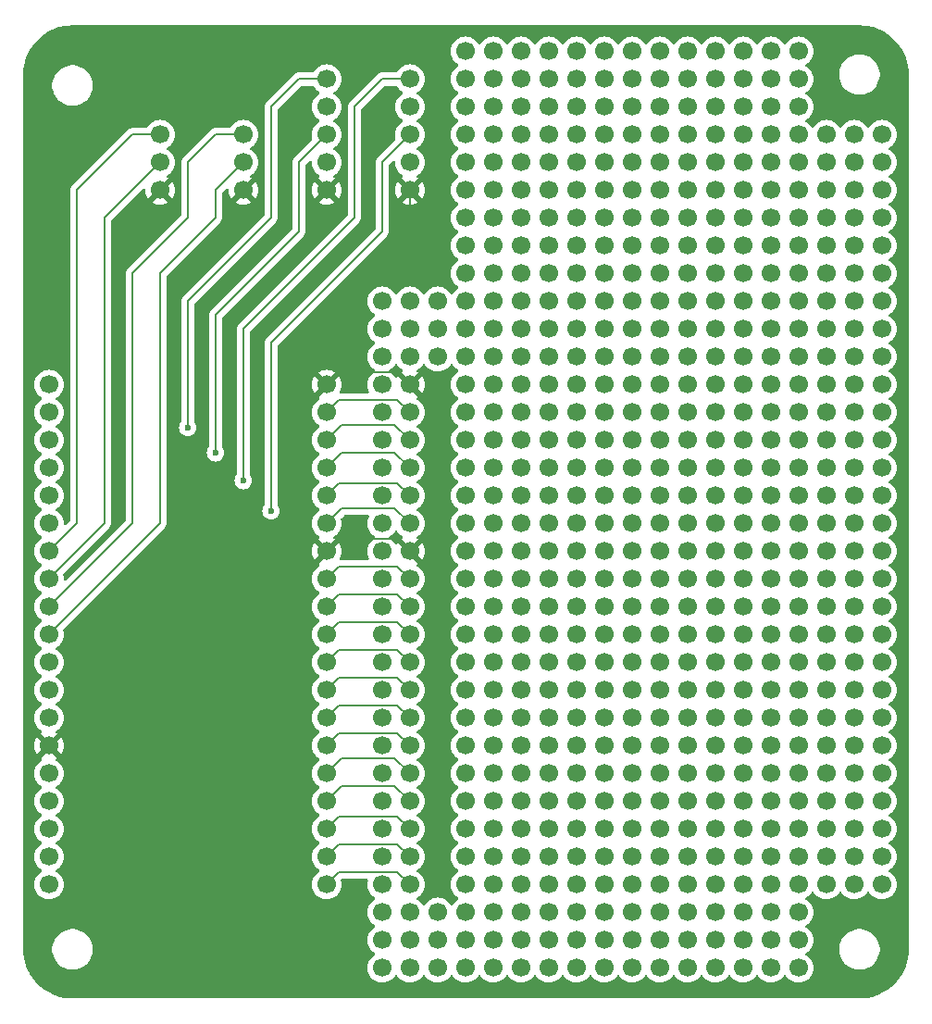
<source format=gbr>
%TF.GenerationSoftware,KiCad,Pcbnew,8.0.6-unknown-202410280735~4a7dcfdd1f~ubuntu22.04.1*%
%TF.CreationDate,2024-10-31T16:24:39+09:00*%
%TF.ProjectId,MG5-ESP32-Shield,4d47352d-4553-4503-9332-2d536869656c,rev?*%
%TF.SameCoordinates,Original*%
%TF.FileFunction,Copper,L2,Bot*%
%TF.FilePolarity,Positive*%
%FSLAX46Y46*%
G04 Gerber Fmt 4.6, Leading zero omitted, Abs format (unit mm)*
G04 Created by KiCad (PCBNEW 8.0.6-unknown-202410280735~4a7dcfdd1f~ubuntu22.04.1) date 2024-10-31 16:24:39*
%MOMM*%
%LPD*%
G01*
G04 APERTURE LIST*
%TA.AperFunction,ComponentPad*%
%ADD10C,1.700000*%
%TD*%
%TA.AperFunction,ViaPad*%
%ADD11C,0.600000*%
%TD*%
%TA.AperFunction,Conductor*%
%ADD12C,0.200000*%
%TD*%
G04 APERTURE END LIST*
D10*
%TO.P,L,1,Pin_1*%
%TO.N,32*%
X127000000Y-63500000D03*
%TO.P,L,2,Pin_2*%
%TO.N,33*%
X127000000Y-66040000D03*
%TO.P,L,3,Pin_3*%
%TO.N,GND*%
X127000000Y-68580000D03*
%TD*%
%TO.P,REF\u002A\u002A,1*%
%TO.N,N/C*%
X154940000Y-55880000D03*
%TO.P,REF\u002A\u002A,2*%
X157480000Y-55880000D03*
%TO.P,REF\u002A\u002A,3*%
X160020000Y-55880000D03*
%TO.P,REF\u002A\u002A,4*%
X162560000Y-55880000D03*
%TO.P,REF\u002A\u002A,5*%
X165100000Y-55880000D03*
%TO.P,REF\u002A\u002A,6*%
X167640000Y-55880000D03*
%TO.P,REF\u002A\u002A,7*%
X170180000Y-55880000D03*
%TO.P,REF\u002A\u002A,8*%
X172720000Y-55880000D03*
%TO.P,REF\u002A\u002A,9*%
X154940000Y-58420000D03*
%TO.P,REF\u002A\u002A,10*%
X157480000Y-58420000D03*
%TO.P,REF\u002A\u002A,11*%
X160020000Y-58420000D03*
%TO.P,REF\u002A\u002A,12*%
X162560000Y-58420000D03*
%TO.P,REF\u002A\u002A,13*%
X165100000Y-58420000D03*
%TO.P,REF\u002A\u002A,14*%
X167640000Y-58420000D03*
%TO.P,REF\u002A\u002A,15*%
X170180000Y-58420000D03*
%TO.P,REF\u002A\u002A,16*%
X172720000Y-58420000D03*
%TO.P,REF\u002A\u002A,17*%
X154940000Y-60960000D03*
%TO.P,REF\u002A\u002A,18*%
X157480000Y-60960000D03*
%TO.P,REF\u002A\u002A,19*%
X160020000Y-60960000D03*
%TO.P,REF\u002A\u002A,20*%
X162560000Y-60960000D03*
%TO.P,REF\u002A\u002A,21*%
X165100000Y-60960000D03*
%TO.P,REF\u002A\u002A,22*%
X167640000Y-60960000D03*
%TO.P,REF\u002A\u002A,23*%
X170180000Y-60960000D03*
%TO.P,REF\u002A\u002A,24*%
X172720000Y-60960000D03*
%TO.P,REF\u002A\u002A,25*%
X154940000Y-63500000D03*
%TO.P,REF\u002A\u002A,26*%
X157480000Y-63500000D03*
%TO.P,REF\u002A\u002A,27*%
X160020000Y-63500000D03*
%TO.P,REF\u002A\u002A,28*%
X162560000Y-63500000D03*
%TO.P,REF\u002A\u002A,29*%
X165100000Y-63500000D03*
%TO.P,REF\u002A\u002A,30*%
X167640000Y-63500000D03*
%TO.P,REF\u002A\u002A,31*%
X170180000Y-63500000D03*
%TO.P,REF\u002A\u002A,32*%
X172720000Y-63500000D03*
%TO.P,REF\u002A\u002A,33*%
X154940000Y-66040000D03*
%TO.P,REF\u002A\u002A,34*%
X157480000Y-66040000D03*
%TO.P,REF\u002A\u002A,35*%
X160020000Y-66040000D03*
%TO.P,REF\u002A\u002A,36*%
X162560000Y-66040000D03*
%TO.P,REF\u002A\u002A,37*%
X165100000Y-66040000D03*
%TO.P,REF\u002A\u002A,38*%
X167640000Y-66040000D03*
%TO.P,REF\u002A\u002A,39*%
X170180000Y-66040000D03*
%TO.P,REF\u002A\u002A,40*%
X172720000Y-66040000D03*
%TO.P,REF\u002A\u002A,41*%
X154940000Y-68580000D03*
%TO.P,REF\u002A\u002A,42*%
X157480000Y-68580000D03*
%TO.P,REF\u002A\u002A,43*%
X160020000Y-68580000D03*
%TO.P,REF\u002A\u002A,44*%
X162560000Y-68580000D03*
%TO.P,REF\u002A\u002A,45*%
X165100000Y-68580000D03*
%TO.P,REF\u002A\u002A,46*%
X167640000Y-68580000D03*
%TO.P,REF\u002A\u002A,47*%
X170180000Y-68580000D03*
%TO.P,REF\u002A\u002A,48*%
X172720000Y-68580000D03*
%TO.P,REF\u002A\u002A,49*%
X154940000Y-71120000D03*
%TO.P,REF\u002A\u002A,50*%
X157480000Y-71120000D03*
%TO.P,REF\u002A\u002A,51*%
X160020000Y-71120000D03*
%TO.P,REF\u002A\u002A,52*%
X162560000Y-71120000D03*
%TO.P,REF\u002A\u002A,53*%
X165100000Y-71120000D03*
%TO.P,REF\u002A\u002A,54*%
X167640000Y-71120000D03*
%TO.P,REF\u002A\u002A,55*%
X170180000Y-71120000D03*
%TO.P,REF\u002A\u002A,56*%
X172720000Y-71120000D03*
%TO.P,REF\u002A\u002A,57*%
X154940000Y-73660000D03*
%TO.P,REF\u002A\u002A,58*%
X157480000Y-73660000D03*
%TO.P,REF\u002A\u002A,59*%
X160020000Y-73660000D03*
%TO.P,REF\u002A\u002A,60*%
X162560000Y-73660000D03*
%TO.P,REF\u002A\u002A,61*%
X165100000Y-73660000D03*
%TO.P,REF\u002A\u002A,62*%
X167640000Y-73660000D03*
%TO.P,REF\u002A\u002A,63*%
X170180000Y-73660000D03*
%TO.P,REF\u002A\u002A,64*%
X172720000Y-73660000D03*
%TO.P,REF\u002A\u002A,65*%
X154940000Y-76200000D03*
%TO.P,REF\u002A\u002A,66*%
X157480000Y-76200000D03*
%TO.P,REF\u002A\u002A,67*%
X160020000Y-76200000D03*
%TO.P,REF\u002A\u002A,68*%
X162560000Y-76200000D03*
%TO.P,REF\u002A\u002A,69*%
X165100000Y-76200000D03*
%TO.P,REF\u002A\u002A,70*%
X167640000Y-76200000D03*
%TO.P,REF\u002A\u002A,71*%
X170180000Y-76200000D03*
%TO.P,REF\u002A\u002A,72*%
X172720000Y-76200000D03*
%TO.P,REF\u002A\u002A,73*%
X154940000Y-78740000D03*
%TO.P,REF\u002A\u002A,74*%
X157480000Y-78740000D03*
%TO.P,REF\u002A\u002A,75*%
X160020000Y-78740000D03*
%TO.P,REF\u002A\u002A,76*%
X162560000Y-78740000D03*
%TO.P,REF\u002A\u002A,77*%
X165100000Y-78740000D03*
%TO.P,REF\u002A\u002A,78*%
X167640000Y-78740000D03*
%TO.P,REF\u002A\u002A,79*%
X170180000Y-78740000D03*
%TO.P,REF\u002A\u002A,80*%
X172720000Y-78740000D03*
%TO.P,REF\u002A\u002A,81*%
X154940000Y-81280000D03*
%TO.P,REF\u002A\u002A,82*%
X157480000Y-81280000D03*
%TO.P,REF\u002A\u002A,83*%
X160020000Y-81280000D03*
%TO.P,REF\u002A\u002A,84*%
X162560000Y-81280000D03*
%TO.P,REF\u002A\u002A,85*%
X165100000Y-81280000D03*
%TO.P,REF\u002A\u002A,86*%
X167640000Y-81280000D03*
%TO.P,REF\u002A\u002A,87*%
X170180000Y-81280000D03*
%TO.P,REF\u002A\u002A,88*%
X172720000Y-81280000D03*
%TO.P,REF\u002A\u002A,89*%
X154940000Y-83820000D03*
%TO.P,REF\u002A\u002A,90*%
X157480000Y-83820000D03*
%TO.P,REF\u002A\u002A,91*%
X160020000Y-83820000D03*
%TO.P,REF\u002A\u002A,92*%
X162560000Y-83820000D03*
%TO.P,REF\u002A\u002A,93*%
X165100000Y-83820000D03*
%TO.P,REF\u002A\u002A,94*%
X167640000Y-83820000D03*
%TO.P,REF\u002A\u002A,95*%
X170180000Y-83820000D03*
%TO.P,REF\u002A\u002A,96*%
X172720000Y-83820000D03*
%TO.P,REF\u002A\u002A,97*%
X154940000Y-86360000D03*
%TO.P,REF\u002A\u002A,98*%
X157480000Y-86360000D03*
%TO.P,REF\u002A\u002A,99*%
X160020000Y-86360000D03*
%TO.P,REF\u002A\u002A,100*%
X162560000Y-86360000D03*
%TO.P,REF\u002A\u002A,101*%
X165100000Y-86360000D03*
%TO.P,REF\u002A\u002A,102*%
X167640000Y-86360000D03*
%TO.P,REF\u002A\u002A,103*%
X170180000Y-86360000D03*
%TO.P,REF\u002A\u002A,104*%
X172720000Y-86360000D03*
%TO.P,REF\u002A\u002A,105*%
X154940000Y-88900000D03*
%TO.P,REF\u002A\u002A,106*%
X157480000Y-88900000D03*
%TO.P,REF\u002A\u002A,107*%
X160020000Y-88900000D03*
%TO.P,REF\u002A\u002A,108*%
X162560000Y-88900000D03*
%TO.P,REF\u002A\u002A,109*%
X165100000Y-88900000D03*
%TO.P,REF\u002A\u002A,110*%
X167640000Y-88900000D03*
%TO.P,REF\u002A\u002A,111*%
X170180000Y-88900000D03*
%TO.P,REF\u002A\u002A,112*%
X172720000Y-88900000D03*
%TO.P,REF\u002A\u002A,113*%
X154940000Y-91440000D03*
%TO.P,REF\u002A\u002A,114*%
X157480000Y-91440000D03*
%TO.P,REF\u002A\u002A,115*%
X160020000Y-91440000D03*
%TO.P,REF\u002A\u002A,116*%
X162560000Y-91440000D03*
%TO.P,REF\u002A\u002A,117*%
X165100000Y-91440000D03*
%TO.P,REF\u002A\u002A,118*%
X167640000Y-91440000D03*
%TO.P,REF\u002A\u002A,119*%
X170180000Y-91440000D03*
%TO.P,REF\u002A\u002A,120*%
X172720000Y-91440000D03*
%TO.P,REF\u002A\u002A,121*%
X154940000Y-93980000D03*
%TO.P,REF\u002A\u002A,122*%
X157480000Y-93980000D03*
%TO.P,REF\u002A\u002A,123*%
X160020000Y-93980000D03*
%TO.P,REF\u002A\u002A,124*%
X162560000Y-93980000D03*
%TO.P,REF\u002A\u002A,125*%
X165100000Y-93980000D03*
%TO.P,REF\u002A\u002A,126*%
X167640000Y-93980000D03*
%TO.P,REF\u002A\u002A,127*%
X170180000Y-93980000D03*
%TO.P,REF\u002A\u002A,128*%
X172720000Y-93980000D03*
%TO.P,REF\u002A\u002A,129*%
X154940000Y-96520000D03*
%TO.P,REF\u002A\u002A,130*%
X157480000Y-96520000D03*
%TO.P,REF\u002A\u002A,131*%
X160020000Y-96520000D03*
%TO.P,REF\u002A\u002A,132*%
X162560000Y-96520000D03*
%TO.P,REF\u002A\u002A,133*%
X165100000Y-96520000D03*
%TO.P,REF\u002A\u002A,134*%
X167640000Y-96520000D03*
%TO.P,REF\u002A\u002A,135*%
X170180000Y-96520000D03*
%TO.P,REF\u002A\u002A,136*%
X172720000Y-96520000D03*
%TO.P,REF\u002A\u002A,137*%
X154940000Y-99060000D03*
%TO.P,REF\u002A\u002A,138*%
X157480000Y-99060000D03*
%TO.P,REF\u002A\u002A,139*%
X160020000Y-99060000D03*
%TO.P,REF\u002A\u002A,140*%
X162560000Y-99060000D03*
%TO.P,REF\u002A\u002A,141*%
X165100000Y-99060000D03*
%TO.P,REF\u002A\u002A,142*%
X167640000Y-99060000D03*
%TO.P,REF\u002A\u002A,143*%
X170180000Y-99060000D03*
%TO.P,REF\u002A\u002A,144*%
X172720000Y-99060000D03*
%TO.P,REF\u002A\u002A,145*%
X154940000Y-101600000D03*
%TO.P,REF\u002A\u002A,146*%
X157480000Y-101600000D03*
%TO.P,REF\u002A\u002A,147*%
X160020000Y-101600000D03*
%TO.P,REF\u002A\u002A,148*%
X162560000Y-101600000D03*
%TO.P,REF\u002A\u002A,149*%
X165100000Y-101600000D03*
%TO.P,REF\u002A\u002A,150*%
X167640000Y-101600000D03*
%TO.P,REF\u002A\u002A,151*%
X170180000Y-101600000D03*
%TO.P,REF\u002A\u002A,152*%
X172720000Y-101600000D03*
%TO.P,REF\u002A\u002A,153*%
X154940000Y-104140000D03*
%TO.P,REF\u002A\u002A,154*%
X157480000Y-104140000D03*
%TO.P,REF\u002A\u002A,155*%
X160020000Y-104140000D03*
%TO.P,REF\u002A\u002A,156*%
X162560000Y-104140000D03*
%TO.P,REF\u002A\u002A,157*%
X165100000Y-104140000D03*
%TO.P,REF\u002A\u002A,158*%
X167640000Y-104140000D03*
%TO.P,REF\u002A\u002A,159*%
X170180000Y-104140000D03*
%TO.P,REF\u002A\u002A,160*%
X172720000Y-104140000D03*
%TO.P,REF\u002A\u002A,161*%
X154940000Y-106680000D03*
%TO.P,REF\u002A\u002A,162*%
X157480000Y-106680000D03*
%TO.P,REF\u002A\u002A,163*%
X160020000Y-106680000D03*
%TO.P,REF\u002A\u002A,164*%
X162560000Y-106680000D03*
%TO.P,REF\u002A\u002A,165*%
X165100000Y-106680000D03*
%TO.P,REF\u002A\u002A,166*%
X167640000Y-106680000D03*
%TO.P,REF\u002A\u002A,167*%
X170180000Y-106680000D03*
%TO.P,REF\u002A\u002A,168*%
X172720000Y-106680000D03*
%TO.P,REF\u002A\u002A,169*%
X154940000Y-109220000D03*
%TO.P,REF\u002A\u002A,170*%
X157480000Y-109220000D03*
%TO.P,REF\u002A\u002A,171*%
X160020000Y-109220000D03*
%TO.P,REF\u002A\u002A,172*%
X162560000Y-109220000D03*
%TO.P,REF\u002A\u002A,173*%
X165100000Y-109220000D03*
%TO.P,REF\u002A\u002A,174*%
X167640000Y-109220000D03*
%TO.P,REF\u002A\u002A,175*%
X170180000Y-109220000D03*
%TO.P,REF\u002A\u002A,176*%
X172720000Y-109220000D03*
%TO.P,REF\u002A\u002A,177*%
X154940000Y-111760000D03*
%TO.P,REF\u002A\u002A,178*%
X157480000Y-111760000D03*
%TO.P,REF\u002A\u002A,179*%
X160020000Y-111760000D03*
%TO.P,REF\u002A\u002A,180*%
X162560000Y-111760000D03*
%TO.P,REF\u002A\u002A,181*%
X165100000Y-111760000D03*
%TO.P,REF\u002A\u002A,182*%
X167640000Y-111760000D03*
%TO.P,REF\u002A\u002A,183*%
X170180000Y-111760000D03*
%TO.P,REF\u002A\u002A,184*%
X172720000Y-111760000D03*
%TO.P,REF\u002A\u002A,185*%
X154940000Y-114300000D03*
%TO.P,REF\u002A\u002A,186*%
X157480000Y-114300000D03*
%TO.P,REF\u002A\u002A,187*%
X160020000Y-114300000D03*
%TO.P,REF\u002A\u002A,188*%
X162560000Y-114300000D03*
%TO.P,REF\u002A\u002A,189*%
X165100000Y-114300000D03*
%TO.P,REF\u002A\u002A,190*%
X167640000Y-114300000D03*
%TO.P,REF\u002A\u002A,191*%
X170180000Y-114300000D03*
%TO.P,REF\u002A\u002A,192*%
X172720000Y-114300000D03*
%TO.P,REF\u002A\u002A,193*%
X154940000Y-116840000D03*
%TO.P,REF\u002A\u002A,194*%
X157480000Y-116840000D03*
%TO.P,REF\u002A\u002A,195*%
X160020000Y-116840000D03*
%TO.P,REF\u002A\u002A,196*%
X162560000Y-116840000D03*
%TO.P,REF\u002A\u002A,197*%
X165100000Y-116840000D03*
%TO.P,REF\u002A\u002A,198*%
X167640000Y-116840000D03*
%TO.P,REF\u002A\u002A,199*%
X170180000Y-116840000D03*
%TO.P,REF\u002A\u002A,200*%
X172720000Y-116840000D03*
%TO.P,REF\u002A\u002A,201*%
X154940000Y-119380000D03*
%TO.P,REF\u002A\u002A,202*%
X157480000Y-119380000D03*
%TO.P,REF\u002A\u002A,203*%
X160020000Y-119380000D03*
%TO.P,REF\u002A\u002A,204*%
X162560000Y-119380000D03*
%TO.P,REF\u002A\u002A,205*%
X165100000Y-119380000D03*
%TO.P,REF\u002A\u002A,206*%
X167640000Y-119380000D03*
%TO.P,REF\u002A\u002A,207*%
X170180000Y-119380000D03*
%TO.P,REF\u002A\u002A,208*%
X172720000Y-119380000D03*
%TO.P,REF\u002A\u002A,209*%
X154940000Y-121920000D03*
%TO.P,REF\u002A\u002A,210*%
X157480000Y-121920000D03*
%TO.P,REF\u002A\u002A,211*%
X160020000Y-121920000D03*
%TO.P,REF\u002A\u002A,212*%
X162560000Y-121920000D03*
%TO.P,REF\u002A\u002A,213*%
X165100000Y-121920000D03*
%TO.P,REF\u002A\u002A,214*%
X167640000Y-121920000D03*
%TO.P,REF\u002A\u002A,215*%
X170180000Y-121920000D03*
%TO.P,REF\u002A\u002A,216*%
X172720000Y-121920000D03*
%TO.P,REF\u002A\u002A,217*%
X154940000Y-124460000D03*
%TO.P,REF\u002A\u002A,218*%
X157480000Y-124460000D03*
%TO.P,REF\u002A\u002A,219*%
X160020000Y-124460000D03*
%TO.P,REF\u002A\u002A,220*%
X162560000Y-124460000D03*
%TO.P,REF\u002A\u002A,221*%
X165100000Y-124460000D03*
%TO.P,REF\u002A\u002A,222*%
X167640000Y-124460000D03*
%TO.P,REF\u002A\u002A,223*%
X170180000Y-124460000D03*
%TO.P,REF\u002A\u002A,224*%
X172720000Y-124460000D03*
%TO.P,REF\u002A\u002A,225*%
X154940000Y-127000000D03*
%TO.P,REF\u002A\u002A,226*%
X157480000Y-127000000D03*
%TO.P,REF\u002A\u002A,227*%
X160020000Y-127000000D03*
%TO.P,REF\u002A\u002A,228*%
X162560000Y-127000000D03*
%TO.P,REF\u002A\u002A,229*%
X165100000Y-127000000D03*
%TO.P,REF\u002A\u002A,230*%
X167640000Y-127000000D03*
%TO.P,REF\u002A\u002A,231*%
X170180000Y-127000000D03*
%TO.P,REF\u002A\u002A,232*%
X172720000Y-127000000D03*
%TO.P,REF\u002A\u002A,233*%
X154940000Y-129540000D03*
%TO.P,REF\u002A\u002A,234*%
X157480000Y-129540000D03*
%TO.P,REF\u002A\u002A,235*%
X160020000Y-129540000D03*
%TO.P,REF\u002A\u002A,236*%
X162560000Y-129540000D03*
%TO.P,REF\u002A\u002A,237*%
X165100000Y-129540000D03*
%TO.P,REF\u002A\u002A,238*%
X167640000Y-129540000D03*
%TO.P,REF\u002A\u002A,239*%
X170180000Y-129540000D03*
%TO.P,REF\u002A\u002A,240*%
X172720000Y-129540000D03*
%TO.P,REF\u002A\u002A,241*%
X154940000Y-132080000D03*
%TO.P,REF\u002A\u002A,242*%
X157480000Y-132080000D03*
%TO.P,REF\u002A\u002A,243*%
X160020000Y-132080000D03*
%TO.P,REF\u002A\u002A,244*%
X162560000Y-132080000D03*
%TO.P,REF\u002A\u002A,245*%
X165100000Y-132080000D03*
%TO.P,REF\u002A\u002A,246*%
X167640000Y-132080000D03*
%TO.P,REF\u002A\u002A,247*%
X170180000Y-132080000D03*
%TO.P,REF\u002A\u002A,248*%
X172720000Y-132080000D03*
%TO.P,REF\u002A\u002A,249*%
X154940000Y-134620000D03*
%TO.P,REF\u002A\u002A,250*%
X157480000Y-134620000D03*
%TO.P,REF\u002A\u002A,251*%
X160020000Y-134620000D03*
%TO.P,REF\u002A\u002A,252*%
X162560000Y-134620000D03*
%TO.P,REF\u002A\u002A,253*%
X165100000Y-134620000D03*
%TO.P,REF\u002A\u002A,254*%
X167640000Y-134620000D03*
%TO.P,REF\u002A\u002A,255*%
X170180000Y-134620000D03*
%TO.P,REF\u002A\u002A,256*%
X172720000Y-134620000D03*
%TO.P,REF\u002A\u002A,257*%
X154940000Y-137160000D03*
%TO.P,REF\u002A\u002A,258*%
X157480000Y-137160000D03*
%TO.P,REF\u002A\u002A,259*%
X160020000Y-137160000D03*
%TO.P,REF\u002A\u002A,260*%
X162560000Y-137160000D03*
%TO.P,REF\u002A\u002A,261*%
X165100000Y-137160000D03*
%TO.P,REF\u002A\u002A,262*%
X167640000Y-137160000D03*
%TO.P,REF\u002A\u002A,263*%
X170180000Y-137160000D03*
%TO.P,REF\u002A\u002A,264*%
X172720000Y-137160000D03*
%TO.P,REF\u002A\u002A,265*%
X154940000Y-139700000D03*
%TO.P,REF\u002A\u002A,266*%
X157480000Y-139700000D03*
%TO.P,REF\u002A\u002A,267*%
X160020000Y-139700000D03*
%TO.P,REF\u002A\u002A,268*%
X162560000Y-139700000D03*
%TO.P,REF\u002A\u002A,269*%
X165100000Y-139700000D03*
%TO.P,REF\u002A\u002A,270*%
X167640000Y-139700000D03*
%TO.P,REF\u002A\u002A,271*%
X170180000Y-139700000D03*
%TO.P,REF\u002A\u002A,272*%
X172720000Y-139700000D03*
%TO.P,REF\u002A\u002A,273*%
X147320000Y-78740000D03*
%TO.P,REF\u002A\u002A,274*%
X149860000Y-78740000D03*
%TO.P,REF\u002A\u002A,275*%
X152400000Y-78740000D03*
%TO.P,REF\u002A\u002A,276*%
X147320000Y-81280000D03*
%TO.P,REF\u002A\u002A,277*%
X149860000Y-81280000D03*
%TO.P,REF\u002A\u002A,278*%
X152400000Y-81280000D03*
%TO.P,REF\u002A\u002A,279*%
X147320000Y-83820000D03*
%TO.P,REF\u002A\u002A,280*%
X149860000Y-83820000D03*
%TO.P,REF\u002A\u002A,281*%
X152400000Y-83820000D03*
%TO.P,REF\u002A\u002A,282*%
X175260000Y-55880000D03*
%TO.P,REF\u002A\u002A,283*%
X177800000Y-55880000D03*
%TO.P,REF\u002A\u002A,284*%
X180340000Y-55880000D03*
%TO.P,REF\u002A\u002A,285*%
X182880000Y-55880000D03*
%TO.P,REF\u002A\u002A,286*%
X185420000Y-55880000D03*
%TO.P,REF\u002A\u002A,287*%
X175260000Y-58420000D03*
%TO.P,REF\u002A\u002A,288*%
X177800000Y-58420000D03*
%TO.P,REF\u002A\u002A,289*%
X180340000Y-58420000D03*
%TO.P,REF\u002A\u002A,290*%
X182880000Y-58420000D03*
%TO.P,REF\u002A\u002A,291*%
X185420000Y-58420000D03*
%TO.P,REF\u002A\u002A,292*%
X175260000Y-60960000D03*
%TO.P,REF\u002A\u002A,293*%
X177800000Y-60960000D03*
%TO.P,REF\u002A\u002A,294*%
X180340000Y-60960000D03*
%TO.P,REF\u002A\u002A,295*%
X182880000Y-60960000D03*
%TO.P,REF\u002A\u002A,296*%
X185420000Y-60960000D03*
%TO.P,REF\u002A\u002A,297*%
X175260000Y-63500000D03*
%TO.P,REF\u002A\u002A,298*%
X177800000Y-63500000D03*
%TO.P,REF\u002A\u002A,299*%
X180340000Y-63500000D03*
%TO.P,REF\u002A\u002A,300*%
X182880000Y-63500000D03*
%TO.P,REF\u002A\u002A,301*%
X185420000Y-63500000D03*
%TO.P,REF\u002A\u002A,302*%
X187960000Y-63500000D03*
%TO.P,REF\u002A\u002A,303*%
X190500000Y-63500000D03*
%TO.P,REF\u002A\u002A,304*%
X193040000Y-63500000D03*
%TO.P,REF\u002A\u002A,305*%
X175260000Y-66040000D03*
%TO.P,REF\u002A\u002A,306*%
X177800000Y-66040000D03*
%TO.P,REF\u002A\u002A,307*%
X180340000Y-66040000D03*
%TO.P,REF\u002A\u002A,308*%
X182880000Y-66040000D03*
%TO.P,REF\u002A\u002A,309*%
X185420000Y-66040000D03*
%TO.P,REF\u002A\u002A,310*%
X187960000Y-66040000D03*
%TO.P,REF\u002A\u002A,311*%
X190500000Y-66040000D03*
%TO.P,REF\u002A\u002A,312*%
X193040000Y-66040000D03*
%TO.P,REF\u002A\u002A,313*%
X175260000Y-68580000D03*
%TO.P,REF\u002A\u002A,314*%
X177800000Y-68580000D03*
%TO.P,REF\u002A\u002A,315*%
X180340000Y-68580000D03*
%TO.P,REF\u002A\u002A,316*%
X182880000Y-68580000D03*
%TO.P,REF\u002A\u002A,317*%
X185420000Y-68580000D03*
%TO.P,REF\u002A\u002A,318*%
X187960000Y-68580000D03*
%TO.P,REF\u002A\u002A,319*%
X190500000Y-68580000D03*
%TO.P,REF\u002A\u002A,320*%
X193040000Y-68580000D03*
%TO.P,REF\u002A\u002A,321*%
X175260000Y-71120000D03*
%TO.P,REF\u002A\u002A,322*%
X177800000Y-71120000D03*
%TO.P,REF\u002A\u002A,323*%
X180340000Y-71120000D03*
%TO.P,REF\u002A\u002A,324*%
X182880000Y-71120000D03*
%TO.P,REF\u002A\u002A,325*%
X185420000Y-71120000D03*
%TO.P,REF\u002A\u002A,326*%
X187960000Y-71120000D03*
%TO.P,REF\u002A\u002A,327*%
X190500000Y-71120000D03*
%TO.P,REF\u002A\u002A,328*%
X193040000Y-71120000D03*
%TO.P,REF\u002A\u002A,329*%
X175260000Y-73660000D03*
%TO.P,REF\u002A\u002A,330*%
X177800000Y-73660000D03*
%TO.P,REF\u002A\u002A,331*%
X180340000Y-73660000D03*
%TO.P,REF\u002A\u002A,332*%
X182880000Y-73660000D03*
%TO.P,REF\u002A\u002A,333*%
X185420000Y-73660000D03*
%TO.P,REF\u002A\u002A,334*%
X187960000Y-73660000D03*
%TO.P,REF\u002A\u002A,335*%
X190500000Y-73660000D03*
%TO.P,REF\u002A\u002A,336*%
X193040000Y-73660000D03*
%TO.P,REF\u002A\u002A,337*%
X175260000Y-76200000D03*
%TO.P,REF\u002A\u002A,338*%
X177800000Y-76200000D03*
%TO.P,REF\u002A\u002A,339*%
X180340000Y-76200000D03*
%TO.P,REF\u002A\u002A,340*%
X182880000Y-76200000D03*
%TO.P,REF\u002A\u002A,341*%
X185420000Y-76200000D03*
%TO.P,REF\u002A\u002A,342*%
X187960000Y-76200000D03*
%TO.P,REF\u002A\u002A,343*%
X190500000Y-76200000D03*
%TO.P,REF\u002A\u002A,344*%
X193040000Y-76200000D03*
%TO.P,REF\u002A\u002A,345*%
X175260000Y-78740000D03*
%TO.P,REF\u002A\u002A,346*%
X177800000Y-78740000D03*
%TO.P,REF\u002A\u002A,347*%
X180340000Y-78740000D03*
%TO.P,REF\u002A\u002A,348*%
X182880000Y-78740000D03*
%TO.P,REF\u002A\u002A,349*%
X185420000Y-78740000D03*
%TO.P,REF\u002A\u002A,350*%
X187960000Y-78740000D03*
%TO.P,REF\u002A\u002A,351*%
X190500000Y-78740000D03*
%TO.P,REF\u002A\u002A,352*%
X193040000Y-78740000D03*
%TO.P,REF\u002A\u002A,353*%
X175260000Y-81280000D03*
%TO.P,REF\u002A\u002A,354*%
X177800000Y-81280000D03*
%TO.P,REF\u002A\u002A,355*%
X180340000Y-81280000D03*
%TO.P,REF\u002A\u002A,356*%
X182880000Y-81280000D03*
%TO.P,REF\u002A\u002A,357*%
X185420000Y-81280000D03*
%TO.P,REF\u002A\u002A,358*%
X187960000Y-81280000D03*
%TO.P,REF\u002A\u002A,359*%
X190500000Y-81280000D03*
%TO.P,REF\u002A\u002A,360*%
X193040000Y-81280000D03*
%TO.P,REF\u002A\u002A,361*%
X175260000Y-83820000D03*
%TO.P,REF\u002A\u002A,362*%
X177800000Y-83820000D03*
%TO.P,REF\u002A\u002A,363*%
X180340000Y-83820000D03*
%TO.P,REF\u002A\u002A,364*%
X182880000Y-83820000D03*
%TO.P,REF\u002A\u002A,365*%
X185420000Y-83820000D03*
%TO.P,REF\u002A\u002A,366*%
X187960000Y-83820000D03*
%TO.P,REF\u002A\u002A,367*%
X190500000Y-83820000D03*
%TO.P,REF\u002A\u002A,368*%
X193040000Y-83820000D03*
%TO.P,REF\u002A\u002A,369*%
X175260000Y-86360000D03*
%TO.P,REF\u002A\u002A,370*%
X177800000Y-86360000D03*
%TO.P,REF\u002A\u002A,371*%
X180340000Y-86360000D03*
%TO.P,REF\u002A\u002A,372*%
X182880000Y-86360000D03*
%TO.P,REF\u002A\u002A,373*%
X185420000Y-86360000D03*
%TO.P,REF\u002A\u002A,374*%
X187960000Y-86360000D03*
%TO.P,REF\u002A\u002A,375*%
X190500000Y-86360000D03*
%TO.P,REF\u002A\u002A,376*%
X193040000Y-86360000D03*
%TO.P,REF\u002A\u002A,377*%
X175260000Y-88900000D03*
%TO.P,REF\u002A\u002A,378*%
X177800000Y-88900000D03*
%TO.P,REF\u002A\u002A,379*%
X180340000Y-88900000D03*
%TO.P,REF\u002A\u002A,380*%
X182880000Y-88900000D03*
%TO.P,REF\u002A\u002A,381*%
X185420000Y-88900000D03*
%TO.P,REF\u002A\u002A,382*%
X187960000Y-88900000D03*
%TO.P,REF\u002A\u002A,383*%
X190500000Y-88900000D03*
%TO.P,REF\u002A\u002A,384*%
X193040000Y-88900000D03*
%TO.P,REF\u002A\u002A,385*%
X175260000Y-91440000D03*
%TO.P,REF\u002A\u002A,386*%
X177800000Y-91440000D03*
%TO.P,REF\u002A\u002A,387*%
X180340000Y-91440000D03*
%TO.P,REF\u002A\u002A,388*%
X182880000Y-91440000D03*
%TO.P,REF\u002A\u002A,389*%
X185420000Y-91440000D03*
%TO.P,REF\u002A\u002A,390*%
X187960000Y-91440000D03*
%TO.P,REF\u002A\u002A,391*%
X190500000Y-91440000D03*
%TO.P,REF\u002A\u002A,392*%
X193040000Y-91440000D03*
%TO.P,REF\u002A\u002A,393*%
X175260000Y-93980000D03*
%TO.P,REF\u002A\u002A,394*%
X177800000Y-93980000D03*
%TO.P,REF\u002A\u002A,395*%
X180340000Y-93980000D03*
%TO.P,REF\u002A\u002A,396*%
X182880000Y-93980000D03*
%TO.P,REF\u002A\u002A,397*%
X185420000Y-93980000D03*
%TO.P,REF\u002A\u002A,398*%
X187960000Y-93980000D03*
%TO.P,REF\u002A\u002A,399*%
X190500000Y-93980000D03*
%TO.P,REF\u002A\u002A,400*%
X193040000Y-93980000D03*
%TO.P,REF\u002A\u002A,401*%
X175260000Y-96520000D03*
%TO.P,REF\u002A\u002A,402*%
X177800000Y-96520000D03*
%TO.P,REF\u002A\u002A,403*%
X180340000Y-96520000D03*
%TO.P,REF\u002A\u002A,404*%
X182880000Y-96520000D03*
%TO.P,REF\u002A\u002A,405*%
X185420000Y-96520000D03*
%TO.P,REF\u002A\u002A,406*%
X187960000Y-96520000D03*
%TO.P,REF\u002A\u002A,407*%
X190500000Y-96520000D03*
%TO.P,REF\u002A\u002A,408*%
X193040000Y-96520000D03*
%TO.P,REF\u002A\u002A,409*%
X175260000Y-99060000D03*
%TO.P,REF\u002A\u002A,410*%
X177800000Y-99060000D03*
%TO.P,REF\u002A\u002A,411*%
X180340000Y-99060000D03*
%TO.P,REF\u002A\u002A,412*%
X182880000Y-99060000D03*
%TO.P,REF\u002A\u002A,413*%
X185420000Y-99060000D03*
%TO.P,REF\u002A\u002A,414*%
X187960000Y-99060000D03*
%TO.P,REF\u002A\u002A,415*%
X190500000Y-99060000D03*
%TO.P,REF\u002A\u002A,416*%
X193040000Y-99060000D03*
%TO.P,REF\u002A\u002A,417*%
X175260000Y-101600000D03*
%TO.P,REF\u002A\u002A,418*%
X177800000Y-101600000D03*
%TO.P,REF\u002A\u002A,419*%
X180340000Y-101600000D03*
%TO.P,REF\u002A\u002A,420*%
X182880000Y-101600000D03*
%TO.P,REF\u002A\u002A,421*%
X185420000Y-101600000D03*
%TO.P,REF\u002A\u002A,422*%
X187960000Y-101600000D03*
%TO.P,REF\u002A\u002A,423*%
X190500000Y-101600000D03*
%TO.P,REF\u002A\u002A,424*%
X193040000Y-101600000D03*
%TO.P,REF\u002A\u002A,425*%
X175260000Y-104140000D03*
%TO.P,REF\u002A\u002A,426*%
X177800000Y-104140000D03*
%TO.P,REF\u002A\u002A,427*%
X180340000Y-104140000D03*
%TO.P,REF\u002A\u002A,428*%
X182880000Y-104140000D03*
%TO.P,REF\u002A\u002A,429*%
X185420000Y-104140000D03*
%TO.P,REF\u002A\u002A,430*%
X187960000Y-104140000D03*
%TO.P,REF\u002A\u002A,431*%
X190500000Y-104140000D03*
%TO.P,REF\u002A\u002A,432*%
X193040000Y-104140000D03*
%TO.P,REF\u002A\u002A,433*%
X175260000Y-106680000D03*
%TO.P,REF\u002A\u002A,434*%
X177800000Y-106680000D03*
%TO.P,REF\u002A\u002A,435*%
X180340000Y-106680000D03*
%TO.P,REF\u002A\u002A,436*%
X182880000Y-106680000D03*
%TO.P,REF\u002A\u002A,437*%
X185420000Y-106680000D03*
%TO.P,REF\u002A\u002A,438*%
X187960000Y-106680000D03*
%TO.P,REF\u002A\u002A,439*%
X190500000Y-106680000D03*
%TO.P,REF\u002A\u002A,440*%
X193040000Y-106680000D03*
%TO.P,REF\u002A\u002A,441*%
X175260000Y-109220000D03*
%TO.P,REF\u002A\u002A,442*%
X177800000Y-109220000D03*
%TO.P,REF\u002A\u002A,443*%
X180340000Y-109220000D03*
%TO.P,REF\u002A\u002A,444*%
X182880000Y-109220000D03*
%TO.P,REF\u002A\u002A,445*%
X185420000Y-109220000D03*
%TO.P,REF\u002A\u002A,446*%
X187960000Y-109220000D03*
%TO.P,REF\u002A\u002A,447*%
X190500000Y-109220000D03*
%TO.P,REF\u002A\u002A,448*%
X193040000Y-109220000D03*
%TO.P,REF\u002A\u002A,449*%
X175260000Y-111760000D03*
%TO.P,REF\u002A\u002A,450*%
X177800000Y-111760000D03*
%TO.P,REF\u002A\u002A,451*%
X180340000Y-111760000D03*
%TO.P,REF\u002A\u002A,452*%
X182880000Y-111760000D03*
%TO.P,REF\u002A\u002A,453*%
X185420000Y-111760000D03*
%TO.P,REF\u002A\u002A,454*%
X187960000Y-111760000D03*
%TO.P,REF\u002A\u002A,455*%
X190500000Y-111760000D03*
%TO.P,REF\u002A\u002A,456*%
X193040000Y-111760000D03*
%TO.P,REF\u002A\u002A,457*%
X175260000Y-114300000D03*
%TO.P,REF\u002A\u002A,458*%
X177800000Y-114300000D03*
%TO.P,REF\u002A\u002A,459*%
X180340000Y-114300000D03*
%TO.P,REF\u002A\u002A,460*%
X182880000Y-114300000D03*
%TO.P,REF\u002A\u002A,461*%
X185420000Y-114300000D03*
%TO.P,REF\u002A\u002A,462*%
X187960000Y-114300000D03*
%TO.P,REF\u002A\u002A,463*%
X190500000Y-114300000D03*
%TO.P,REF\u002A\u002A,464*%
X193040000Y-114300000D03*
%TO.P,REF\u002A\u002A,465*%
X175260000Y-116840000D03*
%TO.P,REF\u002A\u002A,466*%
X177800000Y-116840000D03*
%TO.P,REF\u002A\u002A,467*%
X180340000Y-116840000D03*
%TO.P,REF\u002A\u002A,468*%
X182880000Y-116840000D03*
%TO.P,REF\u002A\u002A,469*%
X185420000Y-116840000D03*
%TO.P,REF\u002A\u002A,470*%
X187960000Y-116840000D03*
%TO.P,REF\u002A\u002A,471*%
X190500000Y-116840000D03*
%TO.P,REF\u002A\u002A,472*%
X193040000Y-116840000D03*
%TO.P,REF\u002A\u002A,473*%
X175260000Y-119380000D03*
%TO.P,REF\u002A\u002A,474*%
X177800000Y-119380000D03*
%TO.P,REF\u002A\u002A,475*%
X180340000Y-119380000D03*
%TO.P,REF\u002A\u002A,476*%
X182880000Y-119380000D03*
%TO.P,REF\u002A\u002A,477*%
X185420000Y-119380000D03*
%TO.P,REF\u002A\u002A,478*%
X187960000Y-119380000D03*
%TO.P,REF\u002A\u002A,479*%
X190500000Y-119380000D03*
%TO.P,REF\u002A\u002A,480*%
X193040000Y-119380000D03*
%TO.P,REF\u002A\u002A,481*%
X175260000Y-121920000D03*
%TO.P,REF\u002A\u002A,482*%
X177800000Y-121920000D03*
%TO.P,REF\u002A\u002A,483*%
X180340000Y-121920000D03*
%TO.P,REF\u002A\u002A,484*%
X182880000Y-121920000D03*
%TO.P,REF\u002A\u002A,485*%
X185420000Y-121920000D03*
%TO.P,REF\u002A\u002A,486*%
X187960000Y-121920000D03*
%TO.P,REF\u002A\u002A,487*%
X190500000Y-121920000D03*
%TO.P,REF\u002A\u002A,488*%
X193040000Y-121920000D03*
%TO.P,REF\u002A\u002A,489*%
X175260000Y-124460000D03*
%TO.P,REF\u002A\u002A,490*%
X177800000Y-124460000D03*
%TO.P,REF\u002A\u002A,491*%
X180340000Y-124460000D03*
%TO.P,REF\u002A\u002A,492*%
X182880000Y-124460000D03*
%TO.P,REF\u002A\u002A,493*%
X185420000Y-124460000D03*
%TO.P,REF\u002A\u002A,494*%
X187960000Y-124460000D03*
%TO.P,REF\u002A\u002A,495*%
X190500000Y-124460000D03*
%TO.P,REF\u002A\u002A,496*%
X193040000Y-124460000D03*
%TO.P,REF\u002A\u002A,497*%
X175260000Y-127000000D03*
%TO.P,REF\u002A\u002A,498*%
X177800000Y-127000000D03*
%TO.P,REF\u002A\u002A,499*%
X180340000Y-127000000D03*
%TO.P,REF\u002A\u002A,500*%
X182880000Y-127000000D03*
%TO.P,REF\u002A\u002A,501*%
X185420000Y-127000000D03*
%TO.P,REF\u002A\u002A,502*%
X187960000Y-127000000D03*
%TO.P,REF\u002A\u002A,503*%
X190500000Y-127000000D03*
%TO.P,REF\u002A\u002A,504*%
X193040000Y-127000000D03*
%TO.P,REF\u002A\u002A,505*%
X175260000Y-129540000D03*
%TO.P,REF\u002A\u002A,506*%
X177800000Y-129540000D03*
%TO.P,REF\u002A\u002A,507*%
X180340000Y-129540000D03*
%TO.P,REF\u002A\u002A,508*%
X182880000Y-129540000D03*
%TO.P,REF\u002A\u002A,509*%
X185420000Y-129540000D03*
%TO.P,REF\u002A\u002A,510*%
X187960000Y-129540000D03*
%TO.P,REF\u002A\u002A,511*%
X190500000Y-129540000D03*
%TO.P,REF\u002A\u002A,512*%
X193040000Y-129540000D03*
%TO.P,REF\u002A\u002A,513*%
X175260000Y-132080000D03*
%TO.P,REF\u002A\u002A,514*%
X177800000Y-132080000D03*
%TO.P,REF\u002A\u002A,515*%
X180340000Y-132080000D03*
%TO.P,REF\u002A\u002A,516*%
X182880000Y-132080000D03*
%TO.P,REF\u002A\u002A,517*%
X185420000Y-132080000D03*
%TO.P,REF\u002A\u002A,518*%
X187960000Y-132080000D03*
%TO.P,REF\u002A\u002A,519*%
X190500000Y-132080000D03*
%TO.P,REF\u002A\u002A,520*%
X193040000Y-132080000D03*
%TO.P,REF\u002A\u002A,521*%
X175260000Y-134620000D03*
%TO.P,REF\u002A\u002A,522*%
X177800000Y-134620000D03*
%TO.P,REF\u002A\u002A,523*%
X180340000Y-134620000D03*
%TO.P,REF\u002A\u002A,524*%
X182880000Y-134620000D03*
%TO.P,REF\u002A\u002A,525*%
X185420000Y-134620000D03*
%TO.P,REF\u002A\u002A,526*%
X175260000Y-137160000D03*
%TO.P,REF\u002A\u002A,527*%
X177800000Y-137160000D03*
%TO.P,REF\u002A\u002A,528*%
X180340000Y-137160000D03*
%TO.P,REF\u002A\u002A,529*%
X182880000Y-137160000D03*
%TO.P,REF\u002A\u002A,530*%
X185420000Y-137160000D03*
%TO.P,REF\u002A\u002A,531*%
X175260000Y-139700000D03*
%TO.P,REF\u002A\u002A,532*%
X177800000Y-139700000D03*
%TO.P,REF\u002A\u002A,533*%
X180340000Y-139700000D03*
%TO.P,REF\u002A\u002A,534*%
X182880000Y-139700000D03*
%TO.P,REF\u002A\u002A,535*%
X185420000Y-139700000D03*
%TO.P,REF\u002A\u002A,536*%
X147320000Y-134620000D03*
%TO.P,REF\u002A\u002A,537*%
X149860000Y-134620000D03*
%TO.P,REF\u002A\u002A,538*%
X152400000Y-134620000D03*
%TO.P,REF\u002A\u002A,539*%
X147320000Y-137160000D03*
%TO.P,REF\u002A\u002A,540*%
X149860000Y-137160000D03*
%TO.P,REF\u002A\u002A,541*%
X152400000Y-137160000D03*
%TO.P,REF\u002A\u002A,542*%
X147320000Y-139700000D03*
%TO.P,REF\u002A\u002A,543*%
X149860000Y-139700000D03*
%TO.P,REF\u002A\u002A,544*%
X152400000Y-139700000D03*
%TD*%
%TO.P,R,1,Pin_1*%
%TO.N,34*%
X149860000Y-58420000D03*
%TO.P,R,2,Pin_2*%
%TO.N,+3V3*%
X149860000Y-60960000D03*
%TO.P,R,3,Pin_3*%
%TO.N,35*%
X149860000Y-63500000D03*
%TO.P,R,4,Pin_4*%
%TO.N,unconnected-(J1-Pin_4-Pad4)*%
X149860000Y-66040000D03*
%TO.P,R,5,Pin_5*%
%TO.N,GND*%
X149860000Y-68580000D03*
%TD*%
%TO.P,J5,1,Pin_1*%
%TO.N,+3V3*%
X147320000Y-86360000D03*
%TO.P,J5,2,Pin_2*%
%TO.N,EN*%
X147320000Y-88900000D03*
%TO.P,J5,3,Pin_3*%
%TO.N,VP*%
X147320000Y-91440000D03*
%TO.P,J5,4,Pin_4*%
%TO.N,VN*%
X147320000Y-93980000D03*
%TO.P,J5,5,Pin_5*%
%TO.N,34*%
X147320000Y-96520000D03*
%TO.P,J5,6,Pin_6*%
%TO.N,35*%
X147320000Y-99060000D03*
%TO.P,J5,7,Pin_7*%
%TO.N,32*%
X147320000Y-101600000D03*
%TO.P,J5,8,Pin_8*%
%TO.N,33*%
X147320000Y-104140000D03*
%TO.P,J5,9,Pin_9*%
%TO.N,25*%
X147320000Y-106680000D03*
%TO.P,J5,10,Pin_10*%
%TO.N,26*%
X147320000Y-109220000D03*
%TO.P,J5,11,Pin_11*%
%TO.N,27*%
X147320000Y-111760000D03*
%TO.P,J5,12,Pin_12*%
%TO.N,14*%
X147320000Y-114300000D03*
%TO.P,J5,13,Pin_13*%
%TO.N,12*%
X147320000Y-116840000D03*
%TO.P,J5,14,Pin_14*%
%TO.N,GND*%
X147320000Y-119380000D03*
%TO.P,J5,15,Pin_15*%
%TO.N,13*%
X147320000Y-121920000D03*
%TO.P,J5,16,Pin_16*%
%TO.N,D2*%
X147320000Y-124460000D03*
%TO.P,J5,17,Pin_17*%
%TO.N,D3*%
X147320000Y-127000000D03*
%TO.P,J5,18,Pin_18*%
%TO.N,CMD*%
X147320000Y-129540000D03*
%TO.P,J5,19,Pin_19*%
%TO.N,+5V*%
X147320000Y-132080000D03*
%TO.P,J5,20,Pin_20*%
%TO.N,CLK*%
X149860000Y-132080000D03*
%TO.P,J5,21,Pin_21*%
%TO.N,D9*%
X149860000Y-129540000D03*
%TO.P,J5,22,Pin_22*%
%TO.N,D1*%
X149860000Y-127000000D03*
%TO.P,J5,23,Pin_23*%
%TO.N,15*%
X149860000Y-124460000D03*
%TO.P,J5,24,Pin_24*%
%TO.N,2*%
X149860000Y-121920000D03*
%TO.P,J5,25,Pin_25*%
%TO.N,0*%
X149860000Y-119380000D03*
%TO.P,J5,26,Pin_26*%
%TO.N,4*%
X149860000Y-116840000D03*
%TO.P,J5,27,Pin_27*%
%TO.N,16*%
X149860000Y-114300000D03*
%TO.P,J5,28,Pin_28*%
%TO.N,17*%
X149860000Y-111760000D03*
%TO.P,J5,29,Pin_29*%
%TO.N,5*%
X149860000Y-109220000D03*
%TO.P,J5,30,Pin_30*%
%TO.N,18*%
X149860000Y-106680000D03*
%TO.P,J5,31,Pin_31*%
%TO.N,19*%
X149860000Y-104140000D03*
%TO.P,J5,32,Pin_32*%
%TO.N,GND*%
X149860000Y-101600000D03*
%TO.P,J5,33,Pin_33*%
%TO.N,21*%
X149860000Y-99060000D03*
%TO.P,J5,34,Pin_34*%
%TO.N,RX*%
X149860000Y-96520000D03*
%TO.P,J5,35,Pin_35*%
%TO.N,TX*%
X149860000Y-93980000D03*
%TO.P,J5,36,Pin_36*%
%TO.N,22*%
X149860000Y-91440000D03*
%TO.P,J5,37,Pin_37*%
%TO.N,23*%
X149860000Y-88900000D03*
%TO.P,J5,38,Pin_38*%
%TO.N,GND*%
X149860000Y-86360000D03*
%TD*%
%TO.P,R,1,Pin_1*%
%TO.N,25*%
X134620000Y-63500000D03*
%TO.P,R,2,Pin_2*%
%TO.N,26*%
X134620000Y-66040000D03*
%TO.P,R,3,Pin_3*%
%TO.N,GND*%
X134620000Y-68580000D03*
%TD*%
%TO.P,U1,1,3V3*%
%TO.N,+3V3*%
X116840000Y-86360000D03*
%TO.P,U1,2,EN*%
%TO.N,EN*%
X116840000Y-88900000D03*
%TO.P,U1,3,VP*%
%TO.N,VP*%
X116840000Y-91440000D03*
%TO.P,U1,4,VN*%
%TO.N,VN*%
X116840000Y-93980000D03*
%TO.P,U1,5,34*%
%TO.N,34*%
X116840000Y-96520000D03*
%TO.P,U1,6,35*%
%TO.N,35*%
X116840000Y-99060000D03*
%TO.P,U1,7,32*%
%TO.N,32*%
X116840000Y-101600000D03*
%TO.P,U1,8,33*%
%TO.N,33*%
X116840000Y-104140000D03*
%TO.P,U1,9,25*%
%TO.N,25*%
X116840000Y-106680000D03*
%TO.P,U1,10,26*%
%TO.N,26*%
X116840000Y-109220000D03*
%TO.P,U1,11,27*%
%TO.N,27*%
X116840000Y-111760000D03*
%TO.P,U1,12,14*%
%TO.N,14*%
X116840000Y-114300000D03*
%TO.P,U1,13,12*%
%TO.N,12*%
X116840000Y-116840000D03*
%TO.P,U1,14,GND*%
%TO.N,GND*%
X116840000Y-119380000D03*
%TO.P,U1,15,13*%
%TO.N,13*%
X116840000Y-121920000D03*
%TO.P,U1,16,D2*%
%TO.N,D2*%
X116840000Y-124460000D03*
%TO.P,U1,17,D3*%
%TO.N,D3*%
X116840000Y-127000000D03*
%TO.P,U1,18,CMD*%
%TO.N,CMD*%
X116840000Y-129540000D03*
%TO.P,U1,19,5V*%
%TO.N,+5V*%
X116840000Y-132080000D03*
%TO.P,U1,20,CLK*%
%TO.N,CLK*%
X142240000Y-132080000D03*
%TO.P,U1,21,D9*%
%TO.N,D9*%
X142240000Y-129540000D03*
%TO.P,U1,22,D1*%
%TO.N,D1*%
X142240000Y-127000000D03*
%TO.P,U1,23,15*%
%TO.N,15*%
X142240000Y-124460000D03*
%TO.P,U1,24,2*%
%TO.N,2*%
X142240000Y-121920000D03*
%TO.P,U1,25,0*%
%TO.N,0*%
X142240000Y-119380000D03*
%TO.P,U1,26,4*%
%TO.N,4*%
X142240000Y-116840000D03*
%TO.P,U1,27,16*%
%TO.N,16*%
X142240000Y-114300000D03*
%TO.P,U1,28,17*%
%TO.N,17*%
X142240000Y-111760000D03*
%TO.P,U1,29,5*%
%TO.N,5*%
X142240000Y-109220000D03*
%TO.P,U1,30,18*%
%TO.N,18*%
X142240000Y-106680000D03*
%TO.P,U1,31,19*%
%TO.N,19*%
X142240000Y-104140000D03*
%TO.P,U1,32,GND*%
%TO.N,GND*%
X142240000Y-101600000D03*
%TO.P,U1,33,21*%
%TO.N,21*%
X142240000Y-99060000D03*
%TO.P,U1,34,RX*%
%TO.N,RX*%
X142240000Y-96520000D03*
%TO.P,U1,35,TX*%
%TO.N,TX*%
X142240000Y-93980000D03*
%TO.P,U1,36,22*%
%TO.N,22*%
X142240000Y-91440000D03*
%TO.P,U1,37,23*%
%TO.N,23*%
X142240000Y-88900000D03*
%TO.P,U1,38,GND*%
%TO.N,GND*%
X142240000Y-86360000D03*
%TD*%
%TO.P,L,1,Pin_1*%
%TO.N,VP*%
X142240000Y-58420000D03*
%TO.P,L,2,Pin_2*%
%TO.N,+3V3*%
X142240000Y-60960000D03*
%TO.P,L,3,Pin_3*%
%TO.N,VN*%
X142240000Y-63500000D03*
%TO.P,L,4,Pin_4*%
%TO.N,unconnected-(J2-Pin_4-Pad4)*%
X142240000Y-66040000D03*
%TO.P,L,5,Pin_5*%
%TO.N,GND*%
X142240000Y-68580000D03*
%TD*%
D11*
%TO.N,GND*%
X188000000Y-61000000D03*
X119000000Y-64000000D03*
X125000000Y-135000000D03*
X188000000Y-135000000D03*
%TO.N,VN*%
X132080000Y-92590000D03*
%TO.N,35*%
X137160000Y-97910000D03*
%TO.N,VP*%
X129540000Y-90290000D03*
%TO.N,34*%
X134620000Y-95130000D03*
%TD*%
D12*
%TO.N,GND*%
X149860000Y-72390000D02*
X149860000Y-68580000D01*
X148710000Y-100450000D02*
X143390000Y-100450000D01*
X149860000Y-101600000D02*
X148710000Y-100450000D01*
X144780000Y-85210000D02*
X143630000Y-85210000D01*
X144780000Y-85210000D02*
X143390000Y-85210000D01*
X143390000Y-100450000D02*
X142240000Y-101600000D01*
X144145000Y-84455000D02*
X144145000Y-78105000D01*
X143390000Y-85210000D02*
X142240000Y-86360000D01*
X148710000Y-85210000D02*
X144780000Y-85210000D01*
X149860000Y-86360000D02*
X148710000Y-85210000D01*
X144145000Y-78105000D02*
X149860000Y-72390000D01*
X142240000Y-86360000D02*
X144145000Y-84455000D01*
%TO.N,VN*%
X132080000Y-80010000D02*
X139700000Y-72390000D01*
X139700000Y-66040000D02*
X142240000Y-63500000D01*
X139700000Y-72390000D02*
X139700000Y-66040000D01*
X132080000Y-92590000D02*
X132080000Y-80010000D01*
%TO.N,32*%
X119380000Y-68580000D02*
X124460000Y-63500000D01*
X124460000Y-63500000D02*
X127000000Y-63500000D01*
X116840000Y-101600000D02*
X119380000Y-99060000D01*
X119380000Y-99060000D02*
X119380000Y-68580000D01*
%TO.N,33*%
X121920000Y-99060000D02*
X116840000Y-104140000D01*
X121920000Y-71120000D02*
X121920000Y-99060000D01*
X127000000Y-66040000D02*
X121920000Y-71120000D01*
%TO.N,35*%
X147320000Y-66040000D02*
X149860000Y-63500000D01*
X137160000Y-82550000D02*
X147320000Y-72390000D01*
X137160000Y-97910000D02*
X137160000Y-82550000D01*
X147320000Y-72390000D02*
X147320000Y-66040000D01*
%TO.N,VP*%
X137160000Y-60960000D02*
X137160000Y-71120000D01*
X139700000Y-58420000D02*
X137160000Y-60960000D01*
X142240000Y-58420000D02*
X139700000Y-58420000D01*
X129540000Y-78740000D02*
X129540000Y-90290000D01*
X137160000Y-71120000D02*
X129540000Y-78740000D01*
%TO.N,34*%
X147320000Y-58420000D02*
X149860000Y-58420000D01*
X144780000Y-60960000D02*
X147320000Y-58420000D01*
X134620000Y-81280000D02*
X144780000Y-71120000D01*
X134620000Y-95130000D02*
X134620000Y-81280000D01*
X144780000Y-71120000D02*
X144780000Y-60960000D01*
%TO.N,25*%
X124460000Y-76200000D02*
X129540000Y-71120000D01*
X124460000Y-99060000D02*
X124460000Y-76200000D01*
X129540000Y-71120000D02*
X129540000Y-66040000D01*
X129540000Y-66040000D02*
X132080000Y-63500000D01*
X132080000Y-63500000D02*
X134620000Y-63500000D01*
X116840000Y-106680000D02*
X124460000Y-99060000D01*
%TO.N,26*%
X127000000Y-99060000D02*
X116840000Y-109220000D01*
X134620000Y-66040000D02*
X132080000Y-68580000D01*
X132080000Y-68580000D02*
X132080000Y-71120000D01*
X127000000Y-76200000D02*
X127000000Y-99060000D01*
X132080000Y-71120000D02*
X127000000Y-76200000D01*
%TO.N,21*%
X148470000Y-97670000D02*
X143630000Y-97670000D01*
X149860000Y-99060000D02*
X148470000Y-97670000D01*
X143630000Y-97670000D02*
X142240000Y-99060000D01*
%TO.N,4*%
X143390000Y-115690000D02*
X142240000Y-116840000D01*
X148710000Y-115690000D02*
X143390000Y-115690000D01*
X149860000Y-116840000D02*
X148710000Y-115690000D01*
%TO.N,23*%
X148710000Y-87750000D02*
X143390000Y-87750000D01*
X143390000Y-87750000D02*
X142240000Y-88900000D01*
X149860000Y-88900000D02*
X148710000Y-87750000D01*
%TO.N,17*%
X143390000Y-110610000D02*
X148710000Y-110610000D01*
X148710000Y-110610000D02*
X149860000Y-111760000D01*
X142240000Y-111760000D02*
X143390000Y-110610000D01*
%TO.N,D1*%
X148710000Y-125850000D02*
X149860000Y-127000000D01*
X143390000Y-125850000D02*
X148710000Y-125850000D01*
X142240000Y-127000000D02*
X143390000Y-125850000D01*
%TO.N,22*%
X148470000Y-90050000D02*
X149860000Y-91440000D01*
X142240000Y-91440000D02*
X143630000Y-90050000D01*
X143630000Y-90050000D02*
X148470000Y-90050000D01*
%TO.N,15*%
X142240000Y-124460000D02*
X143630000Y-123070000D01*
X148470000Y-123070000D02*
X149860000Y-124460000D01*
X143630000Y-123070000D02*
X148470000Y-123070000D01*
%TO.N,D9*%
X143390000Y-128390000D02*
X142240000Y-129540000D01*
X148710000Y-128390000D02*
X143390000Y-128390000D01*
X149860000Y-129540000D02*
X148710000Y-128390000D01*
%TO.N,19*%
X148710000Y-102990000D02*
X143390000Y-102990000D01*
X143390000Y-102990000D02*
X142240000Y-104140000D01*
X149860000Y-104140000D02*
X148710000Y-102990000D01*
%TO.N,RX*%
X148710000Y-95370000D02*
X149860000Y-96520000D01*
X143390000Y-95370000D02*
X148710000Y-95370000D01*
X142240000Y-96520000D02*
X143390000Y-95370000D01*
%TO.N,TX*%
X149860000Y-93980000D02*
X148470000Y-92590000D01*
X143630000Y-92590000D02*
X142240000Y-93980000D01*
X148470000Y-92590000D02*
X143630000Y-92590000D01*
%TO.N,5*%
X143390000Y-108070000D02*
X142240000Y-109220000D01*
X149860000Y-109220000D02*
X148710000Y-108070000D01*
X148710000Y-108070000D02*
X143390000Y-108070000D01*
%TO.N,CLK*%
X142240000Y-132080000D02*
X143390000Y-130930000D01*
X143390000Y-130930000D02*
X148710000Y-130930000D01*
X148710000Y-130930000D02*
X149860000Y-132080000D01*
%TO.N,16*%
X148710000Y-113150000D02*
X149860000Y-114300000D01*
X143390000Y-113150000D02*
X148710000Y-113150000D01*
X142240000Y-114300000D02*
X143390000Y-113150000D01*
%TO.N,2*%
X142240000Y-121920000D02*
X143630000Y-120530000D01*
X143630000Y-120530000D02*
X148470000Y-120530000D01*
X148470000Y-120530000D02*
X149860000Y-121920000D01*
%TO.N,18*%
X143390000Y-105530000D02*
X148710000Y-105530000D01*
X142240000Y-106680000D02*
X143390000Y-105530000D01*
X148710000Y-105530000D02*
X149860000Y-106680000D01*
%TO.N,0*%
X143390000Y-118230000D02*
X148710000Y-118230000D01*
X142240000Y-119380000D02*
X143390000Y-118230000D01*
X148710000Y-118230000D02*
X149860000Y-119380000D01*
%TD*%
%TA.AperFunction,Conductor*%
%TO.N,GND*%
G36*
X153754855Y-84486546D02*
G01*
X153771575Y-84505842D01*
X153901501Y-84691396D01*
X153901506Y-84691402D01*
X154068597Y-84858493D01*
X154068603Y-84858498D01*
X154254158Y-84988425D01*
X154297783Y-85043002D01*
X154304977Y-85112500D01*
X154273454Y-85174855D01*
X154254158Y-85191575D01*
X154068597Y-85321505D01*
X153901505Y-85488597D01*
X153765965Y-85682169D01*
X153765964Y-85682171D01*
X153666098Y-85896335D01*
X153666094Y-85896344D01*
X153604938Y-86124586D01*
X153604936Y-86124596D01*
X153584341Y-86359999D01*
X153584341Y-86360000D01*
X153604936Y-86595403D01*
X153604938Y-86595413D01*
X153666094Y-86823655D01*
X153666096Y-86823659D01*
X153666097Y-86823663D01*
X153760703Y-87026546D01*
X153765965Y-87037830D01*
X153765967Y-87037834D01*
X153844157Y-87149500D01*
X153901501Y-87231396D01*
X153901506Y-87231402D01*
X154068597Y-87398493D01*
X154068603Y-87398498D01*
X154254158Y-87528425D01*
X154297783Y-87583002D01*
X154304977Y-87652500D01*
X154273454Y-87714855D01*
X154254158Y-87731575D01*
X154068597Y-87861505D01*
X153901505Y-88028597D01*
X153765965Y-88222169D01*
X153765964Y-88222171D01*
X153666098Y-88436335D01*
X153666094Y-88436344D01*
X153604938Y-88664586D01*
X153604936Y-88664596D01*
X153584341Y-88899999D01*
X153584341Y-88900000D01*
X153604936Y-89135403D01*
X153604938Y-89135413D01*
X153666094Y-89363655D01*
X153666096Y-89363659D01*
X153666097Y-89363663D01*
X153717127Y-89473097D01*
X153765965Y-89577830D01*
X153765967Y-89577834D01*
X153856822Y-89707587D01*
X153901501Y-89771396D01*
X153901506Y-89771402D01*
X154068597Y-89938493D01*
X154068603Y-89938498D01*
X154254158Y-90068425D01*
X154297783Y-90123002D01*
X154304977Y-90192500D01*
X154273454Y-90254855D01*
X154254158Y-90271575D01*
X154068597Y-90401505D01*
X153901505Y-90568597D01*
X153765965Y-90762169D01*
X153765964Y-90762171D01*
X153666098Y-90976335D01*
X153666094Y-90976344D01*
X153604938Y-91204586D01*
X153604936Y-91204596D01*
X153584341Y-91439999D01*
X153584341Y-91440000D01*
X153604936Y-91675403D01*
X153604938Y-91675413D01*
X153666094Y-91903655D01*
X153666096Y-91903659D01*
X153666097Y-91903663D01*
X153749358Y-92082217D01*
X153765965Y-92117830D01*
X153765967Y-92117834D01*
X153851843Y-92240476D01*
X153901501Y-92311396D01*
X153901506Y-92311402D01*
X154068597Y-92478493D01*
X154068603Y-92478498D01*
X154254158Y-92608425D01*
X154297783Y-92663002D01*
X154304977Y-92732500D01*
X154273454Y-92794855D01*
X154254158Y-92811575D01*
X154068597Y-92941505D01*
X153901505Y-93108597D01*
X153765965Y-93302169D01*
X153765964Y-93302171D01*
X153666098Y-93516335D01*
X153666094Y-93516344D01*
X153604938Y-93744586D01*
X153604936Y-93744596D01*
X153584341Y-93979999D01*
X153584341Y-93980000D01*
X153604936Y-94215403D01*
X153604938Y-94215413D01*
X153666094Y-94443655D01*
X153666096Y-94443659D01*
X153666097Y-94443663D01*
X153760703Y-94646546D01*
X153765965Y-94657830D01*
X153765967Y-94657834D01*
X153844157Y-94769500D01*
X153901501Y-94851396D01*
X153901506Y-94851402D01*
X154068597Y-95018493D01*
X154068603Y-95018498D01*
X154254158Y-95148425D01*
X154297783Y-95203002D01*
X154304977Y-95272500D01*
X154273454Y-95334855D01*
X154254158Y-95351575D01*
X154068597Y-95481505D01*
X153901505Y-95648597D01*
X153765965Y-95842169D01*
X153765964Y-95842171D01*
X153666098Y-96056335D01*
X153666094Y-96056344D01*
X153604938Y-96284586D01*
X153604936Y-96284596D01*
X153584341Y-96519999D01*
X153584341Y-96520000D01*
X153604936Y-96755403D01*
X153604938Y-96755413D01*
X153666094Y-96983655D01*
X153666096Y-96983659D01*
X153666097Y-96983663D01*
X153717127Y-97093097D01*
X153765965Y-97197830D01*
X153765967Y-97197834D01*
X153856822Y-97327587D01*
X153901501Y-97391396D01*
X153901506Y-97391402D01*
X154068597Y-97558493D01*
X154068603Y-97558498D01*
X154254158Y-97688425D01*
X154297783Y-97743002D01*
X154304977Y-97812500D01*
X154273454Y-97874855D01*
X154254158Y-97891575D01*
X154068597Y-98021505D01*
X153901505Y-98188597D01*
X153765965Y-98382169D01*
X153765964Y-98382171D01*
X153666098Y-98596335D01*
X153666094Y-98596344D01*
X153604938Y-98824586D01*
X153604936Y-98824596D01*
X153584341Y-99059999D01*
X153584341Y-99060000D01*
X153604936Y-99295403D01*
X153604938Y-99295413D01*
X153666094Y-99523655D01*
X153666096Y-99523659D01*
X153666097Y-99523663D01*
X153678716Y-99550724D01*
X153765965Y-99737830D01*
X153765967Y-99737834D01*
X153874281Y-99892521D01*
X153901501Y-99931396D01*
X153901506Y-99931402D01*
X154068597Y-100098493D01*
X154068603Y-100098498D01*
X154254158Y-100228425D01*
X154297783Y-100283002D01*
X154304977Y-100352500D01*
X154273454Y-100414855D01*
X154254158Y-100431575D01*
X154068597Y-100561505D01*
X153901505Y-100728597D01*
X153765965Y-100922169D01*
X153765964Y-100922171D01*
X153666098Y-101136335D01*
X153666094Y-101136344D01*
X153604938Y-101364586D01*
X153604936Y-101364596D01*
X153584341Y-101599999D01*
X153584341Y-101600000D01*
X153604936Y-101835403D01*
X153604938Y-101835413D01*
X153666094Y-102063655D01*
X153666096Y-102063659D01*
X153666097Y-102063663D01*
X153760703Y-102266546D01*
X153765965Y-102277830D01*
X153765967Y-102277834D01*
X153844157Y-102389500D01*
X153901501Y-102471396D01*
X153901506Y-102471402D01*
X154068597Y-102638493D01*
X154068603Y-102638498D01*
X154254158Y-102768425D01*
X154297783Y-102823002D01*
X154304977Y-102892500D01*
X154273454Y-102954855D01*
X154254158Y-102971575D01*
X154068597Y-103101505D01*
X153901505Y-103268597D01*
X153765965Y-103462169D01*
X153765964Y-103462171D01*
X153666098Y-103676335D01*
X153666094Y-103676344D01*
X153604938Y-103904586D01*
X153604936Y-103904596D01*
X153584341Y-104139999D01*
X153584341Y-104140000D01*
X153604936Y-104375403D01*
X153604938Y-104375413D01*
X153666094Y-104603655D01*
X153666096Y-104603659D01*
X153666097Y-104603663D01*
X153760703Y-104806546D01*
X153765965Y-104817830D01*
X153765967Y-104817834D01*
X153844157Y-104929500D01*
X153901501Y-105011396D01*
X153901506Y-105011402D01*
X154068597Y-105178493D01*
X154068603Y-105178498D01*
X154254158Y-105308425D01*
X154297783Y-105363002D01*
X154304977Y-105432500D01*
X154273454Y-105494855D01*
X154254158Y-105511575D01*
X154068597Y-105641505D01*
X153901505Y-105808597D01*
X153765965Y-106002169D01*
X153765964Y-106002171D01*
X153666098Y-106216335D01*
X153666094Y-106216344D01*
X153604938Y-106444586D01*
X153604936Y-106444596D01*
X153584341Y-106679999D01*
X153584341Y-106680000D01*
X153604936Y-106915403D01*
X153604938Y-106915413D01*
X153666094Y-107143655D01*
X153666096Y-107143659D01*
X153666097Y-107143663D01*
X153760703Y-107346546D01*
X153765965Y-107357830D01*
X153765967Y-107357834D01*
X153844157Y-107469500D01*
X153901501Y-107551396D01*
X153901506Y-107551402D01*
X154068597Y-107718493D01*
X154068603Y-107718498D01*
X154254158Y-107848425D01*
X154297783Y-107903002D01*
X154304977Y-107972500D01*
X154273454Y-108034855D01*
X154254158Y-108051575D01*
X154068597Y-108181505D01*
X153901505Y-108348597D01*
X153765965Y-108542169D01*
X153765964Y-108542171D01*
X153666098Y-108756335D01*
X153666094Y-108756344D01*
X153604938Y-108984586D01*
X153604936Y-108984596D01*
X153584341Y-109219999D01*
X153584341Y-109220000D01*
X153604936Y-109455403D01*
X153604938Y-109455413D01*
X153666094Y-109683655D01*
X153666096Y-109683659D01*
X153666097Y-109683663D01*
X153760703Y-109886546D01*
X153765965Y-109897830D01*
X153765967Y-109897834D01*
X153844157Y-110009500D01*
X153901501Y-110091396D01*
X153901506Y-110091402D01*
X154068597Y-110258493D01*
X154068603Y-110258498D01*
X154254158Y-110388425D01*
X154297783Y-110443002D01*
X154304977Y-110512500D01*
X154273454Y-110574855D01*
X154254158Y-110591575D01*
X154068597Y-110721505D01*
X153901505Y-110888597D01*
X153765965Y-111082169D01*
X153765964Y-111082171D01*
X153666098Y-111296335D01*
X153666094Y-111296344D01*
X153604938Y-111524586D01*
X153604936Y-111524596D01*
X153584341Y-111759999D01*
X153584341Y-111760000D01*
X153604936Y-111995403D01*
X153604938Y-111995413D01*
X153666094Y-112223655D01*
X153666096Y-112223659D01*
X153666097Y-112223663D01*
X153760703Y-112426546D01*
X153765965Y-112437830D01*
X153765967Y-112437834D01*
X153844157Y-112549500D01*
X153901501Y-112631396D01*
X153901506Y-112631402D01*
X154068597Y-112798493D01*
X154068603Y-112798498D01*
X154254158Y-112928425D01*
X154297783Y-112983002D01*
X154304977Y-113052500D01*
X154273454Y-113114855D01*
X154254158Y-113131575D01*
X154068597Y-113261505D01*
X153901505Y-113428597D01*
X153765965Y-113622169D01*
X153765964Y-113622171D01*
X153666098Y-113836335D01*
X153666094Y-113836344D01*
X153604938Y-114064586D01*
X153604936Y-114064596D01*
X153584341Y-114299999D01*
X153584341Y-114300000D01*
X153604936Y-114535403D01*
X153604938Y-114535413D01*
X153666094Y-114763655D01*
X153666096Y-114763659D01*
X153666097Y-114763663D01*
X153760703Y-114966546D01*
X153765965Y-114977830D01*
X153765967Y-114977834D01*
X153844157Y-115089500D01*
X153901501Y-115171396D01*
X153901506Y-115171402D01*
X154068597Y-115338493D01*
X154068603Y-115338498D01*
X154254158Y-115468425D01*
X154297783Y-115523002D01*
X154304977Y-115592500D01*
X154273454Y-115654855D01*
X154254158Y-115671575D01*
X154068597Y-115801505D01*
X153901505Y-115968597D01*
X153765965Y-116162169D01*
X153765964Y-116162171D01*
X153666098Y-116376335D01*
X153666094Y-116376344D01*
X153604938Y-116604586D01*
X153604936Y-116604596D01*
X153584341Y-116839999D01*
X153584341Y-116840000D01*
X153604936Y-117075403D01*
X153604938Y-117075413D01*
X153666094Y-117303655D01*
X153666096Y-117303659D01*
X153666097Y-117303663D01*
X153760703Y-117506546D01*
X153765965Y-117517830D01*
X153765967Y-117517834D01*
X153844157Y-117629500D01*
X153901501Y-117711396D01*
X153901506Y-117711402D01*
X154068597Y-117878493D01*
X154068603Y-117878498D01*
X154254158Y-118008425D01*
X154297783Y-118063002D01*
X154304977Y-118132500D01*
X154273454Y-118194855D01*
X154254158Y-118211575D01*
X154068597Y-118341505D01*
X153901505Y-118508597D01*
X153765965Y-118702169D01*
X153765964Y-118702171D01*
X153666098Y-118916335D01*
X153666094Y-118916344D01*
X153604938Y-119144586D01*
X153604936Y-119144596D01*
X153584341Y-119379999D01*
X153584341Y-119380000D01*
X153604936Y-119615403D01*
X153604938Y-119615413D01*
X153666094Y-119843655D01*
X153666096Y-119843659D01*
X153666097Y-119843663D01*
X153696944Y-119909814D01*
X153765965Y-120057830D01*
X153765967Y-120057834D01*
X153824462Y-120141373D01*
X153901501Y-120251396D01*
X153901506Y-120251402D01*
X154068597Y-120418493D01*
X154068603Y-120418498D01*
X154254158Y-120548425D01*
X154297783Y-120603002D01*
X154304977Y-120672500D01*
X154273454Y-120734855D01*
X154254158Y-120751575D01*
X154068597Y-120881505D01*
X153901505Y-121048597D01*
X153765965Y-121242169D01*
X153765964Y-121242171D01*
X153666098Y-121456335D01*
X153666094Y-121456344D01*
X153604938Y-121684586D01*
X153604936Y-121684596D01*
X153584341Y-121919999D01*
X153584341Y-121920000D01*
X153604936Y-122155403D01*
X153604938Y-122155413D01*
X153666094Y-122383655D01*
X153666096Y-122383659D01*
X153666097Y-122383663D01*
X153717127Y-122493097D01*
X153765965Y-122597830D01*
X153765967Y-122597834D01*
X153874281Y-122752521D01*
X153901501Y-122791396D01*
X153901506Y-122791402D01*
X154068597Y-122958493D01*
X154068603Y-122958498D01*
X154254158Y-123088425D01*
X154297783Y-123143002D01*
X154304977Y-123212500D01*
X154273454Y-123274855D01*
X154254158Y-123291575D01*
X154068597Y-123421505D01*
X153901505Y-123588597D01*
X153765965Y-123782169D01*
X153765964Y-123782171D01*
X153666098Y-123996335D01*
X153666094Y-123996344D01*
X153604938Y-124224586D01*
X153604936Y-124224596D01*
X153584341Y-124459999D01*
X153584341Y-124460000D01*
X153604936Y-124695403D01*
X153604938Y-124695413D01*
X153666094Y-124923655D01*
X153666096Y-124923659D01*
X153666097Y-124923663D01*
X153760703Y-125126546D01*
X153765965Y-125137830D01*
X153765967Y-125137834D01*
X153844157Y-125249500D01*
X153901501Y-125331396D01*
X153901506Y-125331402D01*
X154068597Y-125498493D01*
X154068603Y-125498498D01*
X154254158Y-125628425D01*
X154297783Y-125683002D01*
X154304977Y-125752500D01*
X154273454Y-125814855D01*
X154254158Y-125831575D01*
X154068597Y-125961505D01*
X153901505Y-126128597D01*
X153765965Y-126322169D01*
X153765964Y-126322171D01*
X153666098Y-126536335D01*
X153666094Y-126536344D01*
X153604938Y-126764586D01*
X153604936Y-126764596D01*
X153584341Y-126999999D01*
X153584341Y-127000000D01*
X153604936Y-127235403D01*
X153604938Y-127235413D01*
X153666094Y-127463655D01*
X153666096Y-127463659D01*
X153666097Y-127463663D01*
X153760703Y-127666546D01*
X153765965Y-127677830D01*
X153765967Y-127677834D01*
X153844157Y-127789500D01*
X153901501Y-127871396D01*
X153901506Y-127871402D01*
X154068597Y-128038493D01*
X154068603Y-128038498D01*
X154254158Y-128168425D01*
X154297783Y-128223002D01*
X154304977Y-128292500D01*
X154273454Y-128354855D01*
X154254158Y-128371575D01*
X154068597Y-128501505D01*
X153901505Y-128668597D01*
X153765965Y-128862169D01*
X153765964Y-128862171D01*
X153666098Y-129076335D01*
X153666094Y-129076344D01*
X153604938Y-129304586D01*
X153604936Y-129304596D01*
X153584341Y-129539999D01*
X153584341Y-129540000D01*
X153604936Y-129775403D01*
X153604938Y-129775413D01*
X153666094Y-130003655D01*
X153666096Y-130003659D01*
X153666097Y-130003663D01*
X153760703Y-130206546D01*
X153765965Y-130217830D01*
X153765967Y-130217834D01*
X153844157Y-130329500D01*
X153901501Y-130411396D01*
X153901506Y-130411402D01*
X154068597Y-130578493D01*
X154068603Y-130578498D01*
X154254158Y-130708425D01*
X154297783Y-130763002D01*
X154304977Y-130832500D01*
X154273454Y-130894855D01*
X154254158Y-130911575D01*
X154068597Y-131041505D01*
X153901505Y-131208597D01*
X153765965Y-131402169D01*
X153765964Y-131402171D01*
X153666098Y-131616335D01*
X153666094Y-131616344D01*
X153604938Y-131844586D01*
X153604936Y-131844596D01*
X153584341Y-132079999D01*
X153584341Y-132080000D01*
X153604936Y-132315403D01*
X153604938Y-132315413D01*
X153666094Y-132543655D01*
X153666096Y-132543659D01*
X153666097Y-132543663D01*
X153670000Y-132552032D01*
X153765965Y-132757830D01*
X153765967Y-132757834D01*
X153874281Y-132912521D01*
X153901501Y-132951396D01*
X153901506Y-132951402D01*
X154068597Y-133118493D01*
X154068603Y-133118498D01*
X154254158Y-133248425D01*
X154297783Y-133303002D01*
X154304977Y-133372500D01*
X154273454Y-133434855D01*
X154254158Y-133451575D01*
X154068597Y-133581505D01*
X153901505Y-133748597D01*
X153771575Y-133934158D01*
X153716998Y-133977783D01*
X153647500Y-133984977D01*
X153585145Y-133953454D01*
X153568425Y-133934158D01*
X153438494Y-133748597D01*
X153271402Y-133581506D01*
X153271395Y-133581501D01*
X153077834Y-133445967D01*
X153077830Y-133445965D01*
X153055729Y-133435659D01*
X152863663Y-133346097D01*
X152863659Y-133346096D01*
X152863655Y-133346094D01*
X152635413Y-133284938D01*
X152635403Y-133284936D01*
X152400001Y-133264341D01*
X152399999Y-133264341D01*
X152164596Y-133284936D01*
X152164586Y-133284938D01*
X151936344Y-133346094D01*
X151936335Y-133346098D01*
X151722171Y-133445964D01*
X151722169Y-133445965D01*
X151528597Y-133581505D01*
X151361505Y-133748597D01*
X151231575Y-133934158D01*
X151176998Y-133977783D01*
X151107500Y-133984977D01*
X151045145Y-133953454D01*
X151028425Y-133934158D01*
X150898494Y-133748597D01*
X150731402Y-133581506D01*
X150731396Y-133581501D01*
X150545842Y-133451575D01*
X150502217Y-133396998D01*
X150495023Y-133327500D01*
X150526546Y-133265145D01*
X150545842Y-133248425D01*
X150568026Y-133232891D01*
X150731401Y-133118495D01*
X150898495Y-132951401D01*
X151034035Y-132757830D01*
X151133903Y-132543663D01*
X151195063Y-132315408D01*
X151215659Y-132080000D01*
X151195063Y-131844592D01*
X151133903Y-131616337D01*
X151034035Y-131402171D01*
X151028425Y-131394158D01*
X150898494Y-131208597D01*
X150731402Y-131041506D01*
X150731396Y-131041501D01*
X150545842Y-130911575D01*
X150502217Y-130856998D01*
X150495023Y-130787500D01*
X150526546Y-130725145D01*
X150545842Y-130708425D01*
X150568026Y-130692891D01*
X150731401Y-130578495D01*
X150898495Y-130411401D01*
X151034035Y-130217830D01*
X151133903Y-130003663D01*
X151195063Y-129775408D01*
X151215659Y-129540000D01*
X151195063Y-129304592D01*
X151133903Y-129076337D01*
X151034035Y-128862171D01*
X151028425Y-128854158D01*
X150898494Y-128668597D01*
X150731402Y-128501506D01*
X150731396Y-128501501D01*
X150545842Y-128371575D01*
X150502217Y-128316998D01*
X150495023Y-128247500D01*
X150526546Y-128185145D01*
X150545842Y-128168425D01*
X150568026Y-128152891D01*
X150731401Y-128038495D01*
X150898495Y-127871401D01*
X151034035Y-127677830D01*
X151133903Y-127463663D01*
X151195063Y-127235408D01*
X151215659Y-127000000D01*
X151195063Y-126764592D01*
X151133903Y-126536337D01*
X151034035Y-126322171D01*
X151028425Y-126314158D01*
X150898494Y-126128597D01*
X150731402Y-125961506D01*
X150731396Y-125961501D01*
X150545842Y-125831575D01*
X150502217Y-125776998D01*
X150495023Y-125707500D01*
X150526546Y-125645145D01*
X150545842Y-125628425D01*
X150568026Y-125612891D01*
X150731401Y-125498495D01*
X150898495Y-125331401D01*
X151034035Y-125137830D01*
X151133903Y-124923663D01*
X151195063Y-124695408D01*
X151215659Y-124460000D01*
X151195063Y-124224592D01*
X151133903Y-123996337D01*
X151034035Y-123782171D01*
X151028425Y-123774158D01*
X150898494Y-123588597D01*
X150731402Y-123421506D01*
X150731396Y-123421501D01*
X150545842Y-123291575D01*
X150502217Y-123236998D01*
X150495023Y-123167500D01*
X150526546Y-123105145D01*
X150545842Y-123088425D01*
X150568026Y-123072891D01*
X150731401Y-122958495D01*
X150898495Y-122791401D01*
X151034035Y-122597830D01*
X151133903Y-122383663D01*
X151195063Y-122155408D01*
X151215659Y-121920000D01*
X151195063Y-121684592D01*
X151133903Y-121456337D01*
X151034035Y-121242171D01*
X151028425Y-121234158D01*
X150898494Y-121048597D01*
X150731402Y-120881506D01*
X150731396Y-120881501D01*
X150545842Y-120751575D01*
X150502217Y-120696998D01*
X150495023Y-120627500D01*
X150526546Y-120565145D01*
X150545842Y-120548425D01*
X150622248Y-120494925D01*
X150731401Y-120418495D01*
X150898495Y-120251401D01*
X151034035Y-120057830D01*
X151133903Y-119843663D01*
X151195063Y-119615408D01*
X151215659Y-119380000D01*
X151195063Y-119144592D01*
X151133903Y-118916337D01*
X151034035Y-118702171D01*
X151028425Y-118694158D01*
X150898494Y-118508597D01*
X150731402Y-118341506D01*
X150731396Y-118341501D01*
X150545842Y-118211575D01*
X150502217Y-118156998D01*
X150495023Y-118087500D01*
X150526546Y-118025145D01*
X150545842Y-118008425D01*
X150568026Y-117992891D01*
X150731401Y-117878495D01*
X150898495Y-117711401D01*
X151034035Y-117517830D01*
X151133903Y-117303663D01*
X151195063Y-117075408D01*
X151215659Y-116840000D01*
X151195063Y-116604592D01*
X151133903Y-116376337D01*
X151034035Y-116162171D01*
X151028425Y-116154158D01*
X150898494Y-115968597D01*
X150731402Y-115801506D01*
X150731396Y-115801501D01*
X150545842Y-115671575D01*
X150502217Y-115616998D01*
X150495023Y-115547500D01*
X150526546Y-115485145D01*
X150545842Y-115468425D01*
X150568026Y-115452891D01*
X150731401Y-115338495D01*
X150898495Y-115171401D01*
X151034035Y-114977830D01*
X151133903Y-114763663D01*
X151195063Y-114535408D01*
X151215659Y-114300000D01*
X151195063Y-114064592D01*
X151133903Y-113836337D01*
X151034035Y-113622171D01*
X151028425Y-113614158D01*
X150898494Y-113428597D01*
X150731402Y-113261506D01*
X150731396Y-113261501D01*
X150545842Y-113131575D01*
X150502217Y-113076998D01*
X150495023Y-113007500D01*
X150526546Y-112945145D01*
X150545842Y-112928425D01*
X150568026Y-112912891D01*
X150731401Y-112798495D01*
X150898495Y-112631401D01*
X151034035Y-112437830D01*
X151133903Y-112223663D01*
X151195063Y-111995408D01*
X151215659Y-111760000D01*
X151195063Y-111524592D01*
X151133903Y-111296337D01*
X151034035Y-111082171D01*
X151028425Y-111074158D01*
X150898494Y-110888597D01*
X150731402Y-110721506D01*
X150731396Y-110721501D01*
X150545842Y-110591575D01*
X150502217Y-110536998D01*
X150495023Y-110467500D01*
X150526546Y-110405145D01*
X150545842Y-110388425D01*
X150568026Y-110372891D01*
X150731401Y-110258495D01*
X150898495Y-110091401D01*
X151034035Y-109897830D01*
X151133903Y-109683663D01*
X151195063Y-109455408D01*
X151215659Y-109220000D01*
X151195063Y-108984592D01*
X151133903Y-108756337D01*
X151034035Y-108542171D01*
X151028425Y-108534158D01*
X150898494Y-108348597D01*
X150731402Y-108181506D01*
X150731396Y-108181501D01*
X150545842Y-108051575D01*
X150502217Y-107996998D01*
X150495023Y-107927500D01*
X150526546Y-107865145D01*
X150545842Y-107848425D01*
X150568026Y-107832891D01*
X150731401Y-107718495D01*
X150898495Y-107551401D01*
X151034035Y-107357830D01*
X151133903Y-107143663D01*
X151195063Y-106915408D01*
X151215659Y-106680000D01*
X151195063Y-106444592D01*
X151133903Y-106216337D01*
X151034035Y-106002171D01*
X151028425Y-105994158D01*
X150898494Y-105808597D01*
X150731402Y-105641506D01*
X150731396Y-105641501D01*
X150545842Y-105511575D01*
X150502217Y-105456998D01*
X150495023Y-105387500D01*
X150526546Y-105325145D01*
X150545842Y-105308425D01*
X150568026Y-105292891D01*
X150731401Y-105178495D01*
X150898495Y-105011401D01*
X151034035Y-104817830D01*
X151133903Y-104603663D01*
X151195063Y-104375408D01*
X151215659Y-104140000D01*
X151195063Y-103904592D01*
X151133903Y-103676337D01*
X151034035Y-103462171D01*
X151028425Y-103454158D01*
X150898494Y-103268597D01*
X150731402Y-103101506D01*
X150731401Y-103101505D01*
X150545405Y-102971269D01*
X150501781Y-102916692D01*
X150494588Y-102847193D01*
X150526110Y-102784839D01*
X150545405Y-102768119D01*
X150621373Y-102714925D01*
X149968997Y-102062550D01*
X150043343Y-102042630D01*
X150151657Y-101980095D01*
X150240095Y-101891657D01*
X150302630Y-101783343D01*
X150322550Y-101708998D01*
X150974925Y-102361373D01*
X150974926Y-102361373D01*
X151033598Y-102277582D01*
X151033600Y-102277578D01*
X151133429Y-102063492D01*
X151133433Y-102063483D01*
X151194567Y-101835326D01*
X151194569Y-101835315D01*
X151215157Y-101600001D01*
X151215157Y-101599998D01*
X151194569Y-101364684D01*
X151194567Y-101364673D01*
X151133433Y-101136516D01*
X151133429Y-101136507D01*
X151033600Y-100922423D01*
X151033599Y-100922421D01*
X150974925Y-100838626D01*
X150974925Y-100838625D01*
X150322550Y-101491001D01*
X150302630Y-101416657D01*
X150240095Y-101308343D01*
X150151657Y-101219905D01*
X150043343Y-101157370D01*
X149968998Y-101137449D01*
X150621373Y-100485073D01*
X150621373Y-100485072D01*
X150545405Y-100431880D01*
X150501780Y-100377304D01*
X150494586Y-100307805D01*
X150526108Y-100245451D01*
X150545399Y-100228734D01*
X150731401Y-100098495D01*
X150898495Y-99931401D01*
X151034035Y-99737830D01*
X151133903Y-99523663D01*
X151195063Y-99295408D01*
X151215659Y-99060000D01*
X151195063Y-98824592D01*
X151133903Y-98596337D01*
X151034035Y-98382171D01*
X151028425Y-98374158D01*
X150898494Y-98188597D01*
X150731402Y-98021506D01*
X150731396Y-98021501D01*
X150545842Y-97891575D01*
X150502217Y-97836998D01*
X150495023Y-97767500D01*
X150526546Y-97705145D01*
X150545842Y-97688425D01*
X150568026Y-97672891D01*
X150731401Y-97558495D01*
X150898495Y-97391401D01*
X151034035Y-97197830D01*
X151133903Y-96983663D01*
X151195063Y-96755408D01*
X151215659Y-96520000D01*
X151195063Y-96284592D01*
X151133903Y-96056337D01*
X151034035Y-95842171D01*
X151028425Y-95834158D01*
X150898494Y-95648597D01*
X150731402Y-95481506D01*
X150731396Y-95481501D01*
X150545842Y-95351575D01*
X150502217Y-95296998D01*
X150495023Y-95227500D01*
X150526546Y-95165145D01*
X150545842Y-95148425D01*
X150572151Y-95130003D01*
X150731401Y-95018495D01*
X150898495Y-94851401D01*
X151034035Y-94657830D01*
X151133903Y-94443663D01*
X151195063Y-94215408D01*
X151215659Y-93980000D01*
X151195063Y-93744592D01*
X151133903Y-93516337D01*
X151034035Y-93302171D01*
X151028425Y-93294158D01*
X150898494Y-93108597D01*
X150731402Y-92941506D01*
X150731396Y-92941501D01*
X150545842Y-92811575D01*
X150502217Y-92756998D01*
X150495023Y-92687500D01*
X150526546Y-92625145D01*
X150545842Y-92608425D01*
X150572151Y-92590003D01*
X150731401Y-92478495D01*
X150898495Y-92311401D01*
X151034035Y-92117830D01*
X151133903Y-91903663D01*
X151195063Y-91675408D01*
X151215659Y-91440000D01*
X151195063Y-91204592D01*
X151133903Y-90976337D01*
X151034035Y-90762171D01*
X151028425Y-90754158D01*
X150898494Y-90568597D01*
X150731402Y-90401506D01*
X150731396Y-90401501D01*
X150545842Y-90271575D01*
X150502217Y-90216998D01*
X150495023Y-90147500D01*
X150526546Y-90085145D01*
X150545842Y-90068425D01*
X150568026Y-90052891D01*
X150731401Y-89938495D01*
X150898495Y-89771401D01*
X151034035Y-89577830D01*
X151133903Y-89363663D01*
X151195063Y-89135408D01*
X151215659Y-88900000D01*
X151195063Y-88664592D01*
X151133903Y-88436337D01*
X151034035Y-88222171D01*
X151028425Y-88214158D01*
X150898494Y-88028597D01*
X150731402Y-87861506D01*
X150731401Y-87861505D01*
X150545405Y-87731269D01*
X150501781Y-87676692D01*
X150494588Y-87607193D01*
X150526110Y-87544839D01*
X150545405Y-87528119D01*
X150621373Y-87474925D01*
X149968997Y-86822550D01*
X150043343Y-86802630D01*
X150151657Y-86740095D01*
X150240095Y-86651657D01*
X150302630Y-86543343D01*
X150322550Y-86468998D01*
X150974925Y-87121373D01*
X150974926Y-87121373D01*
X151033598Y-87037582D01*
X151033600Y-87037578D01*
X151133429Y-86823492D01*
X151133433Y-86823483D01*
X151194567Y-86595326D01*
X151194569Y-86595315D01*
X151215157Y-86360001D01*
X151215157Y-86359998D01*
X151194569Y-86124684D01*
X151194567Y-86124673D01*
X151133433Y-85896516D01*
X151133429Y-85896507D01*
X151033600Y-85682423D01*
X151033599Y-85682421D01*
X150974925Y-85598626D01*
X150974925Y-85598625D01*
X150322550Y-86251001D01*
X150302630Y-86176657D01*
X150240095Y-86068343D01*
X150151657Y-85979905D01*
X150043343Y-85917370D01*
X149968998Y-85897449D01*
X150621373Y-85245073D01*
X150621373Y-85245072D01*
X150545405Y-85191880D01*
X150501780Y-85137304D01*
X150494586Y-85067805D01*
X150526108Y-85005451D01*
X150545399Y-84988734D01*
X150731401Y-84858495D01*
X150898495Y-84691401D01*
X151028425Y-84505842D01*
X151083002Y-84462217D01*
X151152500Y-84455023D01*
X151214855Y-84486546D01*
X151231575Y-84505842D01*
X151361500Y-84691395D01*
X151361505Y-84691401D01*
X151528599Y-84858495D01*
X151625384Y-84926265D01*
X151722165Y-84994032D01*
X151722167Y-84994033D01*
X151722170Y-84994035D01*
X151936337Y-85093903D01*
X152164592Y-85155063D01*
X152352918Y-85171539D01*
X152399999Y-85175659D01*
X152400000Y-85175659D01*
X152400001Y-85175659D01*
X152439234Y-85172226D01*
X152635408Y-85155063D01*
X152863663Y-85093903D01*
X153077830Y-84994035D01*
X153271401Y-84858495D01*
X153438495Y-84691401D01*
X153568425Y-84505842D01*
X153623002Y-84462217D01*
X153692500Y-84455023D01*
X153754855Y-84486546D01*
G37*
%TD.AperFunction*%
%TA.AperFunction,Conductor*%
G36*
X146070436Y-98290185D02*
G01*
X146116191Y-98342989D01*
X146126135Y-98412147D01*
X146115779Y-98446905D01*
X146046097Y-98596335D01*
X146046094Y-98596344D01*
X145984938Y-98824586D01*
X145984936Y-98824596D01*
X145964341Y-99059999D01*
X145964341Y-99060000D01*
X145984936Y-99295403D01*
X145984938Y-99295413D01*
X146046094Y-99523655D01*
X146046096Y-99523659D01*
X146046097Y-99523663D01*
X146058716Y-99550724D01*
X146145965Y-99737830D01*
X146145967Y-99737834D01*
X146254281Y-99892521D01*
X146281501Y-99931396D01*
X146281506Y-99931402D01*
X146448597Y-100098493D01*
X146448603Y-100098498D01*
X146634158Y-100228425D01*
X146677783Y-100283002D01*
X146684977Y-100352500D01*
X146653454Y-100414855D01*
X146634158Y-100431575D01*
X146448597Y-100561505D01*
X146281505Y-100728597D01*
X146145965Y-100922169D01*
X146145964Y-100922171D01*
X146046098Y-101136335D01*
X146046094Y-101136344D01*
X145984938Y-101364586D01*
X145984936Y-101364596D01*
X145964341Y-101599999D01*
X145964341Y-101600000D01*
X145984936Y-101835403D01*
X145984938Y-101835413D01*
X146046094Y-102063655D01*
X146046097Y-102063664D01*
X146079268Y-102134800D01*
X146115779Y-102213096D01*
X146126271Y-102282172D01*
X146097751Y-102345956D01*
X146039275Y-102384196D01*
X146003397Y-102389500D01*
X143556051Y-102389500D01*
X143489012Y-102369815D01*
X143443257Y-102317011D01*
X143433313Y-102247853D01*
X143443669Y-102213095D01*
X143513429Y-102063492D01*
X143513433Y-102063483D01*
X143574567Y-101835326D01*
X143574569Y-101835315D01*
X143595157Y-101600001D01*
X143595157Y-101599998D01*
X143574569Y-101364684D01*
X143574567Y-101364673D01*
X143513433Y-101136516D01*
X143513429Y-101136507D01*
X143413600Y-100922423D01*
X143413599Y-100922421D01*
X143354925Y-100838626D01*
X143354925Y-100838625D01*
X142702550Y-101491001D01*
X142682630Y-101416657D01*
X142620095Y-101308343D01*
X142531657Y-101219905D01*
X142423343Y-101157370D01*
X142348998Y-101137449D01*
X143001373Y-100485073D01*
X143001373Y-100485072D01*
X142925405Y-100431880D01*
X142881780Y-100377304D01*
X142874586Y-100307805D01*
X142906108Y-100245451D01*
X142925399Y-100228734D01*
X143111401Y-100098495D01*
X143278495Y-99931401D01*
X143414035Y-99737830D01*
X143513903Y-99523663D01*
X143575063Y-99295408D01*
X143595659Y-99060000D01*
X143575063Y-98824592D01*
X143540671Y-98696239D01*
X143542334Y-98626393D01*
X143572761Y-98576472D01*
X143842417Y-98306816D01*
X143903739Y-98273334D01*
X143930097Y-98270500D01*
X146003397Y-98270500D01*
X146070436Y-98290185D01*
G37*
%TD.AperFunction*%
%TA.AperFunction,Conductor*%
G36*
X148674855Y-99726546D02*
G01*
X148691575Y-99745842D01*
X148821500Y-99931395D01*
X148821505Y-99931401D01*
X148988599Y-100098495D01*
X149174158Y-100228425D01*
X149174594Y-100228730D01*
X149218218Y-100283307D01*
X149225411Y-100352806D01*
X149193889Y-100415160D01*
X149174593Y-100431880D01*
X149098626Y-100485072D01*
X149098625Y-100485072D01*
X149751002Y-101137449D01*
X149676657Y-101157370D01*
X149568343Y-101219905D01*
X149479905Y-101308343D01*
X149417370Y-101416657D01*
X149397449Y-101491002D01*
X148745073Y-100838626D01*
X148691881Y-100914594D01*
X148637304Y-100958219D01*
X148567806Y-100965413D01*
X148505451Y-100933891D01*
X148488730Y-100914594D01*
X148358494Y-100728597D01*
X148191402Y-100561506D01*
X148191396Y-100561501D01*
X148005842Y-100431575D01*
X147962217Y-100376998D01*
X147955023Y-100307500D01*
X147986546Y-100245145D01*
X148005842Y-100228425D01*
X148028026Y-100212891D01*
X148191401Y-100098495D01*
X148358495Y-99931401D01*
X148488425Y-99745842D01*
X148543002Y-99702217D01*
X148612500Y-99695023D01*
X148674855Y-99726546D01*
G37*
%TD.AperFunction*%
%TA.AperFunction,Conductor*%
G36*
X148674855Y-84486546D02*
G01*
X148691575Y-84505842D01*
X148821500Y-84691395D01*
X148821505Y-84691401D01*
X148988599Y-84858495D01*
X149174158Y-84988425D01*
X149174594Y-84988730D01*
X149218218Y-85043307D01*
X149225411Y-85112806D01*
X149193889Y-85175160D01*
X149174593Y-85191880D01*
X149098626Y-85245072D01*
X149098625Y-85245072D01*
X149751002Y-85897449D01*
X149676657Y-85917370D01*
X149568343Y-85979905D01*
X149479905Y-86068343D01*
X149417370Y-86176657D01*
X149397449Y-86251002D01*
X148745073Y-85598626D01*
X148691881Y-85674594D01*
X148637304Y-85718219D01*
X148567806Y-85725413D01*
X148505451Y-85693891D01*
X148488730Y-85674594D01*
X148358494Y-85488597D01*
X148191402Y-85321506D01*
X148191396Y-85321501D01*
X148005842Y-85191575D01*
X147962217Y-85136998D01*
X147955023Y-85067500D01*
X147986546Y-85005145D01*
X148005842Y-84988425D01*
X148028026Y-84972891D01*
X148191401Y-84858495D01*
X148358495Y-84691401D01*
X148488425Y-84505842D01*
X148543002Y-84462217D01*
X148612500Y-84455023D01*
X148674855Y-84486546D01*
G37*
%TD.AperFunction*%
%TA.AperFunction,Conductor*%
G36*
X191002702Y-53500617D02*
G01*
X191386771Y-53517386D01*
X191397506Y-53518326D01*
X191775971Y-53568152D01*
X191786597Y-53570025D01*
X192159284Y-53652648D01*
X192169710Y-53655442D01*
X192533765Y-53770227D01*
X192543911Y-53773920D01*
X192896578Y-53920000D01*
X192906369Y-53924566D01*
X193244942Y-54100816D01*
X193254310Y-54106224D01*
X193576244Y-54311318D01*
X193585105Y-54317523D01*
X193887930Y-54549889D01*
X193896217Y-54556843D01*
X194177635Y-54814715D01*
X194185284Y-54822364D01*
X194443156Y-55103782D01*
X194450110Y-55112069D01*
X194682476Y-55414894D01*
X194688681Y-55423755D01*
X194893775Y-55745689D01*
X194899183Y-55755057D01*
X195075430Y-56093623D01*
X195080002Y-56103427D01*
X195226075Y-56456078D01*
X195229775Y-56466244D01*
X195344554Y-56830278D01*
X195347354Y-56840727D01*
X195429971Y-57213389D01*
X195431849Y-57224042D01*
X195481671Y-57602473D01*
X195482614Y-57613249D01*
X195499382Y-57997297D01*
X195499500Y-58002706D01*
X195499500Y-137997293D01*
X195499382Y-138002702D01*
X195482614Y-138386750D01*
X195481671Y-138397526D01*
X195431849Y-138775957D01*
X195429971Y-138786610D01*
X195347354Y-139159272D01*
X195344554Y-139169721D01*
X195229775Y-139533755D01*
X195226075Y-139543921D01*
X195080002Y-139896572D01*
X195075430Y-139906376D01*
X194899183Y-140244942D01*
X194893775Y-140254310D01*
X194688681Y-140576244D01*
X194682476Y-140585105D01*
X194450110Y-140887930D01*
X194443156Y-140896217D01*
X194185284Y-141177635D01*
X194177635Y-141185284D01*
X193896217Y-141443156D01*
X193887930Y-141450110D01*
X193585105Y-141682476D01*
X193576244Y-141688681D01*
X193254310Y-141893775D01*
X193244942Y-141899183D01*
X192906376Y-142075430D01*
X192896572Y-142080002D01*
X192543921Y-142226075D01*
X192533755Y-142229775D01*
X192169721Y-142344554D01*
X192159272Y-142347354D01*
X191786610Y-142429971D01*
X191775957Y-142431849D01*
X191397526Y-142481671D01*
X191386750Y-142482614D01*
X191002703Y-142499382D01*
X190997294Y-142499500D01*
X119002706Y-142499500D01*
X118997297Y-142499382D01*
X118613249Y-142482614D01*
X118602473Y-142481671D01*
X118224042Y-142431849D01*
X118213389Y-142429971D01*
X117840727Y-142347354D01*
X117830278Y-142344554D01*
X117466244Y-142229775D01*
X117456078Y-142226075D01*
X117103427Y-142080002D01*
X117093623Y-142075430D01*
X116755057Y-141899183D01*
X116745689Y-141893775D01*
X116423755Y-141688681D01*
X116414894Y-141682476D01*
X116112069Y-141450110D01*
X116103782Y-141443156D01*
X115822364Y-141185284D01*
X115814715Y-141177635D01*
X115556843Y-140896217D01*
X115549889Y-140887930D01*
X115317523Y-140585105D01*
X115311318Y-140576244D01*
X115308229Y-140571396D01*
X115106223Y-140254309D01*
X115100816Y-140244942D01*
X115058505Y-140163663D01*
X114924566Y-139906369D01*
X114919997Y-139896572D01*
X114773920Y-139543911D01*
X114770224Y-139533755D01*
X114655442Y-139169710D01*
X114652648Y-139159284D01*
X114570025Y-138786597D01*
X114568152Y-138775971D01*
X114518326Y-138397506D01*
X114517386Y-138386771D01*
X114500618Y-138002702D01*
X114500500Y-137997293D01*
X114500500Y-137878711D01*
X117149500Y-137878711D01*
X117149500Y-138121288D01*
X117181161Y-138361785D01*
X117243947Y-138596104D01*
X117336773Y-138820205D01*
X117336776Y-138820212D01*
X117458064Y-139030289D01*
X117458066Y-139030292D01*
X117458067Y-139030293D01*
X117605733Y-139222736D01*
X117605739Y-139222743D01*
X117777256Y-139394260D01*
X117777262Y-139394265D01*
X117969711Y-139541936D01*
X118179788Y-139663224D01*
X118403900Y-139756054D01*
X118638211Y-139818838D01*
X118818586Y-139842584D01*
X118878711Y-139850500D01*
X118878712Y-139850500D01*
X119121289Y-139850500D01*
X119169388Y-139844167D01*
X119361789Y-139818838D01*
X119596100Y-139756054D01*
X119820212Y-139663224D01*
X120030289Y-139541936D01*
X120222738Y-139394265D01*
X120394265Y-139222738D01*
X120541936Y-139030289D01*
X120663224Y-138820212D01*
X120756054Y-138596100D01*
X120818838Y-138361789D01*
X120850500Y-138121288D01*
X120850500Y-137878712D01*
X120818838Y-137638211D01*
X120756054Y-137403900D01*
X120663224Y-137179788D01*
X120541936Y-136969711D01*
X120394265Y-136777262D01*
X120394260Y-136777256D01*
X120222743Y-136605739D01*
X120222736Y-136605733D01*
X120030293Y-136458067D01*
X120030292Y-136458066D01*
X120030289Y-136458064D01*
X119820212Y-136336776D01*
X119820205Y-136336773D01*
X119596104Y-136243947D01*
X119361785Y-136181161D01*
X119121289Y-136149500D01*
X119121288Y-136149500D01*
X118878712Y-136149500D01*
X118878711Y-136149500D01*
X118638214Y-136181161D01*
X118403895Y-136243947D01*
X118179794Y-136336773D01*
X118179785Y-136336777D01*
X117969706Y-136458067D01*
X117777263Y-136605733D01*
X117777256Y-136605739D01*
X117605739Y-136777256D01*
X117605733Y-136777263D01*
X117458067Y-136969706D01*
X117336777Y-137179785D01*
X117336773Y-137179794D01*
X117243947Y-137403895D01*
X117181161Y-137638214D01*
X117149500Y-137878711D01*
X114500500Y-137878711D01*
X114500500Y-86359999D01*
X115484341Y-86359999D01*
X115484341Y-86360000D01*
X115504936Y-86595403D01*
X115504938Y-86595413D01*
X115566094Y-86823655D01*
X115566096Y-86823659D01*
X115566097Y-86823663D01*
X115660703Y-87026546D01*
X115665965Y-87037830D01*
X115665967Y-87037834D01*
X115744157Y-87149500D01*
X115801501Y-87231396D01*
X115801506Y-87231402D01*
X115968597Y-87398493D01*
X115968603Y-87398498D01*
X116154158Y-87528425D01*
X116197783Y-87583002D01*
X116204977Y-87652500D01*
X116173454Y-87714855D01*
X116154158Y-87731575D01*
X115968597Y-87861505D01*
X115801505Y-88028597D01*
X115665965Y-88222169D01*
X115665964Y-88222171D01*
X115566098Y-88436335D01*
X115566094Y-88436344D01*
X115504938Y-88664586D01*
X115504936Y-88664596D01*
X115484341Y-88899999D01*
X115484341Y-88900000D01*
X115504936Y-89135403D01*
X115504938Y-89135413D01*
X115566094Y-89363655D01*
X115566096Y-89363659D01*
X115566097Y-89363663D01*
X115617127Y-89473097D01*
X115665965Y-89577830D01*
X115665967Y-89577834D01*
X115756822Y-89707587D01*
X115801501Y-89771396D01*
X115801506Y-89771402D01*
X115968597Y-89938493D01*
X115968603Y-89938498D01*
X116154158Y-90068425D01*
X116197783Y-90123002D01*
X116204977Y-90192500D01*
X116173454Y-90254855D01*
X116154158Y-90271575D01*
X115968597Y-90401505D01*
X115801505Y-90568597D01*
X115665965Y-90762169D01*
X115665964Y-90762171D01*
X115566098Y-90976335D01*
X115566094Y-90976344D01*
X115504938Y-91204586D01*
X115504936Y-91204596D01*
X115484341Y-91439999D01*
X115484341Y-91440000D01*
X115504936Y-91675403D01*
X115504938Y-91675413D01*
X115566094Y-91903655D01*
X115566096Y-91903659D01*
X115566097Y-91903663D01*
X115649358Y-92082217D01*
X115665965Y-92117830D01*
X115665967Y-92117834D01*
X115751843Y-92240476D01*
X115801501Y-92311396D01*
X115801506Y-92311402D01*
X115968597Y-92478493D01*
X115968603Y-92478498D01*
X116154158Y-92608425D01*
X116197783Y-92663002D01*
X116204977Y-92732500D01*
X116173454Y-92794855D01*
X116154158Y-92811575D01*
X115968597Y-92941505D01*
X115801505Y-93108597D01*
X115665965Y-93302169D01*
X115665964Y-93302171D01*
X115566098Y-93516335D01*
X115566094Y-93516344D01*
X115504938Y-93744586D01*
X115504936Y-93744596D01*
X115484341Y-93979999D01*
X115484341Y-93980000D01*
X115504936Y-94215403D01*
X115504938Y-94215413D01*
X115566094Y-94443655D01*
X115566096Y-94443659D01*
X115566097Y-94443663D01*
X115660703Y-94646546D01*
X115665965Y-94657830D01*
X115665967Y-94657834D01*
X115744157Y-94769500D01*
X115801501Y-94851396D01*
X115801506Y-94851402D01*
X115968597Y-95018493D01*
X115968603Y-95018498D01*
X116154158Y-95148425D01*
X116197783Y-95203002D01*
X116204977Y-95272500D01*
X116173454Y-95334855D01*
X116154158Y-95351575D01*
X115968597Y-95481505D01*
X115801505Y-95648597D01*
X115665965Y-95842169D01*
X115665964Y-95842171D01*
X115566098Y-96056335D01*
X115566094Y-96056344D01*
X115504938Y-96284586D01*
X115504936Y-96284596D01*
X115484341Y-96519999D01*
X115484341Y-96520000D01*
X115504936Y-96755403D01*
X115504938Y-96755413D01*
X115566094Y-96983655D01*
X115566096Y-96983659D01*
X115566097Y-96983663D01*
X115617127Y-97093097D01*
X115665965Y-97197830D01*
X115665967Y-97197834D01*
X115756822Y-97327587D01*
X115801501Y-97391396D01*
X115801506Y-97391402D01*
X115968597Y-97558493D01*
X115968603Y-97558498D01*
X116154158Y-97688425D01*
X116197783Y-97743002D01*
X116204977Y-97812500D01*
X116173454Y-97874855D01*
X116154158Y-97891575D01*
X115968597Y-98021505D01*
X115801505Y-98188597D01*
X115665965Y-98382169D01*
X115665964Y-98382171D01*
X115566098Y-98596335D01*
X115566094Y-98596344D01*
X115504938Y-98824586D01*
X115504936Y-98824596D01*
X115484341Y-99059999D01*
X115484341Y-99060000D01*
X115504936Y-99295403D01*
X115504938Y-99295413D01*
X115566094Y-99523655D01*
X115566096Y-99523659D01*
X115566097Y-99523663D01*
X115578716Y-99550724D01*
X115665965Y-99737830D01*
X115665967Y-99737834D01*
X115774281Y-99892521D01*
X115801501Y-99931396D01*
X115801506Y-99931402D01*
X115968597Y-100098493D01*
X115968603Y-100098498D01*
X116154158Y-100228425D01*
X116197783Y-100283002D01*
X116204977Y-100352500D01*
X116173454Y-100414855D01*
X116154158Y-100431575D01*
X115968597Y-100561505D01*
X115801505Y-100728597D01*
X115665965Y-100922169D01*
X115665964Y-100922171D01*
X115566098Y-101136335D01*
X115566094Y-101136344D01*
X115504938Y-101364586D01*
X115504936Y-101364596D01*
X115484341Y-101599999D01*
X115484341Y-101600000D01*
X115504936Y-101835403D01*
X115504938Y-101835413D01*
X115566094Y-102063655D01*
X115566096Y-102063659D01*
X115566097Y-102063663D01*
X115660703Y-102266546D01*
X115665965Y-102277830D01*
X115665967Y-102277834D01*
X115744157Y-102389500D01*
X115801501Y-102471396D01*
X115801506Y-102471402D01*
X115968597Y-102638493D01*
X115968603Y-102638498D01*
X116154158Y-102768425D01*
X116197783Y-102823002D01*
X116204977Y-102892500D01*
X116173454Y-102954855D01*
X116154158Y-102971575D01*
X115968597Y-103101505D01*
X115801505Y-103268597D01*
X115665965Y-103462169D01*
X115665964Y-103462171D01*
X115566098Y-103676335D01*
X115566094Y-103676344D01*
X115504938Y-103904586D01*
X115504936Y-103904596D01*
X115484341Y-104139999D01*
X115484341Y-104140000D01*
X115504936Y-104375403D01*
X115504938Y-104375413D01*
X115566094Y-104603655D01*
X115566096Y-104603659D01*
X115566097Y-104603663D01*
X115660703Y-104806546D01*
X115665965Y-104817830D01*
X115665967Y-104817834D01*
X115744157Y-104929500D01*
X115801501Y-105011396D01*
X115801506Y-105011402D01*
X115968597Y-105178493D01*
X115968603Y-105178498D01*
X116154158Y-105308425D01*
X116197783Y-105363002D01*
X116204977Y-105432500D01*
X116173454Y-105494855D01*
X116154158Y-105511575D01*
X115968597Y-105641505D01*
X115801505Y-105808597D01*
X115665965Y-106002169D01*
X115665964Y-106002171D01*
X115566098Y-106216335D01*
X115566094Y-106216344D01*
X115504938Y-106444586D01*
X115504936Y-106444596D01*
X115484341Y-106679999D01*
X115484341Y-106680000D01*
X115504936Y-106915403D01*
X115504938Y-106915413D01*
X115566094Y-107143655D01*
X115566096Y-107143659D01*
X115566097Y-107143663D01*
X115660703Y-107346546D01*
X115665965Y-107357830D01*
X115665967Y-107357834D01*
X115744157Y-107469500D01*
X115801501Y-107551396D01*
X115801506Y-107551402D01*
X115968597Y-107718493D01*
X115968603Y-107718498D01*
X116154158Y-107848425D01*
X116197783Y-107903002D01*
X116204977Y-107972500D01*
X116173454Y-108034855D01*
X116154158Y-108051575D01*
X115968597Y-108181505D01*
X115801505Y-108348597D01*
X115665965Y-108542169D01*
X115665964Y-108542171D01*
X115566098Y-108756335D01*
X115566094Y-108756344D01*
X115504938Y-108984586D01*
X115504936Y-108984596D01*
X115484341Y-109219999D01*
X115484341Y-109220000D01*
X115504936Y-109455403D01*
X115504938Y-109455413D01*
X115566094Y-109683655D01*
X115566096Y-109683659D01*
X115566097Y-109683663D01*
X115660703Y-109886546D01*
X115665965Y-109897830D01*
X115665967Y-109897834D01*
X115744157Y-110009500D01*
X115801501Y-110091396D01*
X115801506Y-110091402D01*
X115968597Y-110258493D01*
X115968603Y-110258498D01*
X116154158Y-110388425D01*
X116197783Y-110443002D01*
X116204977Y-110512500D01*
X116173454Y-110574855D01*
X116154158Y-110591575D01*
X115968597Y-110721505D01*
X115801505Y-110888597D01*
X115665965Y-111082169D01*
X115665964Y-111082171D01*
X115566098Y-111296335D01*
X115566094Y-111296344D01*
X115504938Y-111524586D01*
X115504936Y-111524596D01*
X115484341Y-111759999D01*
X115484341Y-111760000D01*
X115504936Y-111995403D01*
X115504938Y-111995413D01*
X115566094Y-112223655D01*
X115566096Y-112223659D01*
X115566097Y-112223663D01*
X115660703Y-112426546D01*
X115665965Y-112437830D01*
X115665967Y-112437834D01*
X115744157Y-112549500D01*
X115801501Y-112631396D01*
X115801506Y-112631402D01*
X115968597Y-112798493D01*
X115968603Y-112798498D01*
X116154158Y-112928425D01*
X116197783Y-112983002D01*
X116204977Y-113052500D01*
X116173454Y-113114855D01*
X116154158Y-113131575D01*
X115968597Y-113261505D01*
X115801505Y-113428597D01*
X115665965Y-113622169D01*
X115665964Y-113622171D01*
X115566098Y-113836335D01*
X115566094Y-113836344D01*
X115504938Y-114064586D01*
X115504936Y-114064596D01*
X115484341Y-114299999D01*
X115484341Y-114300000D01*
X115504936Y-114535403D01*
X115504938Y-114535413D01*
X115566094Y-114763655D01*
X115566096Y-114763659D01*
X115566097Y-114763663D01*
X115660703Y-114966546D01*
X115665965Y-114977830D01*
X115665967Y-114977834D01*
X115744157Y-115089500D01*
X115801501Y-115171396D01*
X115801506Y-115171402D01*
X115968597Y-115338493D01*
X115968603Y-115338498D01*
X116154158Y-115468425D01*
X116197783Y-115523002D01*
X116204977Y-115592500D01*
X116173454Y-115654855D01*
X116154158Y-115671575D01*
X115968597Y-115801505D01*
X115801505Y-115968597D01*
X115665965Y-116162169D01*
X115665964Y-116162171D01*
X115566098Y-116376335D01*
X115566094Y-116376344D01*
X115504938Y-116604586D01*
X115504936Y-116604596D01*
X115484341Y-116839999D01*
X115484341Y-116840000D01*
X115504936Y-117075403D01*
X115504938Y-117075413D01*
X115566094Y-117303655D01*
X115566096Y-117303659D01*
X115566097Y-117303663D01*
X115660703Y-117506546D01*
X115665965Y-117517830D01*
X115665967Y-117517834D01*
X115744157Y-117629500D01*
X115801505Y-117711401D01*
X115968599Y-117878495D01*
X116154158Y-118008425D01*
X116154594Y-118008730D01*
X116198218Y-118063307D01*
X116205411Y-118132806D01*
X116173889Y-118195160D01*
X116154593Y-118211880D01*
X116078626Y-118265072D01*
X116078625Y-118265072D01*
X116731002Y-118917449D01*
X116656657Y-118937370D01*
X116548343Y-118999905D01*
X116459905Y-119088343D01*
X116397370Y-119196657D01*
X116377449Y-119271002D01*
X115725072Y-118618625D01*
X115666401Y-118702419D01*
X115566570Y-118916507D01*
X115566566Y-118916516D01*
X115505432Y-119144673D01*
X115505430Y-119144684D01*
X115484843Y-119379998D01*
X115484843Y-119380001D01*
X115505430Y-119615315D01*
X115505432Y-119615326D01*
X115566566Y-119843483D01*
X115566570Y-119843492D01*
X115666400Y-120057579D01*
X115666402Y-120057583D01*
X115725072Y-120141373D01*
X115725073Y-120141373D01*
X116377449Y-119488997D01*
X116397370Y-119563343D01*
X116459905Y-119671657D01*
X116548343Y-119760095D01*
X116656657Y-119822630D01*
X116731002Y-119842550D01*
X116078625Y-120494925D01*
X116154594Y-120548119D01*
X116198219Y-120602696D01*
X116205413Y-120672194D01*
X116173890Y-120734549D01*
X116154595Y-120751269D01*
X115968594Y-120881508D01*
X115801505Y-121048597D01*
X115665965Y-121242169D01*
X115665964Y-121242171D01*
X115566098Y-121456335D01*
X115566094Y-121456344D01*
X115504938Y-121684586D01*
X115504936Y-121684596D01*
X115484341Y-121919999D01*
X115484341Y-121920000D01*
X115504936Y-122155403D01*
X115504938Y-122155413D01*
X115566094Y-122383655D01*
X115566096Y-122383659D01*
X115566097Y-122383663D01*
X115617127Y-122493097D01*
X115665965Y-122597830D01*
X115665967Y-122597834D01*
X115774281Y-122752521D01*
X115801501Y-122791396D01*
X115801506Y-122791402D01*
X115968597Y-122958493D01*
X115968603Y-122958498D01*
X116154158Y-123088425D01*
X116197783Y-123143002D01*
X116204977Y-123212500D01*
X116173454Y-123274855D01*
X116154158Y-123291575D01*
X115968597Y-123421505D01*
X115801505Y-123588597D01*
X115665965Y-123782169D01*
X115665964Y-123782171D01*
X115566098Y-123996335D01*
X115566094Y-123996344D01*
X115504938Y-124224586D01*
X115504936Y-124224596D01*
X115484341Y-124459999D01*
X115484341Y-124460000D01*
X115504936Y-124695403D01*
X115504938Y-124695413D01*
X115566094Y-124923655D01*
X115566096Y-124923659D01*
X115566097Y-124923663D01*
X115660703Y-125126546D01*
X115665965Y-125137830D01*
X115665967Y-125137834D01*
X115744157Y-125249500D01*
X115801501Y-125331396D01*
X115801506Y-125331402D01*
X115968597Y-125498493D01*
X115968603Y-125498498D01*
X116154158Y-125628425D01*
X116197783Y-125683002D01*
X116204977Y-125752500D01*
X116173454Y-125814855D01*
X116154158Y-125831575D01*
X115968597Y-125961505D01*
X115801505Y-126128597D01*
X115665965Y-126322169D01*
X115665964Y-126322171D01*
X115566098Y-126536335D01*
X115566094Y-126536344D01*
X115504938Y-126764586D01*
X115504936Y-126764596D01*
X115484341Y-126999999D01*
X115484341Y-127000000D01*
X115504936Y-127235403D01*
X115504938Y-127235413D01*
X115566094Y-127463655D01*
X115566096Y-127463659D01*
X115566097Y-127463663D01*
X115660703Y-127666546D01*
X115665965Y-127677830D01*
X115665967Y-127677834D01*
X115744157Y-127789500D01*
X115801501Y-127871396D01*
X115801506Y-127871402D01*
X115968597Y-128038493D01*
X115968603Y-128038498D01*
X116154158Y-128168425D01*
X116197783Y-128223002D01*
X116204977Y-128292500D01*
X116173454Y-128354855D01*
X116154158Y-128371575D01*
X115968597Y-128501505D01*
X115801505Y-128668597D01*
X115665965Y-128862169D01*
X115665964Y-128862171D01*
X115566098Y-129076335D01*
X115566094Y-129076344D01*
X115504938Y-129304586D01*
X115504936Y-129304596D01*
X115484341Y-129539999D01*
X115484341Y-129540000D01*
X115504936Y-129775403D01*
X115504938Y-129775413D01*
X115566094Y-130003655D01*
X115566096Y-130003659D01*
X115566097Y-130003663D01*
X115660703Y-130206546D01*
X115665965Y-130217830D01*
X115665967Y-130217834D01*
X115744157Y-130329500D01*
X115801501Y-130411396D01*
X115801506Y-130411402D01*
X115968597Y-130578493D01*
X115968603Y-130578498D01*
X116154158Y-130708425D01*
X116197783Y-130763002D01*
X116204977Y-130832500D01*
X116173454Y-130894855D01*
X116154158Y-130911575D01*
X115968597Y-131041505D01*
X115801505Y-131208597D01*
X115665965Y-131402169D01*
X115665964Y-131402171D01*
X115566098Y-131616335D01*
X115566094Y-131616344D01*
X115504938Y-131844586D01*
X115504936Y-131844596D01*
X115484341Y-132079999D01*
X115484341Y-132080000D01*
X115504936Y-132315403D01*
X115504938Y-132315413D01*
X115566094Y-132543655D01*
X115566096Y-132543659D01*
X115566097Y-132543663D01*
X115570000Y-132552032D01*
X115665965Y-132757830D01*
X115665967Y-132757834D01*
X115774281Y-132912521D01*
X115801505Y-132951401D01*
X115968599Y-133118495D01*
X116065384Y-133186265D01*
X116162165Y-133254032D01*
X116162167Y-133254033D01*
X116162170Y-133254035D01*
X116376337Y-133353903D01*
X116604592Y-133415063D01*
X116792918Y-133431539D01*
X116839999Y-133435659D01*
X116840000Y-133435659D01*
X116840001Y-133435659D01*
X116879234Y-133432226D01*
X117075408Y-133415063D01*
X117303663Y-133353903D01*
X117517830Y-133254035D01*
X117711401Y-133118495D01*
X117878495Y-132951401D01*
X118014035Y-132757830D01*
X118113903Y-132543663D01*
X118175063Y-132315408D01*
X118195659Y-132080000D01*
X118175063Y-131844592D01*
X118113903Y-131616337D01*
X118014035Y-131402171D01*
X118008425Y-131394158D01*
X117878494Y-131208597D01*
X117711402Y-131041506D01*
X117711396Y-131041501D01*
X117525842Y-130911575D01*
X117482217Y-130856998D01*
X117475023Y-130787500D01*
X117506546Y-130725145D01*
X117525842Y-130708425D01*
X117548026Y-130692891D01*
X117711401Y-130578495D01*
X117878495Y-130411401D01*
X118014035Y-130217830D01*
X118113903Y-130003663D01*
X118175063Y-129775408D01*
X118195659Y-129540000D01*
X118175063Y-129304592D01*
X118113903Y-129076337D01*
X118014035Y-128862171D01*
X118008425Y-128854158D01*
X117878494Y-128668597D01*
X117711402Y-128501506D01*
X117711396Y-128501501D01*
X117525842Y-128371575D01*
X117482217Y-128316998D01*
X117475023Y-128247500D01*
X117506546Y-128185145D01*
X117525842Y-128168425D01*
X117548026Y-128152891D01*
X117711401Y-128038495D01*
X117878495Y-127871401D01*
X118014035Y-127677830D01*
X118113903Y-127463663D01*
X118175063Y-127235408D01*
X118195659Y-127000000D01*
X118175063Y-126764592D01*
X118113903Y-126536337D01*
X118014035Y-126322171D01*
X118008425Y-126314158D01*
X117878494Y-126128597D01*
X117711402Y-125961506D01*
X117711396Y-125961501D01*
X117525842Y-125831575D01*
X117482217Y-125776998D01*
X117475023Y-125707500D01*
X117506546Y-125645145D01*
X117525842Y-125628425D01*
X117548026Y-125612891D01*
X117711401Y-125498495D01*
X117878495Y-125331401D01*
X118014035Y-125137830D01*
X118113903Y-124923663D01*
X118175063Y-124695408D01*
X118195659Y-124460000D01*
X118175063Y-124224592D01*
X118113903Y-123996337D01*
X118014035Y-123782171D01*
X118008425Y-123774158D01*
X117878494Y-123588597D01*
X117711402Y-123421506D01*
X117711396Y-123421501D01*
X117525842Y-123291575D01*
X117482217Y-123236998D01*
X117475023Y-123167500D01*
X117506546Y-123105145D01*
X117525842Y-123088425D01*
X117548026Y-123072891D01*
X117711401Y-122958495D01*
X117878495Y-122791401D01*
X118014035Y-122597830D01*
X118113903Y-122383663D01*
X118175063Y-122155408D01*
X118195659Y-121920000D01*
X118175063Y-121684592D01*
X118113903Y-121456337D01*
X118014035Y-121242171D01*
X118008425Y-121234158D01*
X117878494Y-121048597D01*
X117711402Y-120881506D01*
X117711401Y-120881505D01*
X117525405Y-120751269D01*
X117481781Y-120696692D01*
X117474588Y-120627193D01*
X117506110Y-120564839D01*
X117525405Y-120548119D01*
X117601373Y-120494925D01*
X116948997Y-119842550D01*
X117023343Y-119822630D01*
X117131657Y-119760095D01*
X117220095Y-119671657D01*
X117282630Y-119563343D01*
X117302550Y-119488998D01*
X117954925Y-120141373D01*
X117954926Y-120141373D01*
X118013598Y-120057582D01*
X118013600Y-120057578D01*
X118113429Y-119843492D01*
X118113433Y-119843483D01*
X118174567Y-119615326D01*
X118174569Y-119615315D01*
X118195157Y-119380001D01*
X118195157Y-119379998D01*
X118174569Y-119144684D01*
X118174567Y-119144673D01*
X118113433Y-118916516D01*
X118113429Y-118916507D01*
X118013600Y-118702423D01*
X118013599Y-118702421D01*
X117954925Y-118618626D01*
X117954925Y-118618625D01*
X117302550Y-119271001D01*
X117282630Y-119196657D01*
X117220095Y-119088343D01*
X117131657Y-118999905D01*
X117023343Y-118937370D01*
X116948998Y-118917449D01*
X117601373Y-118265073D01*
X117601373Y-118265072D01*
X117525405Y-118211880D01*
X117481780Y-118157304D01*
X117474586Y-118087805D01*
X117506108Y-118025451D01*
X117525399Y-118008734D01*
X117711401Y-117878495D01*
X117878495Y-117711401D01*
X118014035Y-117517830D01*
X118113903Y-117303663D01*
X118175063Y-117075408D01*
X118195659Y-116840000D01*
X118175063Y-116604592D01*
X118113903Y-116376337D01*
X118014035Y-116162171D01*
X118008425Y-116154158D01*
X117878494Y-115968597D01*
X117711402Y-115801506D01*
X117711396Y-115801501D01*
X117525842Y-115671575D01*
X117482217Y-115616998D01*
X117475023Y-115547500D01*
X117506546Y-115485145D01*
X117525842Y-115468425D01*
X117548026Y-115452891D01*
X117711401Y-115338495D01*
X117878495Y-115171401D01*
X118014035Y-114977830D01*
X118113903Y-114763663D01*
X118175063Y-114535408D01*
X118195659Y-114300000D01*
X118175063Y-114064592D01*
X118113903Y-113836337D01*
X118014035Y-113622171D01*
X118008425Y-113614158D01*
X117878494Y-113428597D01*
X117711402Y-113261506D01*
X117711396Y-113261501D01*
X117525842Y-113131575D01*
X117482217Y-113076998D01*
X117475023Y-113007500D01*
X117506546Y-112945145D01*
X117525842Y-112928425D01*
X117548026Y-112912891D01*
X117711401Y-112798495D01*
X117878495Y-112631401D01*
X118014035Y-112437830D01*
X118113903Y-112223663D01*
X118175063Y-111995408D01*
X118195659Y-111760000D01*
X118175063Y-111524592D01*
X118113903Y-111296337D01*
X118014035Y-111082171D01*
X118008425Y-111074158D01*
X117878494Y-110888597D01*
X117711402Y-110721506D01*
X117711396Y-110721501D01*
X117525842Y-110591575D01*
X117482217Y-110536998D01*
X117475023Y-110467500D01*
X117506546Y-110405145D01*
X117525842Y-110388425D01*
X117548026Y-110372891D01*
X117711401Y-110258495D01*
X117878495Y-110091401D01*
X118014035Y-109897830D01*
X118113903Y-109683663D01*
X118175063Y-109455408D01*
X118195659Y-109220000D01*
X118175063Y-108984592D01*
X118140671Y-108856239D01*
X118142334Y-108786393D01*
X118172763Y-108736470D01*
X127480520Y-99428716D01*
X127559577Y-99291785D01*
X127600501Y-99139057D01*
X127600501Y-98980942D01*
X127600501Y-98973339D01*
X127600500Y-98973329D01*
X127600500Y-95129996D01*
X133814435Y-95129996D01*
X133814435Y-95130003D01*
X133834630Y-95309249D01*
X133834631Y-95309254D01*
X133894211Y-95479523D01*
X133990184Y-95632262D01*
X134117738Y-95759816D01*
X134208080Y-95816582D01*
X134266761Y-95853454D01*
X134270478Y-95855789D01*
X134353893Y-95884977D01*
X134440745Y-95915368D01*
X134440750Y-95915369D01*
X134619996Y-95935565D01*
X134620000Y-95935565D01*
X134620004Y-95935565D01*
X134799249Y-95915369D01*
X134799252Y-95915368D01*
X134799255Y-95915368D01*
X134969522Y-95855789D01*
X135122262Y-95759816D01*
X135249816Y-95632262D01*
X135345789Y-95479522D01*
X135405368Y-95309255D01*
X135406749Y-95296998D01*
X135425565Y-95130003D01*
X135425565Y-95129996D01*
X135405369Y-94950750D01*
X135405368Y-94950745D01*
X135345788Y-94780476D01*
X135271452Y-94662172D01*
X135249816Y-94627738D01*
X135249814Y-94627736D01*
X135249813Y-94627734D01*
X135247550Y-94624896D01*
X135246659Y-94622715D01*
X135246111Y-94621842D01*
X135246264Y-94621745D01*
X135221144Y-94560209D01*
X135220500Y-94547587D01*
X135220500Y-81580097D01*
X135240185Y-81513058D01*
X135256819Y-81492416D01*
X140085580Y-76663655D01*
X145260520Y-71488716D01*
X145339577Y-71351785D01*
X145380501Y-71199057D01*
X145380501Y-71040942D01*
X145380501Y-71033339D01*
X145380500Y-71033329D01*
X145380500Y-61260097D01*
X145400185Y-61193058D01*
X145416819Y-61172416D01*
X147532416Y-59056819D01*
X147593739Y-59023334D01*
X147620097Y-59020500D01*
X148570909Y-59020500D01*
X148637948Y-59040185D01*
X148683292Y-59092097D01*
X148685965Y-59097830D01*
X148821501Y-59291396D01*
X148821506Y-59291402D01*
X148988597Y-59458493D01*
X148988603Y-59458498D01*
X149174158Y-59588425D01*
X149217783Y-59643002D01*
X149224977Y-59712500D01*
X149193454Y-59774855D01*
X149174158Y-59791575D01*
X148988597Y-59921505D01*
X148821505Y-60088597D01*
X148685965Y-60282169D01*
X148685964Y-60282171D01*
X148586098Y-60496335D01*
X148586094Y-60496344D01*
X148524938Y-60724586D01*
X148524936Y-60724596D01*
X148504341Y-60959999D01*
X148504341Y-60960000D01*
X148524936Y-61195403D01*
X148524938Y-61195413D01*
X148586094Y-61423655D01*
X148586096Y-61423659D01*
X148586097Y-61423663D01*
X148590000Y-61432032D01*
X148685965Y-61637830D01*
X148685967Y-61637834D01*
X148794281Y-61792521D01*
X148821501Y-61831396D01*
X148821506Y-61831402D01*
X148988597Y-61998493D01*
X148988603Y-61998498D01*
X149174158Y-62128425D01*
X149217783Y-62183002D01*
X149224977Y-62252500D01*
X149193454Y-62314855D01*
X149174158Y-62331575D01*
X148988597Y-62461505D01*
X148821505Y-62628597D01*
X148685965Y-62822169D01*
X148685964Y-62822171D01*
X148586098Y-63036335D01*
X148586094Y-63036344D01*
X148524938Y-63264586D01*
X148524936Y-63264596D01*
X148504341Y-63499999D01*
X148504341Y-63500000D01*
X148524936Y-63735403D01*
X148524938Y-63735413D01*
X148559327Y-63863756D01*
X148557664Y-63933606D01*
X148527233Y-63983530D01*
X146951286Y-65559478D01*
X146839481Y-65671282D01*
X146839480Y-65671284D01*
X146790883Y-65755457D01*
X146760423Y-65808215D01*
X146719499Y-65960943D01*
X146719499Y-65960945D01*
X146719499Y-66129046D01*
X146719500Y-66129059D01*
X146719500Y-72089902D01*
X146699815Y-72156941D01*
X146683181Y-72177583D01*
X136679481Y-82181282D01*
X136679477Y-82181287D01*
X136636632Y-82255499D01*
X136636632Y-82255500D01*
X136600423Y-82318214D01*
X136600348Y-82318495D01*
X136559499Y-82470943D01*
X136559499Y-82470945D01*
X136559499Y-82639046D01*
X136559500Y-82639059D01*
X136559500Y-97327587D01*
X136539815Y-97394626D01*
X136532450Y-97404896D01*
X136530186Y-97407734D01*
X136434211Y-97560476D01*
X136374631Y-97730745D01*
X136374630Y-97730750D01*
X136354435Y-97909996D01*
X136354435Y-97910003D01*
X136374630Y-98089249D01*
X136374631Y-98089254D01*
X136434211Y-98259523D01*
X136518366Y-98393454D01*
X136530184Y-98412262D01*
X136657738Y-98539816D01*
X136810478Y-98635789D01*
X136980745Y-98695368D01*
X136980750Y-98695369D01*
X137159996Y-98715565D01*
X137160000Y-98715565D01*
X137160004Y-98715565D01*
X137339249Y-98695369D01*
X137339252Y-98695368D01*
X137339255Y-98695368D01*
X137509522Y-98635789D01*
X137662262Y-98539816D01*
X137789816Y-98412262D01*
X137885789Y-98259522D01*
X137945368Y-98089255D01*
X137945369Y-98089249D01*
X137965565Y-97910003D01*
X137965565Y-97909996D01*
X137945369Y-97730750D01*
X137945368Y-97730745D01*
X137885788Y-97560476D01*
X137789813Y-97407734D01*
X137787550Y-97404896D01*
X137786659Y-97402715D01*
X137786111Y-97401842D01*
X137786264Y-97401745D01*
X137761144Y-97340209D01*
X137760500Y-97327587D01*
X137760500Y-88899999D01*
X140884341Y-88899999D01*
X140884341Y-88900000D01*
X140904936Y-89135403D01*
X140904938Y-89135413D01*
X140966094Y-89363655D01*
X140966096Y-89363659D01*
X140966097Y-89363663D01*
X141017127Y-89473097D01*
X141065965Y-89577830D01*
X141065967Y-89577834D01*
X141156822Y-89707587D01*
X141201501Y-89771396D01*
X141201506Y-89771402D01*
X141368597Y-89938493D01*
X141368603Y-89938498D01*
X141554158Y-90068425D01*
X141597783Y-90123002D01*
X141604977Y-90192500D01*
X141573454Y-90254855D01*
X141554158Y-90271575D01*
X141368597Y-90401505D01*
X141201505Y-90568597D01*
X141065965Y-90762169D01*
X141065964Y-90762171D01*
X140966098Y-90976335D01*
X140966094Y-90976344D01*
X140904938Y-91204586D01*
X140904936Y-91204596D01*
X140884341Y-91439999D01*
X140884341Y-91440000D01*
X140904936Y-91675403D01*
X140904938Y-91675413D01*
X140966094Y-91903655D01*
X140966096Y-91903659D01*
X140966097Y-91903663D01*
X141049358Y-92082217D01*
X141065965Y-92117830D01*
X141065967Y-92117834D01*
X141151843Y-92240476D01*
X141201501Y-92311396D01*
X141201506Y-92311402D01*
X141368597Y-92478493D01*
X141368603Y-92478498D01*
X141554158Y-92608425D01*
X141597783Y-92663002D01*
X141604977Y-92732500D01*
X141573454Y-92794855D01*
X141554158Y-92811575D01*
X141368597Y-92941505D01*
X141201505Y-93108597D01*
X141065965Y-93302169D01*
X141065964Y-93302171D01*
X140966098Y-93516335D01*
X140966094Y-93516344D01*
X140904938Y-93744586D01*
X140904936Y-93744596D01*
X140884341Y-93979999D01*
X140884341Y-93980000D01*
X140904936Y-94215403D01*
X140904938Y-94215413D01*
X140966094Y-94443655D01*
X140966096Y-94443659D01*
X140966097Y-94443663D01*
X141060703Y-94646546D01*
X141065965Y-94657830D01*
X141065967Y-94657834D01*
X141144157Y-94769500D01*
X141201501Y-94851396D01*
X141201506Y-94851402D01*
X141368597Y-95018493D01*
X141368603Y-95018498D01*
X141554158Y-95148425D01*
X141597783Y-95203002D01*
X141604977Y-95272500D01*
X141573454Y-95334855D01*
X141554158Y-95351575D01*
X141368597Y-95481505D01*
X141201505Y-95648597D01*
X141065965Y-95842169D01*
X141065964Y-95842171D01*
X140966098Y-96056335D01*
X140966094Y-96056344D01*
X140904938Y-96284586D01*
X140904936Y-96284596D01*
X140884341Y-96519999D01*
X140884341Y-96520000D01*
X140904936Y-96755403D01*
X140904938Y-96755413D01*
X140966094Y-96983655D01*
X140966096Y-96983659D01*
X140966097Y-96983663D01*
X141017127Y-97093097D01*
X141065965Y-97197830D01*
X141065967Y-97197834D01*
X141156822Y-97327587D01*
X141201501Y-97391396D01*
X141201506Y-97391402D01*
X141368597Y-97558493D01*
X141368603Y-97558498D01*
X141554158Y-97688425D01*
X141597783Y-97743002D01*
X141604977Y-97812500D01*
X141573454Y-97874855D01*
X141554158Y-97891575D01*
X141368597Y-98021505D01*
X141201505Y-98188597D01*
X141065965Y-98382169D01*
X141065964Y-98382171D01*
X140966098Y-98596335D01*
X140966094Y-98596344D01*
X140904938Y-98824586D01*
X140904936Y-98824596D01*
X140884341Y-99059999D01*
X140884341Y-99060000D01*
X140904936Y-99295403D01*
X140904938Y-99295413D01*
X140966094Y-99523655D01*
X140966096Y-99523659D01*
X140966097Y-99523663D01*
X140978716Y-99550724D01*
X141065965Y-99737830D01*
X141065967Y-99737834D01*
X141174281Y-99892521D01*
X141201505Y-99931401D01*
X141368599Y-100098495D01*
X141554158Y-100228425D01*
X141554594Y-100228730D01*
X141598218Y-100283307D01*
X141605411Y-100352806D01*
X141573889Y-100415160D01*
X141554593Y-100431880D01*
X141478626Y-100485072D01*
X141478625Y-100485072D01*
X142131002Y-101137449D01*
X142056657Y-101157370D01*
X141948343Y-101219905D01*
X141859905Y-101308343D01*
X141797370Y-101416657D01*
X141777449Y-101491002D01*
X141125072Y-100838625D01*
X141066401Y-100922419D01*
X140966570Y-101136507D01*
X140966566Y-101136516D01*
X140905432Y-101364673D01*
X140905430Y-101364684D01*
X140884843Y-101599998D01*
X140884843Y-101600001D01*
X140905430Y-101835315D01*
X140905432Y-101835326D01*
X140966566Y-102063483D01*
X140966570Y-102063492D01*
X141066400Y-102277579D01*
X141066402Y-102277583D01*
X141125072Y-102361373D01*
X141125073Y-102361373D01*
X141777449Y-101708997D01*
X141797370Y-101783343D01*
X141859905Y-101891657D01*
X141948343Y-101980095D01*
X142056657Y-102042630D01*
X142131002Y-102062550D01*
X141478625Y-102714925D01*
X141554594Y-102768119D01*
X141598219Y-102822696D01*
X141605413Y-102892194D01*
X141573890Y-102954549D01*
X141554595Y-102971269D01*
X141368594Y-103101508D01*
X141201505Y-103268597D01*
X141065965Y-103462169D01*
X141065964Y-103462171D01*
X140966098Y-103676335D01*
X140966094Y-103676344D01*
X140904938Y-103904586D01*
X140904936Y-103904596D01*
X140884341Y-104139999D01*
X140884341Y-104140000D01*
X140904936Y-104375403D01*
X140904938Y-104375413D01*
X140966094Y-104603655D01*
X140966096Y-104603659D01*
X140966097Y-104603663D01*
X141060703Y-104806546D01*
X141065965Y-104817830D01*
X141065967Y-104817834D01*
X141144157Y-104929500D01*
X141201501Y-105011396D01*
X141201506Y-105011402D01*
X141368597Y-105178493D01*
X141368603Y-105178498D01*
X141554158Y-105308425D01*
X141597783Y-105363002D01*
X141604977Y-105432500D01*
X141573454Y-105494855D01*
X141554158Y-105511575D01*
X141368597Y-105641505D01*
X141201505Y-105808597D01*
X141065965Y-106002169D01*
X141065964Y-106002171D01*
X140966098Y-106216335D01*
X140966094Y-106216344D01*
X140904938Y-106444586D01*
X140904936Y-106444596D01*
X140884341Y-106679999D01*
X140884341Y-106680000D01*
X140904936Y-106915403D01*
X140904938Y-106915413D01*
X140966094Y-107143655D01*
X140966096Y-107143659D01*
X140966097Y-107143663D01*
X141060703Y-107346546D01*
X141065965Y-107357830D01*
X141065967Y-107357834D01*
X141144157Y-107469500D01*
X141201501Y-107551396D01*
X141201506Y-107551402D01*
X141368597Y-107718493D01*
X141368603Y-107718498D01*
X141554158Y-107848425D01*
X141597783Y-107903002D01*
X141604977Y-107972500D01*
X141573454Y-108034855D01*
X141554158Y-108051575D01*
X141368597Y-108181505D01*
X141201505Y-108348597D01*
X141065965Y-108542169D01*
X141065964Y-108542171D01*
X140966098Y-108756335D01*
X140966094Y-108756344D01*
X140904938Y-108984586D01*
X140904936Y-108984596D01*
X140884341Y-109219999D01*
X140884341Y-109220000D01*
X140904936Y-109455403D01*
X140904938Y-109455413D01*
X140966094Y-109683655D01*
X140966096Y-109683659D01*
X140966097Y-109683663D01*
X141060703Y-109886546D01*
X141065965Y-109897830D01*
X141065967Y-109897834D01*
X141144157Y-110009500D01*
X141201501Y-110091396D01*
X141201506Y-110091402D01*
X141368597Y-110258493D01*
X141368603Y-110258498D01*
X141554158Y-110388425D01*
X141597783Y-110443002D01*
X141604977Y-110512500D01*
X141573454Y-110574855D01*
X141554158Y-110591575D01*
X141368597Y-110721505D01*
X141201505Y-110888597D01*
X141065965Y-111082169D01*
X141065964Y-111082171D01*
X140966098Y-111296335D01*
X140966094Y-111296344D01*
X140904938Y-111524586D01*
X140904936Y-111524596D01*
X140884341Y-111759999D01*
X140884341Y-111760000D01*
X140904936Y-111995403D01*
X140904938Y-111995413D01*
X140966094Y-112223655D01*
X140966096Y-112223659D01*
X140966097Y-112223663D01*
X141060703Y-112426546D01*
X141065965Y-112437830D01*
X141065967Y-112437834D01*
X141144157Y-112549500D01*
X141201501Y-112631396D01*
X141201506Y-112631402D01*
X141368597Y-112798493D01*
X141368603Y-112798498D01*
X141554158Y-112928425D01*
X141597783Y-112983002D01*
X141604977Y-113052500D01*
X141573454Y-113114855D01*
X141554158Y-113131575D01*
X141368597Y-113261505D01*
X141201505Y-113428597D01*
X141065965Y-113622169D01*
X141065964Y-113622171D01*
X140966098Y-113836335D01*
X140966094Y-113836344D01*
X140904938Y-114064586D01*
X140904936Y-114064596D01*
X140884341Y-114299999D01*
X140884341Y-114300000D01*
X140904936Y-114535403D01*
X140904938Y-114535413D01*
X140966094Y-114763655D01*
X140966096Y-114763659D01*
X140966097Y-114763663D01*
X141060703Y-114966546D01*
X141065965Y-114977830D01*
X141065967Y-114977834D01*
X141144157Y-115089500D01*
X141201501Y-115171396D01*
X141201506Y-115171402D01*
X141368597Y-115338493D01*
X141368603Y-115338498D01*
X141554158Y-115468425D01*
X141597783Y-115523002D01*
X141604977Y-115592500D01*
X141573454Y-115654855D01*
X141554158Y-115671575D01*
X141368597Y-115801505D01*
X141201505Y-115968597D01*
X141065965Y-116162169D01*
X141065964Y-116162171D01*
X140966098Y-116376335D01*
X140966094Y-116376344D01*
X140904938Y-116604586D01*
X140904936Y-116604596D01*
X140884341Y-116839999D01*
X140884341Y-116840000D01*
X140904936Y-117075403D01*
X140904938Y-117075413D01*
X140966094Y-117303655D01*
X140966096Y-117303659D01*
X140966097Y-117303663D01*
X141060703Y-117506546D01*
X141065965Y-117517830D01*
X141065967Y-117517834D01*
X141144157Y-117629500D01*
X141201501Y-117711396D01*
X141201506Y-117711402D01*
X141368597Y-117878493D01*
X141368603Y-117878498D01*
X141554158Y-118008425D01*
X141597783Y-118063002D01*
X141604977Y-118132500D01*
X141573454Y-118194855D01*
X141554158Y-118211575D01*
X141368597Y-118341505D01*
X141201505Y-118508597D01*
X141065965Y-118702169D01*
X141065964Y-118702171D01*
X140966098Y-118916335D01*
X140966094Y-118916344D01*
X140904938Y-119144586D01*
X140904936Y-119144596D01*
X140884341Y-119379999D01*
X140884341Y-119380000D01*
X140904936Y-119615403D01*
X140904938Y-119615413D01*
X140966094Y-119843655D01*
X140966096Y-119843659D01*
X140966097Y-119843663D01*
X140996944Y-119909814D01*
X141065965Y-120057830D01*
X141065967Y-120057834D01*
X141124462Y-120141373D01*
X141201501Y-120251396D01*
X141201506Y-120251402D01*
X141368597Y-120418493D01*
X141368603Y-120418498D01*
X141554158Y-120548425D01*
X141597783Y-120603002D01*
X141604977Y-120672500D01*
X141573454Y-120734855D01*
X141554158Y-120751575D01*
X141368597Y-120881505D01*
X141201505Y-121048597D01*
X141065965Y-121242169D01*
X141065964Y-121242171D01*
X140966098Y-121456335D01*
X140966094Y-121456344D01*
X140904938Y-121684586D01*
X140904936Y-121684596D01*
X140884341Y-121919999D01*
X140884341Y-121920000D01*
X140904936Y-122155403D01*
X140904938Y-122155413D01*
X140966094Y-122383655D01*
X140966096Y-122383659D01*
X140966097Y-122383663D01*
X141017127Y-122493097D01*
X141065965Y-122597830D01*
X141065967Y-122597834D01*
X141174281Y-122752521D01*
X141201501Y-122791396D01*
X141201506Y-122791402D01*
X141368597Y-122958493D01*
X141368603Y-122958498D01*
X141554158Y-123088425D01*
X141597783Y-123143002D01*
X141604977Y-123212500D01*
X141573454Y-123274855D01*
X141554158Y-123291575D01*
X141368597Y-123421505D01*
X141201505Y-123588597D01*
X141065965Y-123782169D01*
X141065964Y-123782171D01*
X140966098Y-123996335D01*
X140966094Y-123996344D01*
X140904938Y-124224586D01*
X140904936Y-124224596D01*
X140884341Y-124459999D01*
X140884341Y-124460000D01*
X140904936Y-124695403D01*
X140904938Y-124695413D01*
X140966094Y-124923655D01*
X140966096Y-124923659D01*
X140966097Y-124923663D01*
X141060703Y-125126546D01*
X141065965Y-125137830D01*
X141065967Y-125137834D01*
X141144157Y-125249500D01*
X141201501Y-125331396D01*
X141201506Y-125331402D01*
X141368597Y-125498493D01*
X141368603Y-125498498D01*
X141554158Y-125628425D01*
X141597783Y-125683002D01*
X141604977Y-125752500D01*
X141573454Y-125814855D01*
X141554158Y-125831575D01*
X141368597Y-125961505D01*
X141201505Y-126128597D01*
X141065965Y-126322169D01*
X141065964Y-126322171D01*
X140966098Y-126536335D01*
X140966094Y-126536344D01*
X140904938Y-126764586D01*
X140904936Y-126764596D01*
X140884341Y-126999999D01*
X140884341Y-127000000D01*
X140904936Y-127235403D01*
X140904938Y-127235413D01*
X140966094Y-127463655D01*
X140966096Y-127463659D01*
X140966097Y-127463663D01*
X141060703Y-127666546D01*
X141065965Y-127677830D01*
X141065967Y-127677834D01*
X141144157Y-127789500D01*
X141201501Y-127871396D01*
X141201506Y-127871402D01*
X141368597Y-128038493D01*
X141368603Y-128038498D01*
X141554158Y-128168425D01*
X141597783Y-128223002D01*
X141604977Y-128292500D01*
X141573454Y-128354855D01*
X141554158Y-128371575D01*
X141368597Y-128501505D01*
X141201505Y-128668597D01*
X141065965Y-128862169D01*
X141065964Y-128862171D01*
X140966098Y-129076335D01*
X140966094Y-129076344D01*
X140904938Y-129304586D01*
X140904936Y-129304596D01*
X140884341Y-129539999D01*
X140884341Y-129540000D01*
X140904936Y-129775403D01*
X140904938Y-129775413D01*
X140966094Y-130003655D01*
X140966096Y-130003659D01*
X140966097Y-130003663D01*
X141060703Y-130206546D01*
X141065965Y-130217830D01*
X141065967Y-130217834D01*
X141144157Y-130329500D01*
X141201501Y-130411396D01*
X141201506Y-130411402D01*
X141368597Y-130578493D01*
X141368603Y-130578498D01*
X141554158Y-130708425D01*
X141597783Y-130763002D01*
X141604977Y-130832500D01*
X141573454Y-130894855D01*
X141554158Y-130911575D01*
X141368597Y-131041505D01*
X141201505Y-131208597D01*
X141065965Y-131402169D01*
X141065964Y-131402171D01*
X140966098Y-131616335D01*
X140966094Y-131616344D01*
X140904938Y-131844586D01*
X140904936Y-131844596D01*
X140884341Y-132079999D01*
X140884341Y-132080000D01*
X140904936Y-132315403D01*
X140904938Y-132315413D01*
X140966094Y-132543655D01*
X140966096Y-132543659D01*
X140966097Y-132543663D01*
X140970000Y-132552032D01*
X141065965Y-132757830D01*
X141065967Y-132757834D01*
X141174281Y-132912521D01*
X141201505Y-132951401D01*
X141368599Y-133118495D01*
X141465384Y-133186265D01*
X141562165Y-133254032D01*
X141562167Y-133254033D01*
X141562170Y-133254035D01*
X141776337Y-133353903D01*
X142004592Y-133415063D01*
X142192918Y-133431539D01*
X142239999Y-133435659D01*
X142240000Y-133435659D01*
X142240001Y-133435659D01*
X142279234Y-133432226D01*
X142475408Y-133415063D01*
X142703663Y-133353903D01*
X142917830Y-133254035D01*
X143111401Y-133118495D01*
X143278495Y-132951401D01*
X143414035Y-132757830D01*
X143513903Y-132543663D01*
X143575063Y-132315408D01*
X143595659Y-132080000D01*
X143575063Y-131844592D01*
X143540672Y-131716243D01*
X143542335Y-131646395D01*
X143572767Y-131596468D01*
X143602419Y-131566817D01*
X143663743Y-131533333D01*
X143690099Y-131530500D01*
X145907497Y-131530500D01*
X145974536Y-131550185D01*
X146020291Y-131602989D01*
X146030235Y-131672147D01*
X146027272Y-131686593D01*
X145984938Y-131844586D01*
X145984936Y-131844596D01*
X145964341Y-132079999D01*
X145964341Y-132080000D01*
X145984936Y-132315403D01*
X145984938Y-132315413D01*
X146046094Y-132543655D01*
X146046096Y-132543659D01*
X146046097Y-132543663D01*
X146050000Y-132552032D01*
X146145965Y-132757830D01*
X146145967Y-132757834D01*
X146254281Y-132912521D01*
X146281501Y-132951396D01*
X146281506Y-132951402D01*
X146448597Y-133118493D01*
X146448603Y-133118498D01*
X146634158Y-133248425D01*
X146677783Y-133303002D01*
X146684977Y-133372500D01*
X146653454Y-133434855D01*
X146634158Y-133451575D01*
X146448597Y-133581505D01*
X146281505Y-133748597D01*
X146145965Y-133942169D01*
X146145964Y-133942171D01*
X146046098Y-134156335D01*
X146046094Y-134156344D01*
X145984938Y-134384586D01*
X145984936Y-134384596D01*
X145964341Y-134619999D01*
X145964341Y-134620000D01*
X145984936Y-134855403D01*
X145984938Y-134855413D01*
X146046094Y-135083655D01*
X146046096Y-135083659D01*
X146046097Y-135083663D01*
X146050000Y-135092032D01*
X146145965Y-135297830D01*
X146145967Y-135297834D01*
X146254281Y-135452521D01*
X146281501Y-135491396D01*
X146281506Y-135491402D01*
X146448597Y-135658493D01*
X146448603Y-135658498D01*
X146634158Y-135788425D01*
X146677783Y-135843002D01*
X146684977Y-135912500D01*
X146653454Y-135974855D01*
X146634158Y-135991575D01*
X146448597Y-136121505D01*
X146281505Y-136288597D01*
X146145965Y-136482169D01*
X146145964Y-136482171D01*
X146046098Y-136696335D01*
X146046094Y-136696344D01*
X145984938Y-136924586D01*
X145984936Y-136924596D01*
X145964341Y-137159999D01*
X145964341Y-137160000D01*
X145984936Y-137395403D01*
X145984938Y-137395413D01*
X146046094Y-137623655D01*
X146046096Y-137623659D01*
X146046097Y-137623663D01*
X146126004Y-137795023D01*
X146145965Y-137837830D01*
X146145967Y-137837834D01*
X146254281Y-137992521D01*
X146281501Y-138031396D01*
X146281506Y-138031402D01*
X146448597Y-138198493D01*
X146448603Y-138198498D01*
X146634158Y-138328425D01*
X146677783Y-138383002D01*
X146684977Y-138452500D01*
X146653454Y-138514855D01*
X146634158Y-138531575D01*
X146448597Y-138661505D01*
X146281505Y-138828597D01*
X146145965Y-139022169D01*
X146145964Y-139022171D01*
X146046098Y-139236335D01*
X146046094Y-139236344D01*
X145984938Y-139464586D01*
X145984936Y-139464596D01*
X145964341Y-139699999D01*
X145964341Y-139700000D01*
X145984936Y-139935403D01*
X145984938Y-139935413D01*
X146046094Y-140163655D01*
X146046096Y-140163659D01*
X146046097Y-140163663D01*
X146050000Y-140172032D01*
X146145965Y-140377830D01*
X146145967Y-140377834D01*
X146254281Y-140532521D01*
X146281505Y-140571401D01*
X146448599Y-140738495D01*
X146545384Y-140806265D01*
X146642165Y-140874032D01*
X146642167Y-140874033D01*
X146642170Y-140874035D01*
X146856337Y-140973903D01*
X147084592Y-141035063D01*
X147272918Y-141051539D01*
X147319999Y-141055659D01*
X147320000Y-141055659D01*
X147320001Y-141055659D01*
X147359234Y-141052226D01*
X147555408Y-141035063D01*
X147783663Y-140973903D01*
X147997830Y-140874035D01*
X148191401Y-140738495D01*
X148358495Y-140571401D01*
X148488425Y-140385842D01*
X148543002Y-140342217D01*
X148612500Y-140335023D01*
X148674855Y-140366546D01*
X148691575Y-140385842D01*
X148821500Y-140571395D01*
X148821505Y-140571401D01*
X148988599Y-140738495D01*
X149085384Y-140806265D01*
X149182165Y-140874032D01*
X149182167Y-140874033D01*
X149182170Y-140874035D01*
X149396337Y-140973903D01*
X149624592Y-141035063D01*
X149812918Y-141051539D01*
X149859999Y-141055659D01*
X149860000Y-141055659D01*
X149860001Y-141055659D01*
X149899234Y-141052226D01*
X150095408Y-141035063D01*
X150323663Y-140973903D01*
X150537830Y-140874035D01*
X150731401Y-140738495D01*
X150898495Y-140571401D01*
X151028425Y-140385842D01*
X151083002Y-140342217D01*
X151152500Y-140335023D01*
X151214855Y-140366546D01*
X151231575Y-140385842D01*
X151361500Y-140571395D01*
X151361505Y-140571401D01*
X151528599Y-140738495D01*
X151625384Y-140806265D01*
X151722165Y-140874032D01*
X151722167Y-140874033D01*
X151722170Y-140874035D01*
X151936337Y-140973903D01*
X152164592Y-141035063D01*
X152352918Y-141051539D01*
X152399999Y-141055659D01*
X152400000Y-141055659D01*
X152400001Y-141055659D01*
X152439234Y-141052226D01*
X152635408Y-141035063D01*
X152863663Y-140973903D01*
X153077830Y-140874035D01*
X153271401Y-140738495D01*
X153438495Y-140571401D01*
X153568425Y-140385842D01*
X153623002Y-140342217D01*
X153692500Y-140335023D01*
X153754855Y-140366546D01*
X153771575Y-140385842D01*
X153901500Y-140571395D01*
X153901505Y-140571401D01*
X154068599Y-140738495D01*
X154165384Y-140806265D01*
X154262165Y-140874032D01*
X154262167Y-140874033D01*
X154262170Y-140874035D01*
X154476337Y-140973903D01*
X154704592Y-141035063D01*
X154892918Y-141051539D01*
X154939999Y-141055659D01*
X154940000Y-141055659D01*
X154940001Y-141055659D01*
X154979234Y-141052226D01*
X155175408Y-141035063D01*
X155403663Y-140973903D01*
X155617830Y-140874035D01*
X155811401Y-140738495D01*
X155978495Y-140571401D01*
X156108425Y-140385842D01*
X156163002Y-140342217D01*
X156232500Y-140335023D01*
X156294855Y-140366546D01*
X156311575Y-140385842D01*
X156441500Y-140571395D01*
X156441505Y-140571401D01*
X156608599Y-140738495D01*
X156705384Y-140806265D01*
X156802165Y-140874032D01*
X156802167Y-140874033D01*
X156802170Y-140874035D01*
X157016337Y-140973903D01*
X157244592Y-141035063D01*
X157432918Y-141051539D01*
X157479999Y-141055659D01*
X157480000Y-141055659D01*
X157480001Y-141055659D01*
X157519234Y-141052226D01*
X157715408Y-141035063D01*
X157943663Y-140973903D01*
X158157830Y-140874035D01*
X158351401Y-140738495D01*
X158518495Y-140571401D01*
X158648425Y-140385842D01*
X158703002Y-140342217D01*
X158772500Y-140335023D01*
X158834855Y-140366546D01*
X158851575Y-140385842D01*
X158981500Y-140571395D01*
X158981505Y-140571401D01*
X159148599Y-140738495D01*
X159245384Y-140806265D01*
X159342165Y-140874032D01*
X159342167Y-140874033D01*
X159342170Y-140874035D01*
X159556337Y-140973903D01*
X159784592Y-141035063D01*
X159972918Y-141051539D01*
X160019999Y-141055659D01*
X160020000Y-141055659D01*
X160020001Y-141055659D01*
X160059234Y-141052226D01*
X160255408Y-141035063D01*
X160483663Y-140973903D01*
X160697830Y-140874035D01*
X160891401Y-140738495D01*
X161058495Y-140571401D01*
X161188425Y-140385842D01*
X161243002Y-140342217D01*
X161312500Y-140335023D01*
X161374855Y-140366546D01*
X161391575Y-140385842D01*
X161521500Y-140571395D01*
X161521505Y-140571401D01*
X161688599Y-140738495D01*
X161785384Y-140806265D01*
X161882165Y-140874032D01*
X161882167Y-140874033D01*
X161882170Y-140874035D01*
X162096337Y-140973903D01*
X162324592Y-141035063D01*
X162512918Y-141051539D01*
X162559999Y-141055659D01*
X162560000Y-141055659D01*
X162560001Y-141055659D01*
X162599234Y-141052226D01*
X162795408Y-141035063D01*
X163023663Y-140973903D01*
X163237830Y-140874035D01*
X163431401Y-140738495D01*
X163598495Y-140571401D01*
X163728425Y-140385842D01*
X163783002Y-140342217D01*
X163852500Y-140335023D01*
X163914855Y-140366546D01*
X163931575Y-140385842D01*
X164061500Y-140571395D01*
X164061505Y-140571401D01*
X164228599Y-140738495D01*
X164325384Y-140806265D01*
X164422165Y-140874032D01*
X164422167Y-140874033D01*
X164422170Y-140874035D01*
X164636337Y-140973903D01*
X164864592Y-141035063D01*
X165052918Y-141051539D01*
X165099999Y-141055659D01*
X165100000Y-141055659D01*
X165100001Y-141055659D01*
X165139234Y-141052226D01*
X165335408Y-141035063D01*
X165563663Y-140973903D01*
X165777830Y-140874035D01*
X165971401Y-140738495D01*
X166138495Y-140571401D01*
X166268425Y-140385842D01*
X166323002Y-140342217D01*
X166392500Y-140335023D01*
X166454855Y-140366546D01*
X166471575Y-140385842D01*
X166601500Y-140571395D01*
X166601505Y-140571401D01*
X166768599Y-140738495D01*
X166865384Y-140806265D01*
X166962165Y-140874032D01*
X166962167Y-140874033D01*
X166962170Y-140874035D01*
X167176337Y-140973903D01*
X167404592Y-141035063D01*
X167592918Y-141051539D01*
X167639999Y-141055659D01*
X167640000Y-141055659D01*
X167640001Y-141055659D01*
X167679234Y-141052226D01*
X167875408Y-141035063D01*
X168103663Y-140973903D01*
X168317830Y-140874035D01*
X168511401Y-140738495D01*
X168678495Y-140571401D01*
X168808425Y-140385842D01*
X168863002Y-140342217D01*
X168932500Y-140335023D01*
X168994855Y-140366546D01*
X169011575Y-140385842D01*
X169141500Y-140571395D01*
X169141505Y-140571401D01*
X169308599Y-140738495D01*
X169405384Y-140806265D01*
X169502165Y-140874032D01*
X169502167Y-140874033D01*
X169502170Y-140874035D01*
X169716337Y-140973903D01*
X169944592Y-141035063D01*
X170132918Y-141051539D01*
X170179999Y-141055659D01*
X170180000Y-141055659D01*
X170180001Y-141055659D01*
X170219234Y-141052226D01*
X170415408Y-141035063D01*
X170643663Y-140973903D01*
X170857830Y-140874035D01*
X171051401Y-140738495D01*
X171218495Y-140571401D01*
X171348425Y-140385842D01*
X171403002Y-140342217D01*
X171472500Y-140335023D01*
X171534855Y-140366546D01*
X171551575Y-140385842D01*
X171681500Y-140571395D01*
X171681505Y-140571401D01*
X171848599Y-140738495D01*
X171945384Y-140806265D01*
X172042165Y-140874032D01*
X172042167Y-140874033D01*
X172042170Y-140874035D01*
X172256337Y-140973903D01*
X172484592Y-141035063D01*
X172672918Y-141051539D01*
X172719999Y-141055659D01*
X172720000Y-141055659D01*
X172720001Y-141055659D01*
X172759234Y-141052226D01*
X172955408Y-141035063D01*
X173183663Y-140973903D01*
X173397830Y-140874035D01*
X173591401Y-140738495D01*
X173758495Y-140571401D01*
X173888425Y-140385842D01*
X173943002Y-140342217D01*
X174012500Y-140335023D01*
X174074855Y-140366546D01*
X174091575Y-140385842D01*
X174221500Y-140571395D01*
X174221505Y-140571401D01*
X174388599Y-140738495D01*
X174485384Y-140806265D01*
X174582165Y-140874032D01*
X174582167Y-140874033D01*
X174582170Y-140874035D01*
X174796337Y-140973903D01*
X175024592Y-141035063D01*
X175212918Y-141051539D01*
X175259999Y-141055659D01*
X175260000Y-141055659D01*
X175260001Y-141055659D01*
X175299234Y-141052226D01*
X175495408Y-141035063D01*
X175723663Y-140973903D01*
X175937830Y-140874035D01*
X176131401Y-140738495D01*
X176298495Y-140571401D01*
X176428425Y-140385842D01*
X176483002Y-140342217D01*
X176552500Y-140335023D01*
X176614855Y-140366546D01*
X176631575Y-140385842D01*
X176761500Y-140571395D01*
X176761505Y-140571401D01*
X176928599Y-140738495D01*
X177025384Y-140806265D01*
X177122165Y-140874032D01*
X177122167Y-140874033D01*
X177122170Y-140874035D01*
X177336337Y-140973903D01*
X177564592Y-141035063D01*
X177752918Y-141051539D01*
X177799999Y-141055659D01*
X177800000Y-141055659D01*
X177800001Y-141055659D01*
X177839234Y-141052226D01*
X178035408Y-141035063D01*
X178263663Y-140973903D01*
X178477830Y-140874035D01*
X178671401Y-140738495D01*
X178838495Y-140571401D01*
X178968425Y-140385842D01*
X179023002Y-140342217D01*
X179092500Y-140335023D01*
X179154855Y-140366546D01*
X179171575Y-140385842D01*
X179301500Y-140571395D01*
X179301505Y-140571401D01*
X179468599Y-140738495D01*
X179565384Y-140806265D01*
X179662165Y-140874032D01*
X179662167Y-140874033D01*
X179662170Y-140874035D01*
X179876337Y-140973903D01*
X180104592Y-141035063D01*
X180292918Y-141051539D01*
X180339999Y-141055659D01*
X180340000Y-141055659D01*
X180340001Y-141055659D01*
X180379234Y-141052226D01*
X180575408Y-141035063D01*
X180803663Y-140973903D01*
X181017830Y-140874035D01*
X181211401Y-140738495D01*
X181378495Y-140571401D01*
X181508425Y-140385842D01*
X181563002Y-140342217D01*
X181632500Y-140335023D01*
X181694855Y-140366546D01*
X181711575Y-140385842D01*
X181841500Y-140571395D01*
X181841505Y-140571401D01*
X182008599Y-140738495D01*
X182105384Y-140806265D01*
X182202165Y-140874032D01*
X182202167Y-140874033D01*
X182202170Y-140874035D01*
X182416337Y-140973903D01*
X182644592Y-141035063D01*
X182832918Y-141051539D01*
X182879999Y-141055659D01*
X182880000Y-141055659D01*
X182880001Y-141055659D01*
X182919234Y-141052226D01*
X183115408Y-141035063D01*
X183343663Y-140973903D01*
X183557830Y-140874035D01*
X183751401Y-140738495D01*
X183918495Y-140571401D01*
X184048425Y-140385842D01*
X184103002Y-140342217D01*
X184172500Y-140335023D01*
X184234855Y-140366546D01*
X184251575Y-140385842D01*
X184381500Y-140571395D01*
X184381505Y-140571401D01*
X184548599Y-140738495D01*
X184645384Y-140806265D01*
X184742165Y-140874032D01*
X184742167Y-140874033D01*
X184742170Y-140874035D01*
X184956337Y-140973903D01*
X185184592Y-141035063D01*
X185372918Y-141051539D01*
X185419999Y-141055659D01*
X185420000Y-141055659D01*
X185420001Y-141055659D01*
X185459234Y-141052226D01*
X185655408Y-141035063D01*
X185883663Y-140973903D01*
X186097830Y-140874035D01*
X186291401Y-140738495D01*
X186458495Y-140571401D01*
X186594035Y-140377830D01*
X186693903Y-140163663D01*
X186755063Y-139935408D01*
X186775659Y-139700000D01*
X186755063Y-139464592D01*
X186693903Y-139236337D01*
X186594035Y-139022171D01*
X186588425Y-139014158D01*
X186458494Y-138828597D01*
X186291402Y-138661506D01*
X186291396Y-138661501D01*
X186105842Y-138531575D01*
X186062217Y-138476998D01*
X186055023Y-138407500D01*
X186086546Y-138345145D01*
X186105842Y-138328425D01*
X186128026Y-138312891D01*
X186291401Y-138198495D01*
X186458495Y-138031401D01*
X186565410Y-137878711D01*
X189149500Y-137878711D01*
X189149500Y-138121288D01*
X189181161Y-138361785D01*
X189243947Y-138596104D01*
X189336773Y-138820205D01*
X189336776Y-138820212D01*
X189458064Y-139030289D01*
X189458066Y-139030292D01*
X189458067Y-139030293D01*
X189605733Y-139222736D01*
X189605739Y-139222743D01*
X189777256Y-139394260D01*
X189777262Y-139394265D01*
X189969711Y-139541936D01*
X190179788Y-139663224D01*
X190403900Y-139756054D01*
X190638211Y-139818838D01*
X190818586Y-139842584D01*
X190878711Y-139850500D01*
X190878712Y-139850500D01*
X191121289Y-139850500D01*
X191169388Y-139844167D01*
X191361789Y-139818838D01*
X191596100Y-139756054D01*
X191820212Y-139663224D01*
X192030289Y-139541936D01*
X192222738Y-139394265D01*
X192394265Y-139222738D01*
X192541936Y-139030289D01*
X192663224Y-138820212D01*
X192756054Y-138596100D01*
X192818838Y-138361789D01*
X192850500Y-138121288D01*
X192850500Y-137878712D01*
X192818838Y-137638211D01*
X192756054Y-137403900D01*
X192663224Y-137179788D01*
X192541936Y-136969711D01*
X192394265Y-136777262D01*
X192394260Y-136777256D01*
X192222743Y-136605739D01*
X192222736Y-136605733D01*
X192030293Y-136458067D01*
X192030292Y-136458066D01*
X192030289Y-136458064D01*
X191820212Y-136336776D01*
X191820205Y-136336773D01*
X191596104Y-136243947D01*
X191361785Y-136181161D01*
X191121289Y-136149500D01*
X191121288Y-136149500D01*
X190878712Y-136149500D01*
X190878711Y-136149500D01*
X190638214Y-136181161D01*
X190403895Y-136243947D01*
X190179794Y-136336773D01*
X190179785Y-136336777D01*
X189969706Y-136458067D01*
X189777263Y-136605733D01*
X189777256Y-136605739D01*
X189605739Y-136777256D01*
X189605733Y-136777263D01*
X189458067Y-136969706D01*
X189336777Y-137179785D01*
X189336773Y-137179794D01*
X189243947Y-137403895D01*
X189181161Y-137638214D01*
X189149500Y-137878711D01*
X186565410Y-137878711D01*
X186594035Y-137837830D01*
X186693903Y-137623663D01*
X186755063Y-137395408D01*
X186775659Y-137160000D01*
X186755063Y-136924592D01*
X186693903Y-136696337D01*
X186594035Y-136482171D01*
X186588425Y-136474158D01*
X186458494Y-136288597D01*
X186291402Y-136121506D01*
X186291396Y-136121501D01*
X186105842Y-135991575D01*
X186062217Y-135936998D01*
X186055023Y-135867500D01*
X186086546Y-135805145D01*
X186105842Y-135788425D01*
X186128026Y-135772891D01*
X186291401Y-135658495D01*
X186458495Y-135491401D01*
X186594035Y-135297830D01*
X186693903Y-135083663D01*
X186755063Y-134855408D01*
X186775659Y-134620000D01*
X186755063Y-134384592D01*
X186693903Y-134156337D01*
X186594035Y-133942171D01*
X186588425Y-133934158D01*
X186458494Y-133748597D01*
X186291402Y-133581506D01*
X186291396Y-133581501D01*
X186105842Y-133451575D01*
X186062217Y-133396998D01*
X186055023Y-133327500D01*
X186086546Y-133265145D01*
X186105842Y-133248425D01*
X186128026Y-133232891D01*
X186291401Y-133118495D01*
X186458495Y-132951401D01*
X186588425Y-132765842D01*
X186643002Y-132722217D01*
X186712500Y-132715023D01*
X186774855Y-132746546D01*
X186791575Y-132765842D01*
X186921500Y-132951395D01*
X186921505Y-132951401D01*
X187088599Y-133118495D01*
X187185384Y-133186265D01*
X187282165Y-133254032D01*
X187282167Y-133254033D01*
X187282170Y-133254035D01*
X187496337Y-133353903D01*
X187724592Y-133415063D01*
X187912918Y-133431539D01*
X187959999Y-133435659D01*
X187960000Y-133435659D01*
X187960001Y-133435659D01*
X187999234Y-133432226D01*
X188195408Y-133415063D01*
X188423663Y-133353903D01*
X188637830Y-133254035D01*
X188831401Y-133118495D01*
X188998495Y-132951401D01*
X189128425Y-132765842D01*
X189183002Y-132722217D01*
X189252500Y-132715023D01*
X189314855Y-132746546D01*
X189331575Y-132765842D01*
X189461500Y-132951395D01*
X189461505Y-132951401D01*
X189628599Y-133118495D01*
X189725384Y-133186265D01*
X189822165Y-133254032D01*
X189822167Y-133254033D01*
X189822170Y-133254035D01*
X190036337Y-133353903D01*
X190264592Y-133415063D01*
X190452918Y-133431539D01*
X190499999Y-133435659D01*
X190500000Y-133435659D01*
X190500001Y-133435659D01*
X190539234Y-133432226D01*
X190735408Y-133415063D01*
X190963663Y-133353903D01*
X191177830Y-133254035D01*
X191371401Y-133118495D01*
X191538495Y-132951401D01*
X191668425Y-132765842D01*
X191723002Y-132722217D01*
X191792500Y-132715023D01*
X191854855Y-132746546D01*
X191871575Y-132765842D01*
X192001500Y-132951395D01*
X192001505Y-132951401D01*
X192168599Y-133118495D01*
X192265384Y-133186265D01*
X192362165Y-133254032D01*
X192362167Y-133254033D01*
X192362170Y-133254035D01*
X192576337Y-133353903D01*
X192804592Y-133415063D01*
X192992918Y-133431539D01*
X193039999Y-133435659D01*
X193040000Y-133435659D01*
X193040001Y-133435659D01*
X193079234Y-133432226D01*
X193275408Y-133415063D01*
X193503663Y-133353903D01*
X193717830Y-133254035D01*
X193911401Y-133118495D01*
X194078495Y-132951401D01*
X194214035Y-132757830D01*
X194313903Y-132543663D01*
X194375063Y-132315408D01*
X194395659Y-132080000D01*
X194375063Y-131844592D01*
X194313903Y-131616337D01*
X194214035Y-131402171D01*
X194208425Y-131394158D01*
X194078494Y-131208597D01*
X193911402Y-131041506D01*
X193911396Y-131041501D01*
X193725842Y-130911575D01*
X193682217Y-130856998D01*
X193675023Y-130787500D01*
X193706546Y-130725145D01*
X193725842Y-130708425D01*
X193748026Y-130692891D01*
X193911401Y-130578495D01*
X194078495Y-130411401D01*
X194214035Y-130217830D01*
X194313903Y-130003663D01*
X194375063Y-129775408D01*
X194395659Y-129540000D01*
X194375063Y-129304592D01*
X194313903Y-129076337D01*
X194214035Y-128862171D01*
X194208425Y-128854158D01*
X194078494Y-128668597D01*
X193911402Y-128501506D01*
X193911396Y-128501501D01*
X193725842Y-128371575D01*
X193682217Y-128316998D01*
X193675023Y-128247500D01*
X193706546Y-128185145D01*
X193725842Y-128168425D01*
X193748026Y-128152891D01*
X193911401Y-128038495D01*
X194078495Y-127871401D01*
X194214035Y-127677830D01*
X194313903Y-127463663D01*
X194375063Y-127235408D01*
X194395659Y-127000000D01*
X194375063Y-126764592D01*
X194313903Y-126536337D01*
X194214035Y-126322171D01*
X194208425Y-126314158D01*
X194078494Y-126128597D01*
X193911402Y-125961506D01*
X193911396Y-125961501D01*
X193725842Y-125831575D01*
X193682217Y-125776998D01*
X193675023Y-125707500D01*
X193706546Y-125645145D01*
X193725842Y-125628425D01*
X193748026Y-125612891D01*
X193911401Y-125498495D01*
X194078495Y-125331401D01*
X194214035Y-125137830D01*
X194313903Y-124923663D01*
X194375063Y-124695408D01*
X194395659Y-124460000D01*
X194375063Y-124224592D01*
X194313903Y-123996337D01*
X194214035Y-123782171D01*
X194208425Y-123774158D01*
X194078494Y-123588597D01*
X193911402Y-123421506D01*
X193911396Y-123421501D01*
X193725842Y-123291575D01*
X193682217Y-123236998D01*
X193675023Y-123167500D01*
X193706546Y-123105145D01*
X193725842Y-123088425D01*
X193748026Y-123072891D01*
X193911401Y-122958495D01*
X194078495Y-122791401D01*
X194214035Y-122597830D01*
X194313903Y-122383663D01*
X194375063Y-122155408D01*
X194395659Y-121920000D01*
X194375063Y-121684592D01*
X194313903Y-121456337D01*
X194214035Y-121242171D01*
X194208425Y-121234158D01*
X194078494Y-121048597D01*
X193911402Y-120881506D01*
X193911396Y-120881501D01*
X193725842Y-120751575D01*
X193682217Y-120696998D01*
X193675023Y-120627500D01*
X193706546Y-120565145D01*
X193725842Y-120548425D01*
X193802248Y-120494925D01*
X193911401Y-120418495D01*
X194078495Y-120251401D01*
X194214035Y-120057830D01*
X194313903Y-119843663D01*
X194375063Y-119615408D01*
X194395659Y-119380000D01*
X194375063Y-119144592D01*
X194313903Y-118916337D01*
X194214035Y-118702171D01*
X194208425Y-118694158D01*
X194078494Y-118508597D01*
X193911402Y-118341506D01*
X193911396Y-118341501D01*
X193725842Y-118211575D01*
X193682217Y-118156998D01*
X193675023Y-118087500D01*
X193706546Y-118025145D01*
X193725842Y-118008425D01*
X193748026Y-117992891D01*
X193911401Y-117878495D01*
X194078495Y-117711401D01*
X194214035Y-117517830D01*
X194313903Y-117303663D01*
X194375063Y-117075408D01*
X194395659Y-116840000D01*
X194375063Y-116604592D01*
X194313903Y-116376337D01*
X194214035Y-116162171D01*
X194208425Y-116154158D01*
X194078494Y-115968597D01*
X193911402Y-115801506D01*
X193911396Y-115801501D01*
X193725842Y-115671575D01*
X193682217Y-115616998D01*
X193675023Y-115547500D01*
X193706546Y-115485145D01*
X193725842Y-115468425D01*
X193748026Y-115452891D01*
X193911401Y-115338495D01*
X194078495Y-115171401D01*
X194214035Y-114977830D01*
X194313903Y-114763663D01*
X194375063Y-114535408D01*
X194395659Y-114300000D01*
X194375063Y-114064592D01*
X194313903Y-113836337D01*
X194214035Y-113622171D01*
X194208425Y-113614158D01*
X194078494Y-113428597D01*
X193911402Y-113261506D01*
X193911396Y-113261501D01*
X193725842Y-113131575D01*
X193682217Y-113076998D01*
X193675023Y-113007500D01*
X193706546Y-112945145D01*
X193725842Y-112928425D01*
X193748026Y-112912891D01*
X193911401Y-112798495D01*
X194078495Y-112631401D01*
X194214035Y-112437830D01*
X194313903Y-112223663D01*
X194375063Y-111995408D01*
X194395659Y-111760000D01*
X194375063Y-111524592D01*
X194313903Y-111296337D01*
X194214035Y-111082171D01*
X194208425Y-111074158D01*
X194078494Y-110888597D01*
X193911402Y-110721506D01*
X193911396Y-110721501D01*
X193725842Y-110591575D01*
X193682217Y-110536998D01*
X193675023Y-110467500D01*
X193706546Y-110405145D01*
X193725842Y-110388425D01*
X193748026Y-110372891D01*
X193911401Y-110258495D01*
X194078495Y-110091401D01*
X194214035Y-109897830D01*
X194313903Y-109683663D01*
X194375063Y-109455408D01*
X194395659Y-109220000D01*
X194375063Y-108984592D01*
X194313903Y-108756337D01*
X194214035Y-108542171D01*
X194208425Y-108534158D01*
X194078494Y-108348597D01*
X193911402Y-108181506D01*
X193911396Y-108181501D01*
X193725842Y-108051575D01*
X193682217Y-107996998D01*
X193675023Y-107927500D01*
X193706546Y-107865145D01*
X193725842Y-107848425D01*
X193748026Y-107832891D01*
X193911401Y-107718495D01*
X194078495Y-107551401D01*
X194214035Y-107357830D01*
X194313903Y-107143663D01*
X194375063Y-106915408D01*
X194395659Y-106680000D01*
X194375063Y-106444592D01*
X194313903Y-106216337D01*
X194214035Y-106002171D01*
X194208425Y-105994158D01*
X194078494Y-105808597D01*
X193911402Y-105641506D01*
X193911396Y-105641501D01*
X193725842Y-105511575D01*
X193682217Y-105456998D01*
X193675023Y-105387500D01*
X193706546Y-105325145D01*
X193725842Y-105308425D01*
X193748026Y-105292891D01*
X193911401Y-105178495D01*
X194078495Y-105011401D01*
X194214035Y-104817830D01*
X194313903Y-104603663D01*
X194375063Y-104375408D01*
X194395659Y-104140000D01*
X194375063Y-103904592D01*
X194313903Y-103676337D01*
X194214035Y-103462171D01*
X194208425Y-103454158D01*
X194078494Y-103268597D01*
X193911402Y-103101506D01*
X193911396Y-103101501D01*
X193725842Y-102971575D01*
X193682217Y-102916998D01*
X193675023Y-102847500D01*
X193706546Y-102785145D01*
X193725842Y-102768425D01*
X193802248Y-102714925D01*
X193911401Y-102638495D01*
X194078495Y-102471401D01*
X194214035Y-102277830D01*
X194313903Y-102063663D01*
X194375063Y-101835408D01*
X194395659Y-101600000D01*
X194375063Y-101364592D01*
X194313903Y-101136337D01*
X194214035Y-100922171D01*
X194208425Y-100914158D01*
X194078494Y-100728597D01*
X193911402Y-100561506D01*
X193911396Y-100561501D01*
X193725842Y-100431575D01*
X193682217Y-100376998D01*
X193675023Y-100307500D01*
X193706546Y-100245145D01*
X193725842Y-100228425D01*
X193748026Y-100212891D01*
X193911401Y-100098495D01*
X194078495Y-99931401D01*
X194214035Y-99737830D01*
X194313903Y-99523663D01*
X194375063Y-99295408D01*
X194395659Y-99060000D01*
X194375063Y-98824592D01*
X194313903Y-98596337D01*
X194214035Y-98382171D01*
X194208425Y-98374158D01*
X194078494Y-98188597D01*
X193911402Y-98021506D01*
X193911396Y-98021501D01*
X193725842Y-97891575D01*
X193682217Y-97836998D01*
X193675023Y-97767500D01*
X193706546Y-97705145D01*
X193725842Y-97688425D01*
X193748026Y-97672891D01*
X193911401Y-97558495D01*
X194078495Y-97391401D01*
X194214035Y-97197830D01*
X194313903Y-96983663D01*
X194375063Y-96755408D01*
X194395659Y-96520000D01*
X194375063Y-96284592D01*
X194313903Y-96056337D01*
X194214035Y-95842171D01*
X194208425Y-95834158D01*
X194078494Y-95648597D01*
X193911402Y-95481506D01*
X193911396Y-95481501D01*
X193725842Y-95351575D01*
X193682217Y-95296998D01*
X193675023Y-95227500D01*
X193706546Y-95165145D01*
X193725842Y-95148425D01*
X193752151Y-95130003D01*
X193911401Y-95018495D01*
X194078495Y-94851401D01*
X194214035Y-94657830D01*
X194313903Y-94443663D01*
X194375063Y-94215408D01*
X194395659Y-93980000D01*
X194375063Y-93744592D01*
X194313903Y-93516337D01*
X194214035Y-93302171D01*
X194208425Y-93294158D01*
X194078494Y-93108597D01*
X193911402Y-92941506D01*
X193911396Y-92941501D01*
X193725842Y-92811575D01*
X193682217Y-92756998D01*
X193675023Y-92687500D01*
X193706546Y-92625145D01*
X193725842Y-92608425D01*
X193752151Y-92590003D01*
X193911401Y-92478495D01*
X194078495Y-92311401D01*
X194214035Y-92117830D01*
X194313903Y-91903663D01*
X194375063Y-91675408D01*
X194395659Y-91440000D01*
X194375063Y-91204592D01*
X194313903Y-90976337D01*
X194214035Y-90762171D01*
X194208425Y-90754158D01*
X194078494Y-90568597D01*
X193911402Y-90401506D01*
X193911396Y-90401501D01*
X193725842Y-90271575D01*
X193682217Y-90216998D01*
X193675023Y-90147500D01*
X193706546Y-90085145D01*
X193725842Y-90068425D01*
X193748026Y-90052891D01*
X193911401Y-89938495D01*
X194078495Y-89771401D01*
X194214035Y-89577830D01*
X194313903Y-89363663D01*
X194375063Y-89135408D01*
X194395659Y-88900000D01*
X194375063Y-88664592D01*
X194313903Y-88436337D01*
X194214035Y-88222171D01*
X194208425Y-88214158D01*
X194078494Y-88028597D01*
X193911402Y-87861506D01*
X193911396Y-87861501D01*
X193725842Y-87731575D01*
X193682217Y-87676998D01*
X193675023Y-87607500D01*
X193706546Y-87545145D01*
X193725842Y-87528425D01*
X193802248Y-87474925D01*
X193911401Y-87398495D01*
X194078495Y-87231401D01*
X194214035Y-87037830D01*
X194313903Y-86823663D01*
X194375063Y-86595408D01*
X194395659Y-86360000D01*
X194375063Y-86124592D01*
X194313903Y-85896337D01*
X194214035Y-85682171D01*
X194208425Y-85674158D01*
X194078494Y-85488597D01*
X193911402Y-85321506D01*
X193911396Y-85321501D01*
X193725842Y-85191575D01*
X193682217Y-85136998D01*
X193675023Y-85067500D01*
X193706546Y-85005145D01*
X193725842Y-84988425D01*
X193748026Y-84972891D01*
X193911401Y-84858495D01*
X194078495Y-84691401D01*
X194214035Y-84497830D01*
X194313903Y-84283663D01*
X194375063Y-84055408D01*
X194395659Y-83820000D01*
X194375063Y-83584592D01*
X194313903Y-83356337D01*
X194214035Y-83142171D01*
X194208425Y-83134158D01*
X194078494Y-82948597D01*
X193911402Y-82781506D01*
X193911396Y-82781501D01*
X193725842Y-82651575D01*
X193682217Y-82596998D01*
X193675023Y-82527500D01*
X193706546Y-82465145D01*
X193725842Y-82448425D01*
X193748026Y-82432891D01*
X193911401Y-82318495D01*
X194078495Y-82151401D01*
X194214035Y-81957830D01*
X194313903Y-81743663D01*
X194375063Y-81515408D01*
X194395659Y-81280000D01*
X194375063Y-81044592D01*
X194313903Y-80816337D01*
X194214035Y-80602171D01*
X194208425Y-80594158D01*
X194078494Y-80408597D01*
X193911402Y-80241506D01*
X193911396Y-80241501D01*
X193725842Y-80111575D01*
X193682217Y-80056998D01*
X193675023Y-79987500D01*
X193706546Y-79925145D01*
X193725842Y-79908425D01*
X193748026Y-79892891D01*
X193911401Y-79778495D01*
X194078495Y-79611401D01*
X194214035Y-79417830D01*
X194313903Y-79203663D01*
X194375063Y-78975408D01*
X194395659Y-78740000D01*
X194375063Y-78504592D01*
X194313903Y-78276337D01*
X194214035Y-78062171D01*
X194208425Y-78054158D01*
X194078494Y-77868597D01*
X193911402Y-77701506D01*
X193911396Y-77701501D01*
X193725842Y-77571575D01*
X193682217Y-77516998D01*
X193675023Y-77447500D01*
X193706546Y-77385145D01*
X193725842Y-77368425D01*
X193748026Y-77352891D01*
X193911401Y-77238495D01*
X194078495Y-77071401D01*
X194214035Y-76877830D01*
X194313903Y-76663663D01*
X194375063Y-76435408D01*
X194395659Y-76200000D01*
X194375063Y-75964592D01*
X194313903Y-75736337D01*
X194214035Y-75522171D01*
X194208425Y-75514158D01*
X194078494Y-75328597D01*
X193911402Y-75161506D01*
X193911396Y-75161501D01*
X193725842Y-75031575D01*
X193682217Y-74976998D01*
X193675023Y-74907500D01*
X193706546Y-74845145D01*
X193725842Y-74828425D01*
X193748026Y-74812891D01*
X193911401Y-74698495D01*
X194078495Y-74531401D01*
X194214035Y-74337830D01*
X194313903Y-74123663D01*
X194375063Y-73895408D01*
X194395659Y-73660000D01*
X194375063Y-73424592D01*
X194313903Y-73196337D01*
X194214035Y-72982171D01*
X194208425Y-72974158D01*
X194078494Y-72788597D01*
X193911402Y-72621506D01*
X193911396Y-72621501D01*
X193725842Y-72491575D01*
X193682217Y-72436998D01*
X193675023Y-72367500D01*
X193706546Y-72305145D01*
X193725842Y-72288425D01*
X193748026Y-72272891D01*
X193911401Y-72158495D01*
X194078495Y-71991401D01*
X194214035Y-71797830D01*
X194313903Y-71583663D01*
X194375063Y-71355408D01*
X194395659Y-71120000D01*
X194375063Y-70884592D01*
X194313903Y-70656337D01*
X194214035Y-70442171D01*
X194208425Y-70434158D01*
X194078494Y-70248597D01*
X193911402Y-70081506D01*
X193911396Y-70081501D01*
X193725842Y-69951575D01*
X193682217Y-69896998D01*
X193675023Y-69827500D01*
X193706546Y-69765145D01*
X193725842Y-69748425D01*
X193802248Y-69694925D01*
X193911401Y-69618495D01*
X194078495Y-69451401D01*
X194214035Y-69257830D01*
X194313903Y-69043663D01*
X194375063Y-68815408D01*
X194395659Y-68580000D01*
X194375063Y-68344592D01*
X194313903Y-68116337D01*
X194214035Y-67902171D01*
X194208425Y-67894158D01*
X194078494Y-67708597D01*
X193911402Y-67541506D01*
X193911396Y-67541501D01*
X193725842Y-67411575D01*
X193682217Y-67356998D01*
X193675023Y-67287500D01*
X193706546Y-67225145D01*
X193725842Y-67208425D01*
X193748026Y-67192891D01*
X193911401Y-67078495D01*
X194078495Y-66911401D01*
X194214035Y-66717830D01*
X194313903Y-66503663D01*
X194375063Y-66275408D01*
X194395659Y-66040000D01*
X194375063Y-65804592D01*
X194313903Y-65576337D01*
X194214035Y-65362171D01*
X194208425Y-65354158D01*
X194078494Y-65168597D01*
X193911402Y-65001506D01*
X193911396Y-65001501D01*
X193725842Y-64871575D01*
X193682217Y-64816998D01*
X193675023Y-64747500D01*
X193706546Y-64685145D01*
X193725842Y-64668425D01*
X193748026Y-64652891D01*
X193911401Y-64538495D01*
X194078495Y-64371401D01*
X194214035Y-64177830D01*
X194313903Y-63963663D01*
X194375063Y-63735408D01*
X194395659Y-63500000D01*
X194375063Y-63264592D01*
X194313903Y-63036337D01*
X194214035Y-62822171D01*
X194214034Y-62822169D01*
X194078494Y-62628597D01*
X193911402Y-62461506D01*
X193911395Y-62461501D01*
X193717834Y-62325967D01*
X193717830Y-62325965D01*
X193717828Y-62325964D01*
X193503663Y-62226097D01*
X193503659Y-62226096D01*
X193503655Y-62226094D01*
X193275413Y-62164938D01*
X193275403Y-62164936D01*
X193040001Y-62144341D01*
X193039999Y-62144341D01*
X192804596Y-62164936D01*
X192804586Y-62164938D01*
X192576344Y-62226094D01*
X192576335Y-62226098D01*
X192362171Y-62325964D01*
X192362169Y-62325965D01*
X192168597Y-62461505D01*
X192001505Y-62628597D01*
X191871575Y-62814158D01*
X191816998Y-62857783D01*
X191747500Y-62864977D01*
X191685145Y-62833454D01*
X191668425Y-62814158D01*
X191538494Y-62628597D01*
X191371402Y-62461506D01*
X191371395Y-62461501D01*
X191177834Y-62325967D01*
X191177830Y-62325965D01*
X191177828Y-62325964D01*
X190963663Y-62226097D01*
X190963659Y-62226096D01*
X190963655Y-62226094D01*
X190735413Y-62164938D01*
X190735403Y-62164936D01*
X190500001Y-62144341D01*
X190499999Y-62144341D01*
X190264596Y-62164936D01*
X190264586Y-62164938D01*
X190036344Y-62226094D01*
X190036335Y-62226098D01*
X189822171Y-62325964D01*
X189822169Y-62325965D01*
X189628597Y-62461505D01*
X189461505Y-62628597D01*
X189331575Y-62814158D01*
X189276998Y-62857783D01*
X189207500Y-62864977D01*
X189145145Y-62833454D01*
X189128425Y-62814158D01*
X188998494Y-62628597D01*
X188831402Y-62461506D01*
X188831395Y-62461501D01*
X188637834Y-62325967D01*
X188637830Y-62325965D01*
X188637828Y-62325964D01*
X188423663Y-62226097D01*
X188423659Y-62226096D01*
X188423655Y-62226094D01*
X188195413Y-62164938D01*
X188195403Y-62164936D01*
X187960001Y-62144341D01*
X187959999Y-62144341D01*
X187724596Y-62164936D01*
X187724586Y-62164938D01*
X187496344Y-62226094D01*
X187496335Y-62226098D01*
X187282171Y-62325964D01*
X187282169Y-62325965D01*
X187088597Y-62461505D01*
X186921505Y-62628597D01*
X186791575Y-62814158D01*
X186736998Y-62857783D01*
X186667500Y-62864977D01*
X186605145Y-62833454D01*
X186588425Y-62814158D01*
X186458494Y-62628597D01*
X186291402Y-62461506D01*
X186291396Y-62461501D01*
X186105842Y-62331575D01*
X186062217Y-62276998D01*
X186055023Y-62207500D01*
X186086546Y-62145145D01*
X186105842Y-62128425D01*
X186128026Y-62112891D01*
X186291401Y-61998495D01*
X186458495Y-61831401D01*
X186594035Y-61637830D01*
X186693903Y-61423663D01*
X186755063Y-61195408D01*
X186775659Y-60960000D01*
X186755063Y-60724592D01*
X186693903Y-60496337D01*
X186594035Y-60282171D01*
X186588425Y-60274158D01*
X186458494Y-60088597D01*
X186291402Y-59921506D01*
X186291396Y-59921501D01*
X186105842Y-59791575D01*
X186062217Y-59736998D01*
X186055023Y-59667500D01*
X186086546Y-59605145D01*
X186105842Y-59588425D01*
X186172241Y-59541932D01*
X186291401Y-59458495D01*
X186458495Y-59291401D01*
X186594035Y-59097830D01*
X186693903Y-58883663D01*
X186755063Y-58655408D01*
X186775659Y-58420000D01*
X186755063Y-58184592D01*
X186693903Y-57956337D01*
X186657705Y-57878711D01*
X189149500Y-57878711D01*
X189149500Y-58121288D01*
X189181161Y-58361785D01*
X189243947Y-58596104D01*
X189261390Y-58638214D01*
X189336776Y-58820212D01*
X189458064Y-59030289D01*
X189458066Y-59030292D01*
X189458067Y-59030293D01*
X189605733Y-59222736D01*
X189605739Y-59222743D01*
X189777256Y-59394260D01*
X189777262Y-59394265D01*
X189969711Y-59541936D01*
X190179788Y-59663224D01*
X190403900Y-59756054D01*
X190638211Y-59818838D01*
X190818586Y-59842584D01*
X190878711Y-59850500D01*
X190878712Y-59850500D01*
X191121289Y-59850500D01*
X191169388Y-59844167D01*
X191361789Y-59818838D01*
X191596100Y-59756054D01*
X191820212Y-59663224D01*
X192030289Y-59541936D01*
X192222738Y-59394265D01*
X192394265Y-59222738D01*
X192541936Y-59030289D01*
X192663224Y-58820212D01*
X192756054Y-58596100D01*
X192818838Y-58361789D01*
X192850500Y-58121288D01*
X192850500Y-57878712D01*
X192818838Y-57638211D01*
X192756054Y-57403900D01*
X192663224Y-57179788D01*
X192541936Y-56969711D01*
X192394265Y-56777262D01*
X192394260Y-56777256D01*
X192222743Y-56605739D01*
X192222736Y-56605733D01*
X192030293Y-56458067D01*
X192030292Y-56458066D01*
X192030289Y-56458064D01*
X191846636Y-56352032D01*
X191820214Y-56336777D01*
X191820205Y-56336773D01*
X191596104Y-56243947D01*
X191361785Y-56181161D01*
X191121289Y-56149500D01*
X191121288Y-56149500D01*
X190878712Y-56149500D01*
X190878711Y-56149500D01*
X190638214Y-56181161D01*
X190403895Y-56243947D01*
X190179794Y-56336773D01*
X190179785Y-56336777D01*
X189969706Y-56458067D01*
X189777263Y-56605733D01*
X189777256Y-56605739D01*
X189605739Y-56777256D01*
X189605733Y-56777263D01*
X189458067Y-56969706D01*
X189336777Y-57179785D01*
X189336773Y-57179794D01*
X189243947Y-57403895D01*
X189181161Y-57638214D01*
X189149500Y-57878711D01*
X186657705Y-57878711D01*
X186594035Y-57742171D01*
X186594034Y-57742169D01*
X186458494Y-57548597D01*
X186291402Y-57381506D01*
X186291396Y-57381501D01*
X186105842Y-57251575D01*
X186062217Y-57196998D01*
X186055023Y-57127500D01*
X186086546Y-57065145D01*
X186105842Y-57048425D01*
X186218264Y-56969706D01*
X186291401Y-56918495D01*
X186458495Y-56751401D01*
X186594035Y-56557830D01*
X186693903Y-56343663D01*
X186755063Y-56115408D01*
X186775659Y-55880000D01*
X186755063Y-55644592D01*
X186693903Y-55416337D01*
X186594035Y-55202171D01*
X186588425Y-55194158D01*
X186458494Y-55008597D01*
X186291402Y-54841506D01*
X186291395Y-54841501D01*
X186097834Y-54705967D01*
X186097830Y-54705965D01*
X186097828Y-54705964D01*
X185883663Y-54606097D01*
X185883659Y-54606096D01*
X185883655Y-54606094D01*
X185655413Y-54544938D01*
X185655403Y-54544936D01*
X185420001Y-54524341D01*
X185419999Y-54524341D01*
X185184596Y-54544936D01*
X185184586Y-54544938D01*
X184956344Y-54606094D01*
X184956335Y-54606098D01*
X184742171Y-54705964D01*
X184742169Y-54705965D01*
X184548597Y-54841505D01*
X184381505Y-55008597D01*
X184251575Y-55194158D01*
X184196998Y-55237783D01*
X184127500Y-55244977D01*
X184065145Y-55213454D01*
X184048425Y-55194158D01*
X183918494Y-55008597D01*
X183751402Y-54841506D01*
X183751395Y-54841501D01*
X183557834Y-54705967D01*
X183557830Y-54705965D01*
X183557828Y-54705964D01*
X183343663Y-54606097D01*
X183343659Y-54606096D01*
X183343655Y-54606094D01*
X183115413Y-54544938D01*
X183115403Y-54544936D01*
X182880001Y-54524341D01*
X182879999Y-54524341D01*
X182644596Y-54544936D01*
X182644586Y-54544938D01*
X182416344Y-54606094D01*
X182416335Y-54606098D01*
X182202171Y-54705964D01*
X182202169Y-54705965D01*
X182008597Y-54841505D01*
X181841505Y-55008597D01*
X181711575Y-55194158D01*
X181656998Y-55237783D01*
X181587500Y-55244977D01*
X181525145Y-55213454D01*
X181508425Y-55194158D01*
X181378494Y-55008597D01*
X181211402Y-54841506D01*
X181211395Y-54841501D01*
X181017834Y-54705967D01*
X181017830Y-54705965D01*
X181017828Y-54705964D01*
X180803663Y-54606097D01*
X180803659Y-54606096D01*
X180803655Y-54606094D01*
X180575413Y-54544938D01*
X180575403Y-54544936D01*
X180340001Y-54524341D01*
X180339999Y-54524341D01*
X180104596Y-54544936D01*
X180104586Y-54544938D01*
X179876344Y-54606094D01*
X179876335Y-54606098D01*
X179662171Y-54705964D01*
X179662169Y-54705965D01*
X179468597Y-54841505D01*
X179301505Y-55008597D01*
X179171575Y-55194158D01*
X179116998Y-55237783D01*
X179047500Y-55244977D01*
X178985145Y-55213454D01*
X178968425Y-55194158D01*
X178838494Y-55008597D01*
X178671402Y-54841506D01*
X178671395Y-54841501D01*
X178477834Y-54705967D01*
X178477830Y-54705965D01*
X178477828Y-54705964D01*
X178263663Y-54606097D01*
X178263659Y-54606096D01*
X178263655Y-54606094D01*
X178035413Y-54544938D01*
X178035403Y-54544936D01*
X177800001Y-54524341D01*
X177799999Y-54524341D01*
X177564596Y-54544936D01*
X177564586Y-54544938D01*
X177336344Y-54606094D01*
X177336335Y-54606098D01*
X177122171Y-54705964D01*
X177122169Y-54705965D01*
X176928597Y-54841505D01*
X176761505Y-55008597D01*
X176631575Y-55194158D01*
X176576998Y-55237783D01*
X176507500Y-55244977D01*
X176445145Y-55213454D01*
X176428425Y-55194158D01*
X176298494Y-55008597D01*
X176131402Y-54841506D01*
X176131395Y-54841501D01*
X175937834Y-54705967D01*
X175937830Y-54705965D01*
X175937828Y-54705964D01*
X175723663Y-54606097D01*
X175723659Y-54606096D01*
X175723655Y-54606094D01*
X175495413Y-54544938D01*
X175495403Y-54544936D01*
X175260001Y-54524341D01*
X175259999Y-54524341D01*
X175024596Y-54544936D01*
X175024586Y-54544938D01*
X174796344Y-54606094D01*
X174796335Y-54606098D01*
X174582171Y-54705964D01*
X174582169Y-54705965D01*
X174388597Y-54841505D01*
X174221505Y-55008597D01*
X174091575Y-55194158D01*
X174036998Y-55237783D01*
X173967500Y-55244977D01*
X173905145Y-55213454D01*
X173888425Y-55194158D01*
X173758494Y-55008597D01*
X173591402Y-54841506D01*
X173591395Y-54841501D01*
X173397834Y-54705967D01*
X173397830Y-54705965D01*
X173397828Y-54705964D01*
X173183663Y-54606097D01*
X173183659Y-54606096D01*
X173183655Y-54606094D01*
X172955413Y-54544938D01*
X172955403Y-54544936D01*
X172720001Y-54524341D01*
X172719999Y-54524341D01*
X172484596Y-54544936D01*
X172484586Y-54544938D01*
X172256344Y-54606094D01*
X172256335Y-54606098D01*
X172042171Y-54705964D01*
X172042169Y-54705965D01*
X171848597Y-54841505D01*
X171681505Y-55008597D01*
X171551575Y-55194158D01*
X171496998Y-55237783D01*
X171427500Y-55244977D01*
X171365145Y-55213454D01*
X171348425Y-55194158D01*
X171218494Y-55008597D01*
X171051402Y-54841506D01*
X171051395Y-54841501D01*
X170857834Y-54705967D01*
X170857830Y-54705965D01*
X170857828Y-54705964D01*
X170643663Y-54606097D01*
X170643659Y-54606096D01*
X170643655Y-54606094D01*
X170415413Y-54544938D01*
X170415403Y-54544936D01*
X170180001Y-54524341D01*
X170179999Y-54524341D01*
X169944596Y-54544936D01*
X169944586Y-54544938D01*
X169716344Y-54606094D01*
X169716335Y-54606098D01*
X169502171Y-54705964D01*
X169502169Y-54705965D01*
X169308597Y-54841505D01*
X169141505Y-55008597D01*
X169011575Y-55194158D01*
X168956998Y-55237783D01*
X168887500Y-55244977D01*
X168825145Y-55213454D01*
X168808425Y-55194158D01*
X168678494Y-55008597D01*
X168511402Y-54841506D01*
X168511395Y-54841501D01*
X168317834Y-54705967D01*
X168317830Y-54705965D01*
X168317828Y-54705964D01*
X168103663Y-54606097D01*
X168103659Y-54606096D01*
X168103655Y-54606094D01*
X167875413Y-54544938D01*
X167875403Y-54544936D01*
X167640001Y-54524341D01*
X167639999Y-54524341D01*
X167404596Y-54544936D01*
X167404586Y-54544938D01*
X167176344Y-54606094D01*
X167176335Y-54606098D01*
X166962171Y-54705964D01*
X166962169Y-54705965D01*
X166768597Y-54841505D01*
X166601505Y-55008597D01*
X166471575Y-55194158D01*
X166416998Y-55237783D01*
X166347500Y-55244977D01*
X166285145Y-55213454D01*
X166268425Y-55194158D01*
X166138494Y-55008597D01*
X165971402Y-54841506D01*
X165971395Y-54841501D01*
X165777834Y-54705967D01*
X165777830Y-54705965D01*
X165777828Y-54705964D01*
X165563663Y-54606097D01*
X165563659Y-54606096D01*
X165563655Y-54606094D01*
X165335413Y-54544938D01*
X165335403Y-54544936D01*
X165100001Y-54524341D01*
X165099999Y-54524341D01*
X164864596Y-54544936D01*
X164864586Y-54544938D01*
X164636344Y-54606094D01*
X164636335Y-54606098D01*
X164422171Y-54705964D01*
X164422169Y-54705965D01*
X164228597Y-54841505D01*
X164061505Y-55008597D01*
X163931575Y-55194158D01*
X163876998Y-55237783D01*
X163807500Y-55244977D01*
X163745145Y-55213454D01*
X163728425Y-55194158D01*
X163598494Y-55008597D01*
X163431402Y-54841506D01*
X163431395Y-54841501D01*
X163237834Y-54705967D01*
X163237830Y-54705965D01*
X163237828Y-54705964D01*
X163023663Y-54606097D01*
X163023659Y-54606096D01*
X163023655Y-54606094D01*
X162795413Y-54544938D01*
X162795403Y-54544936D01*
X162560001Y-54524341D01*
X162559999Y-54524341D01*
X162324596Y-54544936D01*
X162324586Y-54544938D01*
X162096344Y-54606094D01*
X162096335Y-54606098D01*
X161882171Y-54705964D01*
X161882169Y-54705965D01*
X161688597Y-54841505D01*
X161521505Y-55008597D01*
X161391575Y-55194158D01*
X161336998Y-55237783D01*
X161267500Y-55244977D01*
X161205145Y-55213454D01*
X161188425Y-55194158D01*
X161058494Y-55008597D01*
X160891402Y-54841506D01*
X160891395Y-54841501D01*
X160697834Y-54705967D01*
X160697830Y-54705965D01*
X160697828Y-54705964D01*
X160483663Y-54606097D01*
X160483659Y-54606096D01*
X160483655Y-54606094D01*
X160255413Y-54544938D01*
X160255403Y-54544936D01*
X160020001Y-54524341D01*
X160019999Y-54524341D01*
X159784596Y-54544936D01*
X159784586Y-54544938D01*
X159556344Y-54606094D01*
X159556335Y-54606098D01*
X159342171Y-54705964D01*
X159342169Y-54705965D01*
X159148597Y-54841505D01*
X158981505Y-55008597D01*
X158851575Y-55194158D01*
X158796998Y-55237783D01*
X158727500Y-55244977D01*
X158665145Y-55213454D01*
X158648425Y-55194158D01*
X158518494Y-55008597D01*
X158351402Y-54841506D01*
X158351395Y-54841501D01*
X158157834Y-54705967D01*
X158157830Y-54705965D01*
X158157828Y-54705964D01*
X157943663Y-54606097D01*
X157943659Y-54606096D01*
X157943655Y-54606094D01*
X157715413Y-54544938D01*
X157715403Y-54544936D01*
X157480001Y-54524341D01*
X157479999Y-54524341D01*
X157244596Y-54544936D01*
X157244586Y-54544938D01*
X157016344Y-54606094D01*
X157016335Y-54606098D01*
X156802171Y-54705964D01*
X156802169Y-54705965D01*
X156608597Y-54841505D01*
X156441505Y-55008597D01*
X156311575Y-55194158D01*
X156256998Y-55237783D01*
X156187500Y-55244977D01*
X156125145Y-55213454D01*
X156108425Y-55194158D01*
X155978494Y-55008597D01*
X155811402Y-54841506D01*
X155811395Y-54841501D01*
X155617834Y-54705967D01*
X155617830Y-54705965D01*
X155617828Y-54705964D01*
X155403663Y-54606097D01*
X155403659Y-54606096D01*
X155403655Y-54606094D01*
X155175413Y-54544938D01*
X155175403Y-54544936D01*
X154940001Y-54524341D01*
X154939999Y-54524341D01*
X154704596Y-54544936D01*
X154704586Y-54544938D01*
X154476344Y-54606094D01*
X154476335Y-54606098D01*
X154262171Y-54705964D01*
X154262169Y-54705965D01*
X154068597Y-54841505D01*
X153901505Y-55008597D01*
X153765965Y-55202169D01*
X153765964Y-55202171D01*
X153666098Y-55416335D01*
X153666094Y-55416344D01*
X153604938Y-55644586D01*
X153604936Y-55644596D01*
X153584341Y-55879999D01*
X153584341Y-55880000D01*
X153604936Y-56115403D01*
X153604938Y-56115413D01*
X153666094Y-56343655D01*
X153666096Y-56343659D01*
X153666097Y-56343663D01*
X153670000Y-56352032D01*
X153765965Y-56557830D01*
X153765967Y-56557834D01*
X153799507Y-56605733D01*
X153901501Y-56751396D01*
X153901506Y-56751402D01*
X154068597Y-56918493D01*
X154068603Y-56918498D01*
X154254158Y-57048425D01*
X154297783Y-57103002D01*
X154304977Y-57172500D01*
X154273454Y-57234855D01*
X154254158Y-57251575D01*
X154068597Y-57381505D01*
X153901505Y-57548597D01*
X153765965Y-57742169D01*
X153765964Y-57742171D01*
X153666098Y-57956335D01*
X153666094Y-57956344D01*
X153604938Y-58184586D01*
X153604936Y-58184596D01*
X153584341Y-58419999D01*
X153584341Y-58420000D01*
X153604936Y-58655403D01*
X153604938Y-58655413D01*
X153666094Y-58883655D01*
X153666096Y-58883659D01*
X153666097Y-58883663D01*
X153731227Y-59023334D01*
X153765965Y-59097830D01*
X153765967Y-59097834D01*
X153853430Y-59222743D01*
X153901501Y-59291396D01*
X153901506Y-59291402D01*
X154068597Y-59458493D01*
X154068603Y-59458498D01*
X154254158Y-59588425D01*
X154297783Y-59643002D01*
X154304977Y-59712500D01*
X154273454Y-59774855D01*
X154254158Y-59791575D01*
X154068597Y-59921505D01*
X153901505Y-60088597D01*
X153765965Y-60282169D01*
X153765964Y-60282171D01*
X153666098Y-60496335D01*
X153666094Y-60496344D01*
X153604938Y-60724586D01*
X153604936Y-60724596D01*
X153584341Y-60959999D01*
X153584341Y-60960000D01*
X153604936Y-61195403D01*
X153604938Y-61195413D01*
X153666094Y-61423655D01*
X153666096Y-61423659D01*
X153666097Y-61423663D01*
X153670000Y-61432032D01*
X153765965Y-61637830D01*
X153765967Y-61637834D01*
X153874281Y-61792521D01*
X153901501Y-61831396D01*
X153901506Y-61831402D01*
X154068597Y-61998493D01*
X154068603Y-61998498D01*
X154254158Y-62128425D01*
X154297783Y-62183002D01*
X154304977Y-62252500D01*
X154273454Y-62314855D01*
X154254158Y-62331575D01*
X154068597Y-62461505D01*
X153901505Y-62628597D01*
X153765965Y-62822169D01*
X153765964Y-62822171D01*
X153666098Y-63036335D01*
X153666094Y-63036344D01*
X153604938Y-63264586D01*
X153604936Y-63264596D01*
X153584341Y-63499999D01*
X153584341Y-63500000D01*
X153604936Y-63735403D01*
X153604938Y-63735413D01*
X153666094Y-63963655D01*
X153666096Y-63963659D01*
X153666097Y-63963663D01*
X153731227Y-64103334D01*
X153765965Y-64177830D01*
X153765967Y-64177834D01*
X153874281Y-64332521D01*
X153901501Y-64371396D01*
X153901506Y-64371402D01*
X154068597Y-64538493D01*
X154068603Y-64538498D01*
X154254158Y-64668425D01*
X154297783Y-64723002D01*
X154304977Y-64792500D01*
X154273454Y-64854855D01*
X154254158Y-64871575D01*
X154068597Y-65001505D01*
X153901505Y-65168597D01*
X153765965Y-65362169D01*
X153765964Y-65362171D01*
X153666098Y-65576335D01*
X153666094Y-65576344D01*
X153604938Y-65804586D01*
X153604936Y-65804596D01*
X153584341Y-66039999D01*
X153584341Y-66040000D01*
X153604936Y-66275403D01*
X153604938Y-66275413D01*
X153666094Y-66503655D01*
X153666096Y-66503659D01*
X153666097Y-66503663D01*
X153746004Y-66675023D01*
X153765965Y-66717830D01*
X153765967Y-66717834D01*
X153874281Y-66872521D01*
X153901501Y-66911396D01*
X153901506Y-66911402D01*
X154068597Y-67078493D01*
X154068603Y-67078498D01*
X154254158Y-67208425D01*
X154297783Y-67263002D01*
X154304977Y-67332500D01*
X154273454Y-67394855D01*
X154254158Y-67411575D01*
X154068597Y-67541505D01*
X153901505Y-67708597D01*
X153765965Y-67902169D01*
X153765964Y-67902171D01*
X153666098Y-68116335D01*
X153666094Y-68116344D01*
X153604938Y-68344586D01*
X153604936Y-68344596D01*
X153584341Y-68579999D01*
X153584341Y-68580000D01*
X153604936Y-68815403D01*
X153604938Y-68815413D01*
X153666094Y-69043655D01*
X153666096Y-69043659D01*
X153666097Y-69043663D01*
X153670000Y-69052032D01*
X153765965Y-69257830D01*
X153765967Y-69257834D01*
X153824462Y-69341373D01*
X153901501Y-69451396D01*
X153901506Y-69451402D01*
X154068597Y-69618493D01*
X154068603Y-69618498D01*
X154254158Y-69748425D01*
X154297783Y-69803002D01*
X154304977Y-69872500D01*
X154273454Y-69934855D01*
X154254158Y-69951575D01*
X154068597Y-70081505D01*
X153901505Y-70248597D01*
X153765965Y-70442169D01*
X153765964Y-70442171D01*
X153666098Y-70656335D01*
X153666094Y-70656344D01*
X153604938Y-70884586D01*
X153604936Y-70884596D01*
X153584341Y-71119999D01*
X153584341Y-71120000D01*
X153604936Y-71355403D01*
X153604938Y-71355413D01*
X153666094Y-71583655D01*
X153666096Y-71583659D01*
X153666097Y-71583663D01*
X153678716Y-71610724D01*
X153765965Y-71797830D01*
X153765967Y-71797834D01*
X153874281Y-71952521D01*
X153901501Y-71991396D01*
X153901506Y-71991402D01*
X154068597Y-72158493D01*
X154068603Y-72158498D01*
X154254158Y-72288425D01*
X154297783Y-72343002D01*
X154304977Y-72412500D01*
X154273454Y-72474855D01*
X154254158Y-72491575D01*
X154068597Y-72621505D01*
X153901505Y-72788597D01*
X153765965Y-72982169D01*
X153765964Y-72982171D01*
X153666098Y-73196335D01*
X153666094Y-73196344D01*
X153604938Y-73424586D01*
X153604936Y-73424596D01*
X153584341Y-73659999D01*
X153584341Y-73660000D01*
X153604936Y-73895403D01*
X153604938Y-73895413D01*
X153666094Y-74123655D01*
X153666096Y-74123659D01*
X153666097Y-74123663D01*
X153670000Y-74132032D01*
X153765965Y-74337830D01*
X153765967Y-74337834D01*
X153874281Y-74492521D01*
X153901501Y-74531396D01*
X153901506Y-74531402D01*
X154068597Y-74698493D01*
X154068603Y-74698498D01*
X154254158Y-74828425D01*
X154297783Y-74883002D01*
X154304977Y-74952500D01*
X154273454Y-75014855D01*
X154254158Y-75031575D01*
X154068597Y-75161505D01*
X153901505Y-75328597D01*
X153765965Y-75522169D01*
X153765964Y-75522171D01*
X153666098Y-75736335D01*
X153666094Y-75736344D01*
X153604938Y-75964586D01*
X153604936Y-75964596D01*
X153584341Y-76199999D01*
X153584341Y-76200000D01*
X153604936Y-76435403D01*
X153604938Y-76435413D01*
X153666094Y-76663655D01*
X153666096Y-76663659D01*
X153666097Y-76663663D01*
X153670000Y-76672032D01*
X153765965Y-76877830D01*
X153765967Y-76877834D01*
X153874281Y-77032521D01*
X153901501Y-77071396D01*
X153901506Y-77071402D01*
X154068597Y-77238493D01*
X154068603Y-77238498D01*
X154254158Y-77368425D01*
X154297783Y-77423002D01*
X154304977Y-77492500D01*
X154273454Y-77554855D01*
X154254158Y-77571575D01*
X154068597Y-77701505D01*
X153901505Y-77868597D01*
X153771575Y-78054158D01*
X153716998Y-78097783D01*
X153647500Y-78104977D01*
X153585145Y-78073454D01*
X153568425Y-78054158D01*
X153438494Y-77868597D01*
X153271402Y-77701506D01*
X153271395Y-77701501D01*
X153077834Y-77565967D01*
X153077830Y-77565965D01*
X153077828Y-77565964D01*
X152863663Y-77466097D01*
X152863659Y-77466096D01*
X152863655Y-77466094D01*
X152635413Y-77404938D01*
X152635403Y-77404936D01*
X152400001Y-77384341D01*
X152399999Y-77384341D01*
X152164596Y-77404936D01*
X152164586Y-77404938D01*
X151936344Y-77466094D01*
X151936335Y-77466098D01*
X151722171Y-77565964D01*
X151722169Y-77565965D01*
X151528597Y-77701505D01*
X151361505Y-77868597D01*
X151231575Y-78054158D01*
X151176998Y-78097783D01*
X151107500Y-78104977D01*
X151045145Y-78073454D01*
X151028425Y-78054158D01*
X150898494Y-77868597D01*
X150731402Y-77701506D01*
X150731395Y-77701501D01*
X150537834Y-77565967D01*
X150537830Y-77565965D01*
X150537828Y-77565964D01*
X150323663Y-77466097D01*
X150323659Y-77466096D01*
X150323655Y-77466094D01*
X150095413Y-77404938D01*
X150095403Y-77404936D01*
X149860001Y-77384341D01*
X149859999Y-77384341D01*
X149624596Y-77404936D01*
X149624586Y-77404938D01*
X149396344Y-77466094D01*
X149396335Y-77466098D01*
X149182171Y-77565964D01*
X149182169Y-77565965D01*
X148988597Y-77701505D01*
X148821505Y-77868597D01*
X148691575Y-78054158D01*
X148636998Y-78097783D01*
X148567500Y-78104977D01*
X148505145Y-78073454D01*
X148488425Y-78054158D01*
X148358494Y-77868597D01*
X148191402Y-77701506D01*
X148191395Y-77701501D01*
X147997834Y-77565967D01*
X147997830Y-77565965D01*
X147997828Y-77565964D01*
X147783663Y-77466097D01*
X147783659Y-77466096D01*
X147783655Y-77466094D01*
X147555413Y-77404938D01*
X147555403Y-77404936D01*
X147320001Y-77384341D01*
X147319999Y-77384341D01*
X147084596Y-77404936D01*
X147084586Y-77404938D01*
X146856344Y-77466094D01*
X146856335Y-77466098D01*
X146642171Y-77565964D01*
X146642169Y-77565965D01*
X146448597Y-77701505D01*
X146281505Y-77868597D01*
X146145965Y-78062169D01*
X146145964Y-78062171D01*
X146046098Y-78276335D01*
X146046094Y-78276344D01*
X145984938Y-78504586D01*
X145984936Y-78504596D01*
X145964341Y-78739999D01*
X145964341Y-78740000D01*
X145984936Y-78975403D01*
X145984938Y-78975413D01*
X146046094Y-79203655D01*
X146046096Y-79203659D01*
X146046097Y-79203663D01*
X146050000Y-79212032D01*
X146145965Y-79417830D01*
X146145967Y-79417834D01*
X146224142Y-79529478D01*
X146281501Y-79611396D01*
X146281506Y-79611402D01*
X146448597Y-79778493D01*
X146448603Y-79778498D01*
X146634158Y-79908425D01*
X146677783Y-79963002D01*
X146684977Y-80032500D01*
X146653454Y-80094855D01*
X146634158Y-80111575D01*
X146448597Y-80241505D01*
X146281505Y-80408597D01*
X146145965Y-80602169D01*
X146145964Y-80602171D01*
X146046098Y-80816335D01*
X146046094Y-80816344D01*
X145984938Y-81044586D01*
X145984936Y-81044596D01*
X145964341Y-81279999D01*
X145964341Y-81280000D01*
X145984936Y-81515403D01*
X145984938Y-81515413D01*
X146046094Y-81743655D01*
X146046096Y-81743659D01*
X146046097Y-81743663D01*
X146050000Y-81752032D01*
X146145965Y-81957830D01*
X146145967Y-81957834D01*
X146224142Y-82069478D01*
X146281501Y-82151396D01*
X146281506Y-82151402D01*
X146448597Y-82318493D01*
X146448603Y-82318498D01*
X146634158Y-82448425D01*
X146677783Y-82503002D01*
X146684977Y-82572500D01*
X146653454Y-82634855D01*
X146634158Y-82651575D01*
X146448597Y-82781505D01*
X146281505Y-82948597D01*
X146145965Y-83142169D01*
X146145964Y-83142171D01*
X146046098Y-83356335D01*
X146046094Y-83356344D01*
X145984938Y-83584586D01*
X145984936Y-83584596D01*
X145964341Y-83819999D01*
X145964341Y-83820000D01*
X145984936Y-84055403D01*
X145984938Y-84055413D01*
X146046094Y-84283655D01*
X146046096Y-84283659D01*
X146046097Y-84283663D01*
X146050000Y-84292032D01*
X146145965Y-84497830D01*
X146145967Y-84497834D01*
X146254281Y-84652521D01*
X146281501Y-84691396D01*
X146281506Y-84691402D01*
X146448597Y-84858493D01*
X146448603Y-84858498D01*
X146634158Y-84988425D01*
X146677783Y-85043002D01*
X146684977Y-85112500D01*
X146653454Y-85174855D01*
X146634158Y-85191575D01*
X146448597Y-85321505D01*
X146281505Y-85488597D01*
X146145965Y-85682169D01*
X146145964Y-85682171D01*
X146046098Y-85896335D01*
X146046094Y-85896344D01*
X145984938Y-86124586D01*
X145984936Y-86124596D01*
X145964341Y-86359999D01*
X145964341Y-86360000D01*
X145984936Y-86595403D01*
X145984938Y-86595413D01*
X146046094Y-86823655D01*
X146046097Y-86823664D01*
X146079268Y-86894800D01*
X146115779Y-86973096D01*
X146126271Y-87042172D01*
X146097751Y-87105956D01*
X146039275Y-87144196D01*
X146003397Y-87149500D01*
X143556051Y-87149500D01*
X143489012Y-87129815D01*
X143443257Y-87077011D01*
X143433313Y-87007853D01*
X143443669Y-86973095D01*
X143513429Y-86823492D01*
X143513433Y-86823483D01*
X143574567Y-86595326D01*
X143574569Y-86595315D01*
X143595157Y-86360001D01*
X143595157Y-86359998D01*
X143574569Y-86124684D01*
X143574567Y-86124673D01*
X143513433Y-85896516D01*
X143513429Y-85896507D01*
X143413600Y-85682423D01*
X143413599Y-85682421D01*
X143354925Y-85598626D01*
X143354925Y-85598625D01*
X142702550Y-86251001D01*
X142682630Y-86176657D01*
X142620095Y-86068343D01*
X142531657Y-85979905D01*
X142423343Y-85917370D01*
X142348998Y-85897449D01*
X143001373Y-85245073D01*
X143001373Y-85245072D01*
X142917583Y-85186402D01*
X142917579Y-85186400D01*
X142703492Y-85086570D01*
X142703483Y-85086566D01*
X142475326Y-85025432D01*
X142475315Y-85025430D01*
X142240002Y-85004843D01*
X142239998Y-85004843D01*
X142004684Y-85025430D01*
X142004673Y-85025432D01*
X141776516Y-85086566D01*
X141776507Y-85086570D01*
X141562419Y-85186401D01*
X141478625Y-85245072D01*
X142131002Y-85897449D01*
X142056657Y-85917370D01*
X141948343Y-85979905D01*
X141859905Y-86068343D01*
X141797370Y-86176657D01*
X141777449Y-86251002D01*
X141125072Y-85598625D01*
X141066401Y-85682419D01*
X140966570Y-85896507D01*
X140966566Y-85896516D01*
X140905432Y-86124673D01*
X140905430Y-86124684D01*
X140884843Y-86359998D01*
X140884843Y-86360001D01*
X140905430Y-86595315D01*
X140905432Y-86595326D01*
X140966566Y-86823483D01*
X140966570Y-86823492D01*
X141066400Y-87037579D01*
X141066402Y-87037583D01*
X141125072Y-87121373D01*
X141125073Y-87121373D01*
X141777449Y-86468997D01*
X141797370Y-86543343D01*
X141859905Y-86651657D01*
X141948343Y-86740095D01*
X142056657Y-86802630D01*
X142131002Y-86822550D01*
X141478625Y-87474925D01*
X141554594Y-87528119D01*
X141598219Y-87582696D01*
X141605413Y-87652194D01*
X141573890Y-87714549D01*
X141554595Y-87731269D01*
X141368594Y-87861508D01*
X141201505Y-88028597D01*
X141065965Y-88222169D01*
X141065964Y-88222171D01*
X140966098Y-88436335D01*
X140966094Y-88436344D01*
X140904938Y-88664586D01*
X140904936Y-88664596D01*
X140884341Y-88899999D01*
X137760500Y-88899999D01*
X137760500Y-82850097D01*
X137780185Y-82783058D01*
X137796819Y-82762416D01*
X142690638Y-77868597D01*
X147800520Y-72758716D01*
X147879577Y-72621785D01*
X147920501Y-72469057D01*
X147920501Y-72310942D01*
X147920501Y-72303347D01*
X147920500Y-72303329D01*
X147920500Y-66340096D01*
X147940185Y-66273057D01*
X147956815Y-66252419D01*
X148295568Y-65913665D01*
X148356891Y-65880181D01*
X148426583Y-65885165D01*
X148482516Y-65927037D01*
X148506933Y-65992501D01*
X148506777Y-66012154D01*
X148504341Y-66039997D01*
X148504341Y-66040000D01*
X148524936Y-66275403D01*
X148524938Y-66275413D01*
X148586094Y-66503655D01*
X148586096Y-66503659D01*
X148586097Y-66503663D01*
X148666004Y-66675023D01*
X148685965Y-66717830D01*
X148685967Y-66717834D01*
X148794281Y-66872521D01*
X148821505Y-66911401D01*
X148988599Y-67078495D01*
X149174158Y-67208425D01*
X149174594Y-67208730D01*
X149218218Y-67263307D01*
X149225411Y-67332806D01*
X149193889Y-67395160D01*
X149174593Y-67411880D01*
X149098626Y-67465072D01*
X149098625Y-67465072D01*
X149751002Y-68117449D01*
X149676657Y-68137370D01*
X149568343Y-68199905D01*
X149479905Y-68288343D01*
X149417370Y-68396657D01*
X149397449Y-68471002D01*
X148745072Y-67818625D01*
X148686401Y-67902419D01*
X148586570Y-68116507D01*
X148586566Y-68116516D01*
X148525432Y-68344673D01*
X148525430Y-68344684D01*
X148504843Y-68579998D01*
X148504843Y-68580001D01*
X148525430Y-68815315D01*
X148525432Y-68815326D01*
X148586566Y-69043483D01*
X148586570Y-69043492D01*
X148686400Y-69257579D01*
X148686402Y-69257583D01*
X148745072Y-69341373D01*
X148745073Y-69341373D01*
X149397449Y-68688997D01*
X149417370Y-68763343D01*
X149479905Y-68871657D01*
X149568343Y-68960095D01*
X149676657Y-69022630D01*
X149751002Y-69042550D01*
X149098625Y-69694925D01*
X149182421Y-69753599D01*
X149396507Y-69853429D01*
X149396516Y-69853433D01*
X149624673Y-69914567D01*
X149624684Y-69914569D01*
X149859998Y-69935157D01*
X149860002Y-69935157D01*
X150095315Y-69914569D01*
X150095326Y-69914567D01*
X150323483Y-69853433D01*
X150323492Y-69853429D01*
X150537578Y-69753600D01*
X150537582Y-69753598D01*
X150621373Y-69694926D01*
X150621373Y-69694925D01*
X149968997Y-69042550D01*
X150043343Y-69022630D01*
X150151657Y-68960095D01*
X150240095Y-68871657D01*
X150302630Y-68763343D01*
X150322550Y-68688998D01*
X150974925Y-69341373D01*
X150974926Y-69341373D01*
X151033598Y-69257582D01*
X151033600Y-69257578D01*
X151133429Y-69043492D01*
X151133433Y-69043483D01*
X151194567Y-68815326D01*
X151194569Y-68815315D01*
X151215157Y-68580001D01*
X151215157Y-68579998D01*
X151194569Y-68344684D01*
X151194567Y-68344673D01*
X151133433Y-68116516D01*
X151133429Y-68116507D01*
X151033600Y-67902423D01*
X151033599Y-67902421D01*
X150974925Y-67818626D01*
X150974925Y-67818625D01*
X150322550Y-68471001D01*
X150302630Y-68396657D01*
X150240095Y-68288343D01*
X150151657Y-68199905D01*
X150043343Y-68137370D01*
X149968998Y-68117449D01*
X150621373Y-67465073D01*
X150621373Y-67465072D01*
X150545405Y-67411880D01*
X150501780Y-67357304D01*
X150494586Y-67287805D01*
X150526108Y-67225451D01*
X150545399Y-67208734D01*
X150731401Y-67078495D01*
X150898495Y-66911401D01*
X151034035Y-66717830D01*
X151133903Y-66503663D01*
X151195063Y-66275408D01*
X151215659Y-66040000D01*
X151195063Y-65804592D01*
X151133903Y-65576337D01*
X151034035Y-65362171D01*
X151028425Y-65354158D01*
X150898494Y-65168597D01*
X150731402Y-65001506D01*
X150731396Y-65001501D01*
X150545842Y-64871575D01*
X150502217Y-64816998D01*
X150495023Y-64747500D01*
X150526546Y-64685145D01*
X150545842Y-64668425D01*
X150568026Y-64652891D01*
X150731401Y-64538495D01*
X150898495Y-64371401D01*
X151034035Y-64177830D01*
X151133903Y-63963663D01*
X151195063Y-63735408D01*
X151215659Y-63500000D01*
X151195063Y-63264592D01*
X151133903Y-63036337D01*
X151034035Y-62822171D01*
X151034034Y-62822169D01*
X150898494Y-62628597D01*
X150731402Y-62461506D01*
X150731396Y-62461501D01*
X150545842Y-62331575D01*
X150502217Y-62276998D01*
X150495023Y-62207500D01*
X150526546Y-62145145D01*
X150545842Y-62128425D01*
X150568026Y-62112891D01*
X150731401Y-61998495D01*
X150898495Y-61831401D01*
X151034035Y-61637830D01*
X151133903Y-61423663D01*
X151195063Y-61195408D01*
X151215659Y-60960000D01*
X151195063Y-60724592D01*
X151133903Y-60496337D01*
X151034035Y-60282171D01*
X151028425Y-60274158D01*
X150898494Y-60088597D01*
X150731402Y-59921506D01*
X150731396Y-59921501D01*
X150545842Y-59791575D01*
X150502217Y-59736998D01*
X150495023Y-59667500D01*
X150526546Y-59605145D01*
X150545842Y-59588425D01*
X150612241Y-59541932D01*
X150731401Y-59458495D01*
X150898495Y-59291401D01*
X151034035Y-59097830D01*
X151133903Y-58883663D01*
X151195063Y-58655408D01*
X151215659Y-58420000D01*
X151195063Y-58184592D01*
X151133903Y-57956337D01*
X151034035Y-57742171D01*
X151034034Y-57742169D01*
X150898494Y-57548597D01*
X150731402Y-57381506D01*
X150731395Y-57381501D01*
X150537834Y-57245967D01*
X150537830Y-57245965D01*
X150533500Y-57243946D01*
X150323663Y-57146097D01*
X150323659Y-57146096D01*
X150323655Y-57146094D01*
X150095413Y-57084938D01*
X150095403Y-57084936D01*
X149860001Y-57064341D01*
X149859999Y-57064341D01*
X149624596Y-57084936D01*
X149624586Y-57084938D01*
X149396344Y-57146094D01*
X149396335Y-57146098D01*
X149182171Y-57245964D01*
X149182169Y-57245965D01*
X148988597Y-57381505D01*
X148821506Y-57548596D01*
X148685965Y-57742170D01*
X148685962Y-57742175D01*
X148683289Y-57747909D01*
X148637115Y-57800346D01*
X148570909Y-57819500D01*
X147240940Y-57819500D01*
X147200019Y-57830464D01*
X147200019Y-57830465D01*
X147162751Y-57840451D01*
X147088214Y-57860423D01*
X147088209Y-57860426D01*
X146951290Y-57939475D01*
X146951282Y-57939481D01*
X144299481Y-60591282D01*
X144299477Y-60591287D01*
X144257946Y-60663223D01*
X144257946Y-60663224D01*
X144220423Y-60728214D01*
X144220423Y-60728215D01*
X144179499Y-60880943D01*
X144179499Y-60880945D01*
X144179499Y-61049046D01*
X144179500Y-61049059D01*
X144179500Y-70819902D01*
X144159815Y-70886941D01*
X144143181Y-70907583D01*
X134139481Y-80911282D01*
X134139480Y-80911284D01*
X134090883Y-80995457D01*
X134060423Y-81048215D01*
X134019499Y-81200943D01*
X134019499Y-81200945D01*
X134019499Y-81369046D01*
X134019500Y-81369059D01*
X134019500Y-94547587D01*
X133999815Y-94614626D01*
X133992450Y-94624896D01*
X133990186Y-94627734D01*
X133894211Y-94780476D01*
X133834631Y-94950745D01*
X133834630Y-94950750D01*
X133814435Y-95129996D01*
X127600500Y-95129996D01*
X127600500Y-90289996D01*
X128734435Y-90289996D01*
X128734435Y-90290003D01*
X128754630Y-90469249D01*
X128754631Y-90469254D01*
X128814211Y-90639523D01*
X128898366Y-90773454D01*
X128910184Y-90792262D01*
X129037738Y-90919816D01*
X129190478Y-91015789D01*
X129360745Y-91075368D01*
X129360750Y-91075369D01*
X129539996Y-91095565D01*
X129540000Y-91095565D01*
X129540004Y-91095565D01*
X129719249Y-91075369D01*
X129719252Y-91075368D01*
X129719255Y-91075368D01*
X129889522Y-91015789D01*
X130042262Y-90919816D01*
X130169816Y-90792262D01*
X130265789Y-90639522D01*
X130325368Y-90469255D01*
X130325369Y-90469249D01*
X130345565Y-90290003D01*
X130345565Y-90289996D01*
X130325369Y-90110750D01*
X130325368Y-90110745D01*
X130265788Y-89940476D01*
X130169813Y-89787734D01*
X130167550Y-89784896D01*
X130166659Y-89782715D01*
X130166111Y-89781842D01*
X130166264Y-89781745D01*
X130141144Y-89720209D01*
X130140500Y-89707587D01*
X130140500Y-79040096D01*
X130160185Y-78973057D01*
X130176814Y-78952420D01*
X137518506Y-71610727D01*
X137518511Y-71610724D01*
X137528714Y-71600520D01*
X137528716Y-71600520D01*
X137640520Y-71488716D01*
X137719577Y-71351784D01*
X137760500Y-71199057D01*
X137760500Y-61260097D01*
X137780185Y-61193058D01*
X137796819Y-61172416D01*
X139912416Y-59056819D01*
X139973739Y-59023334D01*
X140000097Y-59020500D01*
X140950909Y-59020500D01*
X141017948Y-59040185D01*
X141063292Y-59092097D01*
X141065965Y-59097830D01*
X141201501Y-59291396D01*
X141201506Y-59291402D01*
X141368597Y-59458493D01*
X141368603Y-59458498D01*
X141554158Y-59588425D01*
X141597783Y-59643002D01*
X141604977Y-59712500D01*
X141573454Y-59774855D01*
X141554158Y-59791575D01*
X141368597Y-59921505D01*
X141201505Y-60088597D01*
X141065965Y-60282169D01*
X141065964Y-60282171D01*
X140966098Y-60496335D01*
X140966094Y-60496344D01*
X140904938Y-60724586D01*
X140904936Y-60724596D01*
X140884341Y-60959999D01*
X140884341Y-60960000D01*
X140904936Y-61195403D01*
X140904938Y-61195413D01*
X140966094Y-61423655D01*
X140966096Y-61423659D01*
X140966097Y-61423663D01*
X140970000Y-61432032D01*
X141065965Y-61637830D01*
X141065967Y-61637834D01*
X141174281Y-61792521D01*
X141201501Y-61831396D01*
X141201506Y-61831402D01*
X141368597Y-61998493D01*
X141368603Y-61998498D01*
X141554158Y-62128425D01*
X141597783Y-62183002D01*
X141604977Y-62252500D01*
X141573454Y-62314855D01*
X141554158Y-62331575D01*
X141368597Y-62461505D01*
X141201505Y-62628597D01*
X141065965Y-62822169D01*
X141065964Y-62822171D01*
X140966098Y-63036335D01*
X140966094Y-63036344D01*
X140904938Y-63264586D01*
X140904936Y-63264596D01*
X140884341Y-63499999D01*
X140884341Y-63500000D01*
X140904936Y-63735403D01*
X140904938Y-63735413D01*
X140939327Y-63863756D01*
X140937664Y-63933606D01*
X140907233Y-63983530D01*
X139331286Y-65559478D01*
X139219481Y-65671282D01*
X139219480Y-65671284D01*
X139170883Y-65755457D01*
X139140423Y-65808215D01*
X139099499Y-65960943D01*
X139099499Y-65960945D01*
X139099499Y-66129046D01*
X139099500Y-66129059D01*
X139099500Y-72089902D01*
X139079815Y-72156941D01*
X139063181Y-72177583D01*
X131599481Y-79641282D01*
X131599477Y-79641287D01*
X131556632Y-79715499D01*
X131556632Y-79715500D01*
X131520423Y-79778214D01*
X131520348Y-79778495D01*
X131479499Y-79930943D01*
X131479499Y-79930945D01*
X131479499Y-80099046D01*
X131479500Y-80099059D01*
X131479500Y-92007587D01*
X131459815Y-92074626D01*
X131452450Y-92084896D01*
X131450186Y-92087734D01*
X131354211Y-92240476D01*
X131294631Y-92410745D01*
X131294630Y-92410750D01*
X131274435Y-92589996D01*
X131274435Y-92590003D01*
X131294630Y-92769249D01*
X131294631Y-92769254D01*
X131354211Y-92939523D01*
X131450184Y-93092262D01*
X131577738Y-93219816D01*
X131668080Y-93276582D01*
X131726761Y-93313454D01*
X131730478Y-93315789D01*
X131813893Y-93344977D01*
X131900745Y-93375368D01*
X131900750Y-93375369D01*
X132079996Y-93395565D01*
X132080000Y-93395565D01*
X132080004Y-93395565D01*
X132259249Y-93375369D01*
X132259252Y-93375368D01*
X132259255Y-93375368D01*
X132429522Y-93315789D01*
X132582262Y-93219816D01*
X132709816Y-93092262D01*
X132805789Y-92939522D01*
X132865368Y-92769255D01*
X132866749Y-92756998D01*
X132885565Y-92590003D01*
X132885565Y-92589996D01*
X132865369Y-92410750D01*
X132865368Y-92410745D01*
X132805788Y-92240476D01*
X132733758Y-92125842D01*
X132709816Y-92087738D01*
X132709814Y-92087736D01*
X132709813Y-92087734D01*
X132707550Y-92084896D01*
X132706659Y-92082715D01*
X132706111Y-92081842D01*
X132706264Y-92081745D01*
X132681144Y-92020209D01*
X132680500Y-92007587D01*
X132680500Y-80310096D01*
X132700185Y-80243057D01*
X132716814Y-80222420D01*
X140058506Y-72880727D01*
X140058511Y-72880724D01*
X140068714Y-72870520D01*
X140068716Y-72870520D01*
X140180520Y-72758716D01*
X140259577Y-72621784D01*
X140300500Y-72469057D01*
X140300500Y-66340096D01*
X140320185Y-66273057D01*
X140336815Y-66252419D01*
X140675568Y-65913665D01*
X140736891Y-65880181D01*
X140806583Y-65885165D01*
X140862516Y-65927037D01*
X140886933Y-65992501D01*
X140886777Y-66012154D01*
X140884341Y-66039997D01*
X140884341Y-66040000D01*
X140904936Y-66275403D01*
X140904938Y-66275413D01*
X140966094Y-66503655D01*
X140966096Y-66503659D01*
X140966097Y-66503663D01*
X141046004Y-66675023D01*
X141065965Y-66717830D01*
X141065967Y-66717834D01*
X141174281Y-66872521D01*
X141201505Y-66911401D01*
X141368599Y-67078495D01*
X141554158Y-67208425D01*
X141554594Y-67208730D01*
X141598218Y-67263307D01*
X141605411Y-67332806D01*
X141573889Y-67395160D01*
X141554593Y-67411880D01*
X141478626Y-67465072D01*
X141478625Y-67465072D01*
X142131002Y-68117449D01*
X142056657Y-68137370D01*
X141948343Y-68199905D01*
X141859905Y-68288343D01*
X141797370Y-68396657D01*
X141777449Y-68471002D01*
X141125072Y-67818625D01*
X141066401Y-67902419D01*
X140966570Y-68116507D01*
X140966566Y-68116516D01*
X140905432Y-68344673D01*
X140905430Y-68344684D01*
X140884843Y-68579998D01*
X140884843Y-68580001D01*
X140905430Y-68815315D01*
X140905432Y-68815326D01*
X140966566Y-69043483D01*
X140966570Y-69043492D01*
X141066400Y-69257579D01*
X141066402Y-69257583D01*
X141125072Y-69341373D01*
X141125073Y-69341373D01*
X141777449Y-68688997D01*
X141797370Y-68763343D01*
X141859905Y-68871657D01*
X141948343Y-68960095D01*
X142056657Y-69022630D01*
X142131002Y-69042550D01*
X141478625Y-69694925D01*
X141562421Y-69753599D01*
X141776507Y-69853429D01*
X141776516Y-69853433D01*
X142004673Y-69914567D01*
X142004684Y-69914569D01*
X142239998Y-69935157D01*
X142240002Y-69935157D01*
X142475315Y-69914569D01*
X142475326Y-69914567D01*
X142703483Y-69853433D01*
X142703492Y-69853429D01*
X142917578Y-69753600D01*
X142917582Y-69753598D01*
X143001373Y-69694926D01*
X143001373Y-69694925D01*
X142348997Y-69042550D01*
X142423343Y-69022630D01*
X142531657Y-68960095D01*
X142620095Y-68871657D01*
X142682630Y-68763343D01*
X142702550Y-68688998D01*
X143354925Y-69341373D01*
X143354926Y-69341373D01*
X143413598Y-69257582D01*
X143413600Y-69257578D01*
X143513429Y-69043492D01*
X143513433Y-69043483D01*
X143574567Y-68815326D01*
X143574569Y-68815315D01*
X143595157Y-68580001D01*
X143595157Y-68579998D01*
X143574569Y-68344684D01*
X143574567Y-68344673D01*
X143513433Y-68116516D01*
X143513429Y-68116507D01*
X143413600Y-67902423D01*
X143413599Y-67902421D01*
X143354925Y-67818626D01*
X143354925Y-67818625D01*
X142702550Y-68471001D01*
X142682630Y-68396657D01*
X142620095Y-68288343D01*
X142531657Y-68199905D01*
X142423343Y-68137370D01*
X142348998Y-68117449D01*
X143001373Y-67465073D01*
X143001373Y-67465072D01*
X142925405Y-67411880D01*
X142881780Y-67357304D01*
X142874586Y-67287805D01*
X142906108Y-67225451D01*
X142925399Y-67208734D01*
X143111401Y-67078495D01*
X143278495Y-66911401D01*
X143414035Y-66717830D01*
X143513903Y-66503663D01*
X143575063Y-66275408D01*
X143595659Y-66040000D01*
X143575063Y-65804592D01*
X143513903Y-65576337D01*
X143414035Y-65362171D01*
X143408425Y-65354158D01*
X143278494Y-65168597D01*
X143111402Y-65001506D01*
X143111396Y-65001501D01*
X142925842Y-64871575D01*
X142882217Y-64816998D01*
X142875023Y-64747500D01*
X142906546Y-64685145D01*
X142925842Y-64668425D01*
X142948026Y-64652891D01*
X143111401Y-64538495D01*
X143278495Y-64371401D01*
X143414035Y-64177830D01*
X143513903Y-63963663D01*
X143575063Y-63735408D01*
X143595659Y-63500000D01*
X143575063Y-63264592D01*
X143513903Y-63036337D01*
X143414035Y-62822171D01*
X143414034Y-62822169D01*
X143278494Y-62628597D01*
X143111402Y-62461506D01*
X143111396Y-62461501D01*
X142925842Y-62331575D01*
X142882217Y-62276998D01*
X142875023Y-62207500D01*
X142906546Y-62145145D01*
X142925842Y-62128425D01*
X142948026Y-62112891D01*
X143111401Y-61998495D01*
X143278495Y-61831401D01*
X143414035Y-61637830D01*
X143513903Y-61423663D01*
X143575063Y-61195408D01*
X143595659Y-60960000D01*
X143575063Y-60724592D01*
X143513903Y-60496337D01*
X143414035Y-60282171D01*
X143408425Y-60274158D01*
X143278494Y-60088597D01*
X143111402Y-59921506D01*
X143111396Y-59921501D01*
X142925842Y-59791575D01*
X142882217Y-59736998D01*
X142875023Y-59667500D01*
X142906546Y-59605145D01*
X142925842Y-59588425D01*
X142992241Y-59541932D01*
X143111401Y-59458495D01*
X143278495Y-59291401D01*
X143414035Y-59097830D01*
X143513903Y-58883663D01*
X143575063Y-58655408D01*
X143595659Y-58420000D01*
X143575063Y-58184592D01*
X143513903Y-57956337D01*
X143414035Y-57742171D01*
X143414034Y-57742169D01*
X143278494Y-57548597D01*
X143111402Y-57381506D01*
X143111395Y-57381501D01*
X142917834Y-57245967D01*
X142917830Y-57245965D01*
X142913500Y-57243946D01*
X142703663Y-57146097D01*
X142703659Y-57146096D01*
X142703655Y-57146094D01*
X142475413Y-57084938D01*
X142475403Y-57084936D01*
X142240001Y-57064341D01*
X142239999Y-57064341D01*
X142004596Y-57084936D01*
X142004586Y-57084938D01*
X141776344Y-57146094D01*
X141776335Y-57146098D01*
X141562171Y-57245964D01*
X141562169Y-57245965D01*
X141368597Y-57381505D01*
X141201506Y-57548596D01*
X141065965Y-57742170D01*
X141065962Y-57742175D01*
X141063289Y-57747909D01*
X141017115Y-57800346D01*
X140950909Y-57819500D01*
X139620940Y-57819500D01*
X139580019Y-57830464D01*
X139580019Y-57830465D01*
X139542751Y-57840451D01*
X139468214Y-57860423D01*
X139468209Y-57860426D01*
X139331290Y-57939475D01*
X139331282Y-57939481D01*
X136679481Y-60591282D01*
X136679477Y-60591287D01*
X136637946Y-60663223D01*
X136637946Y-60663224D01*
X136600423Y-60728214D01*
X136600423Y-60728215D01*
X136559499Y-60880943D01*
X136559499Y-60880945D01*
X136559499Y-61049046D01*
X136559500Y-61049059D01*
X136559500Y-70819902D01*
X136539815Y-70886941D01*
X136523181Y-70907583D01*
X129059481Y-78371282D01*
X129059480Y-78371284D01*
X129010883Y-78455457D01*
X128980423Y-78508215D01*
X128939499Y-78660943D01*
X128939499Y-78660945D01*
X128939499Y-78829046D01*
X128939500Y-78829059D01*
X128939500Y-89707587D01*
X128919815Y-89774626D01*
X128912450Y-89784896D01*
X128910186Y-89787734D01*
X128814211Y-89940476D01*
X128754631Y-90110745D01*
X128754630Y-90110750D01*
X128734435Y-90289996D01*
X127600500Y-90289996D01*
X127600500Y-76500096D01*
X127620185Y-76433057D01*
X127636814Y-76412420D01*
X132438506Y-71610727D01*
X132438511Y-71610724D01*
X132448714Y-71600520D01*
X132448716Y-71600520D01*
X132560520Y-71488716D01*
X132637482Y-71355414D01*
X132637485Y-71355409D01*
X132639575Y-71351788D01*
X132639576Y-71351786D01*
X132639577Y-71351785D01*
X132680501Y-71199057D01*
X132680501Y-71040943D01*
X132680501Y-71040942D01*
X132680501Y-71033348D01*
X132680500Y-71033330D01*
X132680500Y-68880096D01*
X132700185Y-68813057D01*
X132716814Y-68792420D01*
X133056119Y-68453115D01*
X133117441Y-68419631D01*
X133187133Y-68424615D01*
X133243066Y-68466487D01*
X133267483Y-68531951D01*
X133267327Y-68551604D01*
X133264843Y-68579997D01*
X133264843Y-68580001D01*
X133285430Y-68815315D01*
X133285432Y-68815326D01*
X133346566Y-69043483D01*
X133346570Y-69043492D01*
X133446400Y-69257579D01*
X133446402Y-69257583D01*
X133505072Y-69341373D01*
X133505073Y-69341373D01*
X134157449Y-68688996D01*
X134177370Y-68763343D01*
X134239905Y-68871657D01*
X134328343Y-68960095D01*
X134436657Y-69022630D01*
X134511002Y-69042550D01*
X133858625Y-69694925D01*
X133942421Y-69753599D01*
X134156507Y-69853429D01*
X134156516Y-69853433D01*
X134384673Y-69914567D01*
X134384684Y-69914569D01*
X134619998Y-69935157D01*
X134620002Y-69935157D01*
X134855315Y-69914569D01*
X134855326Y-69914567D01*
X135083483Y-69853433D01*
X135083492Y-69853429D01*
X135297578Y-69753600D01*
X135297582Y-69753598D01*
X135381373Y-69694926D01*
X135381373Y-69694925D01*
X134728997Y-69042550D01*
X134803343Y-69022630D01*
X134911657Y-68960095D01*
X135000095Y-68871657D01*
X135062630Y-68763343D01*
X135082550Y-68688998D01*
X135734925Y-69341373D01*
X135734926Y-69341373D01*
X135793598Y-69257582D01*
X135793600Y-69257578D01*
X135893429Y-69043492D01*
X135893433Y-69043483D01*
X135954567Y-68815326D01*
X135954569Y-68815315D01*
X135975157Y-68580001D01*
X135975157Y-68579998D01*
X135954569Y-68344684D01*
X135954567Y-68344673D01*
X135893433Y-68116516D01*
X135893429Y-68116507D01*
X135793600Y-67902423D01*
X135793599Y-67902421D01*
X135734925Y-67818626D01*
X135734925Y-67818625D01*
X135082550Y-68471001D01*
X135062630Y-68396657D01*
X135000095Y-68288343D01*
X134911657Y-68199905D01*
X134803343Y-68137370D01*
X134728996Y-68117449D01*
X135381373Y-67465073D01*
X135381373Y-67465072D01*
X135305405Y-67411880D01*
X135261780Y-67357304D01*
X135254586Y-67287805D01*
X135286108Y-67225451D01*
X135305399Y-67208734D01*
X135491401Y-67078495D01*
X135658495Y-66911401D01*
X135794035Y-66717830D01*
X135893903Y-66503663D01*
X135955063Y-66275408D01*
X135975659Y-66040000D01*
X135955063Y-65804592D01*
X135893903Y-65576337D01*
X135794035Y-65362171D01*
X135788425Y-65354158D01*
X135658494Y-65168597D01*
X135491402Y-65001506D01*
X135491396Y-65001501D01*
X135305842Y-64871575D01*
X135262217Y-64816998D01*
X135255023Y-64747500D01*
X135286546Y-64685145D01*
X135305842Y-64668425D01*
X135328026Y-64652891D01*
X135491401Y-64538495D01*
X135658495Y-64371401D01*
X135794035Y-64177830D01*
X135893903Y-63963663D01*
X135955063Y-63735408D01*
X135975659Y-63500000D01*
X135955063Y-63264592D01*
X135893903Y-63036337D01*
X135794035Y-62822171D01*
X135794034Y-62822169D01*
X135658494Y-62628597D01*
X135491402Y-62461506D01*
X135491395Y-62461501D01*
X135297834Y-62325967D01*
X135297830Y-62325965D01*
X135297828Y-62325964D01*
X135083663Y-62226097D01*
X135083659Y-62226096D01*
X135083655Y-62226094D01*
X134855413Y-62164938D01*
X134855403Y-62164936D01*
X134620001Y-62144341D01*
X134619999Y-62144341D01*
X134384596Y-62164936D01*
X134384586Y-62164938D01*
X134156344Y-62226094D01*
X134156335Y-62226098D01*
X133942171Y-62325964D01*
X133942169Y-62325965D01*
X133748597Y-62461505D01*
X133581506Y-62628596D01*
X133445965Y-62822170D01*
X133445962Y-62822175D01*
X133443289Y-62827909D01*
X133397115Y-62880346D01*
X133330909Y-62899500D01*
X132000940Y-62899500D01*
X131960019Y-62910464D01*
X131960019Y-62910465D01*
X131922751Y-62920451D01*
X131848214Y-62940423D01*
X131848209Y-62940426D01*
X131711290Y-63019475D01*
X131711282Y-63019481D01*
X129059481Y-65671282D01*
X129059480Y-65671284D01*
X129010883Y-65755457D01*
X128980423Y-65808215D01*
X128939499Y-65960943D01*
X128939499Y-65960945D01*
X128939499Y-66129046D01*
X128939500Y-66129059D01*
X128939500Y-70819902D01*
X128919815Y-70886941D01*
X128903181Y-70907583D01*
X123979481Y-75831282D01*
X123979480Y-75831284D01*
X123930883Y-75915457D01*
X123900423Y-75968215D01*
X123859499Y-76120943D01*
X123859499Y-76120945D01*
X123859499Y-76289046D01*
X123859500Y-76289059D01*
X123859500Y-98759902D01*
X123839815Y-98826941D01*
X123823181Y-98847583D01*
X118404432Y-104266332D01*
X118343109Y-104299817D01*
X118273417Y-104294833D01*
X118217484Y-104252961D01*
X118193067Y-104187497D01*
X118193223Y-104167843D01*
X118195659Y-104140000D01*
X118195659Y-104139999D01*
X118175063Y-103904596D01*
X118175063Y-103904592D01*
X118140671Y-103776239D01*
X118142334Y-103706393D01*
X118172763Y-103656470D01*
X122278506Y-99550728D01*
X122278511Y-99550724D01*
X122288714Y-99540520D01*
X122288716Y-99540520D01*
X122400520Y-99428716D01*
X122477482Y-99295414D01*
X122477485Y-99295409D01*
X122479575Y-99291788D01*
X122479576Y-99291786D01*
X122479577Y-99291785D01*
X122520501Y-99139057D01*
X122520501Y-98980943D01*
X122520501Y-98980942D01*
X122520501Y-98973348D01*
X122520500Y-98973330D01*
X122520500Y-71420096D01*
X122540185Y-71353057D01*
X122556814Y-71332420D01*
X125436123Y-68453111D01*
X125497441Y-68419629D01*
X125567133Y-68424613D01*
X125623066Y-68466485D01*
X125647483Y-68531949D01*
X125647327Y-68551601D01*
X125644843Y-68579996D01*
X125644843Y-68580001D01*
X125665430Y-68815315D01*
X125665432Y-68815326D01*
X125726566Y-69043483D01*
X125726570Y-69043492D01*
X125826400Y-69257579D01*
X125826402Y-69257583D01*
X125885072Y-69341373D01*
X125885073Y-69341373D01*
X126537449Y-68688996D01*
X126557370Y-68763343D01*
X126619905Y-68871657D01*
X126708343Y-68960095D01*
X126816657Y-69022630D01*
X126891002Y-69042550D01*
X126238625Y-69694925D01*
X126322421Y-69753599D01*
X126536507Y-69853429D01*
X126536516Y-69853433D01*
X126764673Y-69914567D01*
X126764684Y-69914569D01*
X126999998Y-69935157D01*
X127000002Y-69935157D01*
X127235315Y-69914569D01*
X127235326Y-69914567D01*
X127463483Y-69853433D01*
X127463492Y-69853429D01*
X127677578Y-69753600D01*
X127677582Y-69753598D01*
X127761373Y-69694926D01*
X127761373Y-69694925D01*
X127108997Y-69042550D01*
X127183343Y-69022630D01*
X127291657Y-68960095D01*
X127380095Y-68871657D01*
X127442630Y-68763343D01*
X127462550Y-68688998D01*
X128114925Y-69341373D01*
X128114926Y-69341373D01*
X128173598Y-69257582D01*
X128173600Y-69257578D01*
X128273429Y-69043492D01*
X128273433Y-69043483D01*
X128334567Y-68815326D01*
X128334569Y-68815315D01*
X128355157Y-68580001D01*
X128355157Y-68579998D01*
X128334569Y-68344684D01*
X128334567Y-68344673D01*
X128273433Y-68116516D01*
X128273429Y-68116507D01*
X128173600Y-67902423D01*
X128173599Y-67902421D01*
X128114925Y-67818626D01*
X128114925Y-67818625D01*
X127462550Y-68471001D01*
X127442630Y-68396657D01*
X127380095Y-68288343D01*
X127291657Y-68199905D01*
X127183343Y-68137370D01*
X127108996Y-68117449D01*
X127761373Y-67465073D01*
X127761373Y-67465072D01*
X127685405Y-67411880D01*
X127641780Y-67357304D01*
X127634586Y-67287805D01*
X127666108Y-67225451D01*
X127685399Y-67208734D01*
X127871401Y-67078495D01*
X128038495Y-66911401D01*
X128174035Y-66717830D01*
X128273903Y-66503663D01*
X128335063Y-66275408D01*
X128355659Y-66040000D01*
X128335063Y-65804592D01*
X128273903Y-65576337D01*
X128174035Y-65362171D01*
X128168425Y-65354158D01*
X128038494Y-65168597D01*
X127871402Y-65001506D01*
X127871396Y-65001501D01*
X127685842Y-64871575D01*
X127642217Y-64816998D01*
X127635023Y-64747500D01*
X127666546Y-64685145D01*
X127685842Y-64668425D01*
X127708026Y-64652891D01*
X127871401Y-64538495D01*
X128038495Y-64371401D01*
X128174035Y-64177830D01*
X128273903Y-63963663D01*
X128335063Y-63735408D01*
X128355659Y-63500000D01*
X128335063Y-63264592D01*
X128273903Y-63036337D01*
X128174035Y-62822171D01*
X128174034Y-62822169D01*
X128038494Y-62628597D01*
X127871402Y-62461506D01*
X127871395Y-62461501D01*
X127677834Y-62325967D01*
X127677830Y-62325965D01*
X127677828Y-62325964D01*
X127463663Y-62226097D01*
X127463659Y-62226096D01*
X127463655Y-62226094D01*
X127235413Y-62164938D01*
X127235403Y-62164936D01*
X127000001Y-62144341D01*
X126999999Y-62144341D01*
X126764596Y-62164936D01*
X126764586Y-62164938D01*
X126536344Y-62226094D01*
X126536335Y-62226098D01*
X126322171Y-62325964D01*
X126322169Y-62325965D01*
X126128597Y-62461505D01*
X125961506Y-62628596D01*
X125825965Y-62822170D01*
X125825962Y-62822175D01*
X125823289Y-62827909D01*
X125777115Y-62880346D01*
X125710909Y-62899500D01*
X124546669Y-62899500D01*
X124546653Y-62899499D01*
X124539057Y-62899499D01*
X124380943Y-62899499D01*
X124273587Y-62928265D01*
X124228210Y-62940424D01*
X124228209Y-62940425D01*
X124178096Y-62969359D01*
X124178095Y-62969360D01*
X124134689Y-62994420D01*
X124091285Y-63019479D01*
X124091282Y-63019481D01*
X118899481Y-68211282D01*
X118899479Y-68211285D01*
X118875181Y-68253370D01*
X118850883Y-68295457D01*
X118820423Y-68348215D01*
X118779499Y-68500943D01*
X118779499Y-68500945D01*
X118779499Y-68669046D01*
X118779500Y-68669059D01*
X118779500Y-98759902D01*
X118759815Y-98826941D01*
X118743181Y-98847583D01*
X118404432Y-99186332D01*
X118343109Y-99219817D01*
X118273417Y-99214833D01*
X118217484Y-99172961D01*
X118193067Y-99107497D01*
X118193223Y-99087843D01*
X118195659Y-99060000D01*
X118195659Y-99059999D01*
X118177074Y-98847583D01*
X118175063Y-98824592D01*
X118113903Y-98596337D01*
X118014035Y-98382171D01*
X118008425Y-98374158D01*
X117878494Y-98188597D01*
X117711402Y-98021506D01*
X117711396Y-98021501D01*
X117525842Y-97891575D01*
X117482217Y-97836998D01*
X117475023Y-97767500D01*
X117506546Y-97705145D01*
X117525842Y-97688425D01*
X117548026Y-97672891D01*
X117711401Y-97558495D01*
X117878495Y-97391401D01*
X118014035Y-97197830D01*
X118113903Y-96983663D01*
X118175063Y-96755408D01*
X118195659Y-96520000D01*
X118175063Y-96284592D01*
X118113903Y-96056337D01*
X118014035Y-95842171D01*
X118008425Y-95834158D01*
X117878494Y-95648597D01*
X117711402Y-95481506D01*
X117711396Y-95481501D01*
X117525842Y-95351575D01*
X117482217Y-95296998D01*
X117475023Y-95227500D01*
X117506546Y-95165145D01*
X117525842Y-95148425D01*
X117552151Y-95130003D01*
X117711401Y-95018495D01*
X117878495Y-94851401D01*
X118014035Y-94657830D01*
X118113903Y-94443663D01*
X118175063Y-94215408D01*
X118195659Y-93980000D01*
X118175063Y-93744592D01*
X118113903Y-93516337D01*
X118014035Y-93302171D01*
X118008425Y-93294158D01*
X117878494Y-93108597D01*
X117711402Y-92941506D01*
X117711396Y-92941501D01*
X117525842Y-92811575D01*
X117482217Y-92756998D01*
X117475023Y-92687500D01*
X117506546Y-92625145D01*
X117525842Y-92608425D01*
X117552151Y-92590003D01*
X117711401Y-92478495D01*
X117878495Y-92311401D01*
X118014035Y-92117830D01*
X118113903Y-91903663D01*
X118175063Y-91675408D01*
X118195659Y-91440000D01*
X118175063Y-91204592D01*
X118113903Y-90976337D01*
X118014035Y-90762171D01*
X118008425Y-90754158D01*
X117878494Y-90568597D01*
X117711402Y-90401506D01*
X117711396Y-90401501D01*
X117525842Y-90271575D01*
X117482217Y-90216998D01*
X117475023Y-90147500D01*
X117506546Y-90085145D01*
X117525842Y-90068425D01*
X117548026Y-90052891D01*
X117711401Y-89938495D01*
X117878495Y-89771401D01*
X118014035Y-89577830D01*
X118113903Y-89363663D01*
X118175063Y-89135408D01*
X118195659Y-88900000D01*
X118175063Y-88664592D01*
X118113903Y-88436337D01*
X118014035Y-88222171D01*
X118008425Y-88214158D01*
X117878494Y-88028597D01*
X117711402Y-87861506D01*
X117711396Y-87861501D01*
X117525842Y-87731575D01*
X117482217Y-87676998D01*
X117475023Y-87607500D01*
X117506546Y-87545145D01*
X117525842Y-87528425D01*
X117602248Y-87474925D01*
X117711401Y-87398495D01*
X117878495Y-87231401D01*
X118014035Y-87037830D01*
X118113903Y-86823663D01*
X118175063Y-86595408D01*
X118195659Y-86360000D01*
X118175063Y-86124592D01*
X118113903Y-85896337D01*
X118014035Y-85682171D01*
X118008425Y-85674158D01*
X117878494Y-85488597D01*
X117711402Y-85321506D01*
X117711395Y-85321501D01*
X117517834Y-85185967D01*
X117517830Y-85185965D01*
X117494659Y-85175160D01*
X117303663Y-85086097D01*
X117303659Y-85086096D01*
X117303655Y-85086094D01*
X117075413Y-85024938D01*
X117075403Y-85024936D01*
X116840001Y-85004341D01*
X116839999Y-85004341D01*
X116604596Y-85024936D01*
X116604586Y-85024938D01*
X116376344Y-85086094D01*
X116376335Y-85086098D01*
X116162171Y-85185964D01*
X116162169Y-85185965D01*
X115968597Y-85321505D01*
X115801505Y-85488597D01*
X115665965Y-85682169D01*
X115665964Y-85682171D01*
X115566098Y-85896335D01*
X115566094Y-85896344D01*
X115504938Y-86124586D01*
X115504936Y-86124596D01*
... [2911 chars truncated]
</source>
